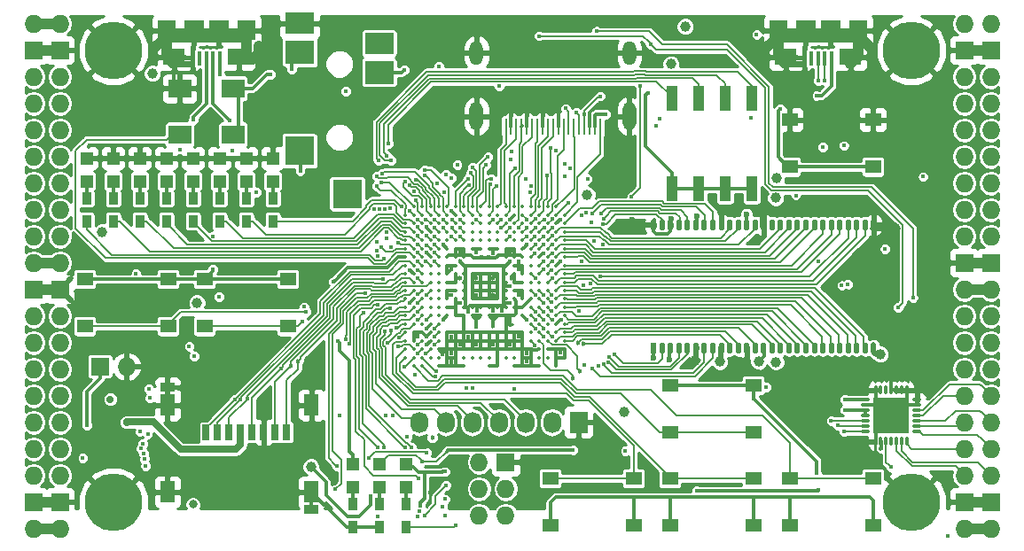
<source format=gtl>
G04 #@! TF.FileFunction,Copper,L1,Top,Signal*
%FSLAX46Y46*%
G04 Gerber Fmt 4.6, Leading zero omitted, Abs format (unit mm)*
G04 Created by KiCad (PCBNEW 4.0.7+dfsg1-1) date Wed Dec 13 13:03:02 2017*
%MOMM*%
%LPD*%
G01*
G04 APERTURE LIST*
%ADD10C,0.100000*%
%ADD11O,1.727200X1.727200*%
%ADD12R,1.727200X1.727200*%
%ADD13C,5.500000*%
%ADD14R,0.900000X1.200000*%
%ADD15R,2.100000X1.600000*%
%ADD16R,1.900000X1.900000*%
%ADD17R,0.400000X1.350000*%
%ADD18R,1.800000X1.900000*%
%ADD19O,0.850000X0.300000*%
%ADD20O,0.300000X0.850000*%
%ADD21R,1.675000X1.675000*%
%ADD22R,1.727200X2.032000*%
%ADD23O,1.727200X2.032000*%
%ADD24R,1.550000X1.300000*%
%ADD25R,1.120000X2.440000*%
%ADD26C,0.350000*%
%ADD27R,1.200000X1.200000*%
%ADD28R,2.800000X2.000000*%
%ADD29R,2.800000X2.200000*%
%ADD30R,2.800000X2.800000*%
%ADD31O,1.300000X2.700000*%
%ADD32O,1.300000X2.300000*%
%ADD33R,0.250000X1.600000*%
%ADD34O,0.560000X1.100000*%
%ADD35R,0.560000X1.100000*%
%ADD36R,0.700000X1.500000*%
%ADD37R,1.450000X0.900000*%
%ADD38R,1.450000X2.000000*%
%ADD39R,2.200000X1.800000*%
%ADD40C,0.400000*%
%ADD41C,1.000000*%
%ADD42C,0.600000*%
%ADD43C,0.454000*%
%ADD44C,0.800000*%
%ADD45C,0.700000*%
%ADD46C,0.300000*%
%ADD47C,0.500000*%
%ADD48C,1.000000*%
%ADD49C,0.600000*%
%ADD50C,0.190000*%
%ADD51C,0.200000*%
%ADD52C,0.700000*%
%ADD53C,0.127000*%
%ADD54C,0.254000*%
G04 APERTURE END LIST*
D10*
D11*
X97910000Y-62690000D03*
X95370000Y-62690000D03*
D12*
X97910000Y-65230000D03*
X95370000Y-65230000D03*
D11*
X97910000Y-67770000D03*
X95370000Y-67770000D03*
X97910000Y-70310000D03*
X95370000Y-70310000D03*
X97910000Y-72850000D03*
X95370000Y-72850000D03*
X97910000Y-75390000D03*
X95370000Y-75390000D03*
X97910000Y-77930000D03*
X95370000Y-77930000D03*
X97910000Y-80470000D03*
X95370000Y-80470000D03*
X97910000Y-83010000D03*
X95370000Y-83010000D03*
X97910000Y-85550000D03*
X95370000Y-85550000D03*
D12*
X97910000Y-88090000D03*
X95370000Y-88090000D03*
D11*
X97910000Y-90630000D03*
X95370000Y-90630000D03*
X97910000Y-93170000D03*
X95370000Y-93170000D03*
X97910000Y-95710000D03*
X95370000Y-95710000D03*
X97910000Y-98250000D03*
X95370000Y-98250000D03*
X97910000Y-100790000D03*
X95370000Y-100790000D03*
X97910000Y-103330000D03*
X95370000Y-103330000D03*
X97910000Y-105870000D03*
X95370000Y-105870000D03*
D12*
X97910000Y-108410000D03*
X95370000Y-108410000D03*
D11*
X97910000Y-110950000D03*
X95370000Y-110950000D03*
X184270000Y-110950000D03*
X186810000Y-110950000D03*
D12*
X184270000Y-108410000D03*
X186810000Y-108410000D03*
D11*
X184270000Y-105870000D03*
X186810000Y-105870000D03*
X184270000Y-103330000D03*
X186810000Y-103330000D03*
X184270000Y-100790000D03*
X186810000Y-100790000D03*
X184270000Y-98250000D03*
X186810000Y-98250000D03*
X184270000Y-95710000D03*
X186810000Y-95710000D03*
X184270000Y-93170000D03*
X186810000Y-93170000D03*
X184270000Y-90630000D03*
X186810000Y-90630000D03*
X184270000Y-88090000D03*
X186810000Y-88090000D03*
D12*
X184270000Y-85550000D03*
X186810000Y-85550000D03*
D11*
X184270000Y-83010000D03*
X186810000Y-83010000D03*
X184270000Y-80470000D03*
X186810000Y-80470000D03*
X184270000Y-77930000D03*
X186810000Y-77930000D03*
X184270000Y-75390000D03*
X186810000Y-75390000D03*
X184270000Y-72850000D03*
X186810000Y-72850000D03*
X184270000Y-70310000D03*
X186810000Y-70310000D03*
X184270000Y-67770000D03*
X186810000Y-67770000D03*
D12*
X184270000Y-65230000D03*
X186810000Y-65230000D03*
D11*
X184270000Y-62690000D03*
X186810000Y-62690000D03*
D13*
X102990000Y-108410000D03*
X179190000Y-108410000D03*
X179190000Y-65230000D03*
X102990000Y-65230000D03*
D12*
X101720000Y-95456000D03*
D11*
X104260000Y-95456000D03*
D14*
X128390000Y-108580000D03*
X128390000Y-110780000D03*
X130930000Y-110780000D03*
X130930000Y-108580000D03*
D15*
X114980000Y-65875000D03*
X108780000Y-65875000D03*
D16*
X113080000Y-63325000D03*
X110680000Y-63325000D03*
D17*
X113180000Y-66000000D03*
X112530000Y-66000000D03*
X111880000Y-66000000D03*
X111230000Y-66000000D03*
X110580000Y-66000000D03*
D18*
X115680000Y-63325000D03*
X108080000Y-63325000D03*
D15*
X173400000Y-65875000D03*
X167200000Y-65875000D03*
D16*
X171500000Y-63325000D03*
X169100000Y-63325000D03*
D17*
X171600000Y-66000000D03*
X170950000Y-66000000D03*
X170300000Y-66000000D03*
X169650000Y-66000000D03*
X169000000Y-66000000D03*
D18*
X174100000Y-63325000D03*
X166500000Y-63325000D03*
D12*
X140455000Y-104600000D03*
D11*
X137915000Y-104600000D03*
X140455000Y-107140000D03*
X137915000Y-107140000D03*
X140455000Y-109680000D03*
X137915000Y-109680000D03*
D14*
X118230000Y-81570000D03*
X118230000Y-79370000D03*
X115690000Y-81570000D03*
X115690000Y-79370000D03*
X113150000Y-81570000D03*
X113150000Y-79370000D03*
X110610000Y-81570000D03*
X110610000Y-79370000D03*
X108070000Y-81570000D03*
X108070000Y-79370000D03*
X105530000Y-81570000D03*
X105530000Y-79370000D03*
X102990000Y-81570000D03*
X102990000Y-79370000D03*
X100450000Y-81570000D03*
X100450000Y-79370000D03*
D19*
X179735000Y-101655000D03*
X179735000Y-101155000D03*
X179735000Y-100655000D03*
X179735000Y-100155000D03*
X179735000Y-99655000D03*
X179735000Y-99155000D03*
X179735000Y-98655000D03*
D20*
X178785000Y-97705000D03*
X178285000Y-97705000D03*
X177785000Y-97705000D03*
X177285000Y-97705000D03*
X176785000Y-97705000D03*
X176285000Y-97705000D03*
X175785000Y-97705000D03*
D19*
X174835000Y-98655000D03*
X174835000Y-99155000D03*
X174835000Y-99655000D03*
X174835000Y-100155000D03*
X174835000Y-100655000D03*
X174835000Y-101155000D03*
X174835000Y-101655000D03*
D20*
X175785000Y-102605000D03*
X176285000Y-102605000D03*
X176785000Y-102605000D03*
X177285000Y-102605000D03*
X177785000Y-102605000D03*
X178285000Y-102605000D03*
X178785000Y-102605000D03*
D21*
X176447500Y-99317500D03*
X176447500Y-100992500D03*
X178122500Y-99317500D03*
X178122500Y-100992500D03*
D22*
X147440000Y-100790000D03*
D23*
X144900000Y-100790000D03*
X142360000Y-100790000D03*
X139820000Y-100790000D03*
X137280000Y-100790000D03*
X134740000Y-100790000D03*
X132200000Y-100790000D03*
D24*
X175550000Y-71870000D03*
X175550000Y-76370000D03*
X167590000Y-76370000D03*
X167590000Y-71870000D03*
X100280000Y-91610000D03*
X100280000Y-87110000D03*
X108240000Y-87110000D03*
X108240000Y-91610000D03*
X111710000Y-91610000D03*
X111710000Y-87110000D03*
X119670000Y-87110000D03*
X119670000Y-91610000D03*
X156160000Y-101770000D03*
X156160000Y-97270000D03*
X164120000Y-97270000D03*
X164120000Y-101770000D03*
X164120000Y-106160000D03*
X164120000Y-110660000D03*
X156160000Y-110660000D03*
X156160000Y-106160000D03*
X152690000Y-106160000D03*
X152690000Y-110660000D03*
X144730000Y-110660000D03*
X144730000Y-106160000D03*
X175550000Y-106160000D03*
X175550000Y-110660000D03*
X167590000Y-110660000D03*
X167590000Y-106160000D03*
D25*
X156330000Y-78425000D03*
X163950000Y-69815000D03*
X158870000Y-78425000D03*
X161410000Y-69815000D03*
X161410000Y-78425000D03*
X158870000Y-69815000D03*
X163950000Y-78425000D03*
X156330000Y-69815000D03*
D26*
X131680000Y-80200000D03*
X132480000Y-80200000D03*
X133280000Y-80200000D03*
X134080000Y-80200000D03*
X134880000Y-80200000D03*
X135680000Y-80200000D03*
X136480000Y-80200000D03*
X137280000Y-80200000D03*
X138080000Y-80200000D03*
X138880000Y-80200000D03*
X139680000Y-80200000D03*
X140480000Y-80200000D03*
X141280000Y-80200000D03*
X142080000Y-80200000D03*
X142880000Y-80200000D03*
X143680000Y-80200000D03*
X144480000Y-80200000D03*
X145280000Y-80200000D03*
X130880000Y-81000000D03*
X131680000Y-81000000D03*
X132480000Y-81000000D03*
X133280000Y-81000000D03*
X134080000Y-81000000D03*
X134880000Y-81000000D03*
X135680000Y-81000000D03*
X136480000Y-81000000D03*
X137280000Y-81000000D03*
X138080000Y-81000000D03*
X138880000Y-81000000D03*
X139680000Y-81000000D03*
X140480000Y-81000000D03*
X141280000Y-81000000D03*
X142080000Y-81000000D03*
X142880000Y-81000000D03*
X143680000Y-81000000D03*
X144480000Y-81000000D03*
X145280000Y-81000000D03*
X146080000Y-81000000D03*
X130880000Y-81800000D03*
X131680000Y-81800000D03*
X132480000Y-81800000D03*
X133280000Y-81800000D03*
X134080000Y-81800000D03*
X134880000Y-81800000D03*
X135680000Y-81800000D03*
X136480000Y-81800000D03*
X137280000Y-81800000D03*
X138080000Y-81800000D03*
X138880000Y-81800000D03*
X139680000Y-81800000D03*
X140480000Y-81800000D03*
X141280000Y-81800000D03*
X142080000Y-81800000D03*
X142880000Y-81800000D03*
X143680000Y-81800000D03*
X144480000Y-81800000D03*
X145280000Y-81800000D03*
X146080000Y-81800000D03*
X130880000Y-82600000D03*
X131680000Y-82600000D03*
X132480000Y-82600000D03*
X133280000Y-82600000D03*
X134080000Y-82600000D03*
X134880000Y-82600000D03*
X135680000Y-82600000D03*
X136480000Y-82600000D03*
X137280000Y-82600000D03*
X138080000Y-82600000D03*
X138880000Y-82600000D03*
X139680000Y-82600000D03*
X140480000Y-82600000D03*
X141280000Y-82600000D03*
X142080000Y-82600000D03*
X142880000Y-82600000D03*
X143680000Y-82600000D03*
X144480000Y-82600000D03*
X145280000Y-82600000D03*
X146080000Y-82600000D03*
X130880000Y-83400000D03*
X131680000Y-83400000D03*
X132480000Y-83400000D03*
X133280000Y-83400000D03*
X134080000Y-83400000D03*
X134880000Y-83400000D03*
X135680000Y-83400000D03*
X136480000Y-83400000D03*
X137280000Y-83400000D03*
X138080000Y-83400000D03*
X138880000Y-83400000D03*
X139680000Y-83400000D03*
X140480000Y-83400000D03*
X141280000Y-83400000D03*
X142080000Y-83400000D03*
X142880000Y-83400000D03*
X143680000Y-83400000D03*
X144480000Y-83400000D03*
X145280000Y-83400000D03*
X146080000Y-83400000D03*
X130880000Y-84200000D03*
X131680000Y-84200000D03*
X132480000Y-84200000D03*
X133280000Y-84200000D03*
X134080000Y-84200000D03*
X134880000Y-84200000D03*
X135680000Y-84200000D03*
X136480000Y-84200000D03*
X137280000Y-84200000D03*
X138080000Y-84200000D03*
X138880000Y-84200000D03*
X139680000Y-84200000D03*
X140480000Y-84200000D03*
X141280000Y-84200000D03*
X142080000Y-84200000D03*
X142880000Y-84200000D03*
X143680000Y-84200000D03*
X144480000Y-84200000D03*
X145280000Y-84200000D03*
X146080000Y-84200000D03*
X130880000Y-85000000D03*
X131680000Y-85000000D03*
X132480000Y-85000000D03*
X133280000Y-85000000D03*
X134080000Y-85000000D03*
X134880000Y-85000000D03*
X135680000Y-85000000D03*
X136480000Y-85000000D03*
X137280000Y-85000000D03*
X138080000Y-85000000D03*
X138880000Y-85000000D03*
X139680000Y-85000000D03*
X140480000Y-85000000D03*
X141280000Y-85000000D03*
X142080000Y-85000000D03*
X142880000Y-85000000D03*
X143680000Y-85000000D03*
X144480000Y-85000000D03*
X145280000Y-85000000D03*
X146080000Y-85000000D03*
X130880000Y-85800000D03*
X131680000Y-85800000D03*
X132480000Y-85800000D03*
X133280000Y-85800000D03*
X134080000Y-85800000D03*
X134880000Y-85800000D03*
X135680000Y-85800000D03*
X136480000Y-85800000D03*
X137280000Y-85800000D03*
X138080000Y-85800000D03*
X138880000Y-85800000D03*
X139680000Y-85800000D03*
X140480000Y-85800000D03*
X141280000Y-85800000D03*
X142080000Y-85800000D03*
X142880000Y-85800000D03*
X143680000Y-85800000D03*
X144480000Y-85800000D03*
X145280000Y-85800000D03*
X146080000Y-85800000D03*
X130880000Y-86600000D03*
X131680000Y-86600000D03*
X132480000Y-86600000D03*
X133280000Y-86600000D03*
X134080000Y-86600000D03*
X134880000Y-86600000D03*
X135680000Y-86600000D03*
X136480000Y-86600000D03*
X137280000Y-86600000D03*
X138080000Y-86600000D03*
X138880000Y-86600000D03*
X139680000Y-86600000D03*
X140480000Y-86600000D03*
X141280000Y-86600000D03*
X142080000Y-86600000D03*
X142880000Y-86600000D03*
X143680000Y-86600000D03*
X144480000Y-86600000D03*
X145280000Y-86600000D03*
X146080000Y-86600000D03*
X130880000Y-87400000D03*
X131680000Y-87400000D03*
X132480000Y-87400000D03*
X133280000Y-87400000D03*
X134080000Y-87400000D03*
X134880000Y-87400000D03*
X135680000Y-87400000D03*
X136480000Y-87400000D03*
X137280000Y-87400000D03*
X138080000Y-87400000D03*
X138880000Y-87400000D03*
X139680000Y-87400000D03*
X140480000Y-87400000D03*
X141280000Y-87400000D03*
X142080000Y-87400000D03*
X142880000Y-87400000D03*
X143680000Y-87400000D03*
X144480000Y-87400000D03*
X145280000Y-87400000D03*
X146080000Y-87400000D03*
X130880000Y-88200000D03*
X131680000Y-88200000D03*
X132480000Y-88200000D03*
X133280000Y-88200000D03*
X134080000Y-88200000D03*
X134880000Y-88200000D03*
X135680000Y-88200000D03*
X136480000Y-88200000D03*
X137280000Y-88200000D03*
X138080000Y-88200000D03*
X138880000Y-88200000D03*
X139680000Y-88200000D03*
X140480000Y-88200000D03*
X141280000Y-88200000D03*
X142080000Y-88200000D03*
X142880000Y-88200000D03*
X143680000Y-88200000D03*
X144480000Y-88200000D03*
X145280000Y-88200000D03*
X146080000Y-88200000D03*
X130880000Y-89000000D03*
X131680000Y-89000000D03*
X132480000Y-89000000D03*
X133280000Y-89000000D03*
X134080000Y-89000000D03*
X134880000Y-89000000D03*
X135680000Y-89000000D03*
X136480000Y-89000000D03*
X137280000Y-89000000D03*
X138080000Y-89000000D03*
X138880000Y-89000000D03*
X139680000Y-89000000D03*
X140480000Y-89000000D03*
X141280000Y-89000000D03*
X142080000Y-89000000D03*
X142880000Y-89000000D03*
X143680000Y-89000000D03*
X144480000Y-89000000D03*
X145280000Y-89000000D03*
X146080000Y-89000000D03*
X130880000Y-89800000D03*
X131680000Y-89800000D03*
X132480000Y-89800000D03*
X133280000Y-89800000D03*
X134080000Y-89800000D03*
X134880000Y-89800000D03*
X135680000Y-89800000D03*
X136480000Y-89800000D03*
X137280000Y-89800000D03*
X138080000Y-89800000D03*
X138880000Y-89800000D03*
X139680000Y-89800000D03*
X140480000Y-89800000D03*
X141280000Y-89800000D03*
X142080000Y-89800000D03*
X142880000Y-89800000D03*
X143680000Y-89800000D03*
X144480000Y-89800000D03*
X145280000Y-89800000D03*
X146080000Y-89800000D03*
X130880000Y-90600000D03*
X131680000Y-90600000D03*
X132480000Y-90600000D03*
X133280000Y-90600000D03*
X134080000Y-90600000D03*
X134880000Y-90600000D03*
X135680000Y-90600000D03*
X136480000Y-90600000D03*
X137280000Y-90600000D03*
X138080000Y-90600000D03*
X138880000Y-90600000D03*
X139680000Y-90600000D03*
X140480000Y-90600000D03*
X141280000Y-90600000D03*
X142080000Y-90600000D03*
X142880000Y-90600000D03*
X143680000Y-90600000D03*
X144480000Y-90600000D03*
X145280000Y-90600000D03*
X146080000Y-90600000D03*
X130880000Y-91400000D03*
X131680000Y-91400000D03*
X132480000Y-91400000D03*
X133280000Y-91400000D03*
X134080000Y-91400000D03*
X142880000Y-91400000D03*
X143680000Y-91400000D03*
X144480000Y-91400000D03*
X145280000Y-91400000D03*
X146080000Y-91400000D03*
X130880000Y-92200000D03*
X131680000Y-92200000D03*
X132480000Y-92200000D03*
X133280000Y-92200000D03*
X134080000Y-92200000D03*
X134880000Y-92200000D03*
X135680000Y-92200000D03*
X136480000Y-92200000D03*
X137280000Y-92200000D03*
X138080000Y-92200000D03*
X138880000Y-92200000D03*
X139680000Y-92200000D03*
X140480000Y-92200000D03*
X141280000Y-92200000D03*
X142080000Y-92200000D03*
X142880000Y-92200000D03*
X143680000Y-92200000D03*
X144480000Y-92200000D03*
X145280000Y-92200000D03*
X146080000Y-92200000D03*
X130880000Y-93000000D03*
X131680000Y-93000000D03*
X132480000Y-93000000D03*
X133280000Y-93000000D03*
X134080000Y-93000000D03*
X134880000Y-93000000D03*
X135680000Y-93000000D03*
X136480000Y-93000000D03*
X137280000Y-93000000D03*
X138080000Y-93000000D03*
X138880000Y-93000000D03*
X139680000Y-93000000D03*
X140480000Y-93000000D03*
X141280000Y-93000000D03*
X142080000Y-93000000D03*
X142880000Y-93000000D03*
X143680000Y-93000000D03*
X144480000Y-93000000D03*
X145280000Y-93000000D03*
X146080000Y-93000000D03*
X130880000Y-93800000D03*
X131680000Y-93800000D03*
X132480000Y-93800000D03*
X133280000Y-93800000D03*
X134080000Y-93800000D03*
X134880000Y-93800000D03*
X135680000Y-93800000D03*
X136480000Y-93800000D03*
X137280000Y-93800000D03*
X138080000Y-93800000D03*
X138880000Y-93800000D03*
X139680000Y-93800000D03*
X140480000Y-93800000D03*
X141280000Y-93800000D03*
X142080000Y-93800000D03*
X142880000Y-93800000D03*
X143680000Y-93800000D03*
X144480000Y-93800000D03*
X145280000Y-93800000D03*
X146080000Y-93800000D03*
X130880000Y-94600000D03*
X131680000Y-94600000D03*
X132480000Y-94600000D03*
X133280000Y-94600000D03*
X134080000Y-94600000D03*
X134880000Y-94600000D03*
X135680000Y-94600000D03*
X136480000Y-94600000D03*
X137280000Y-94600000D03*
X138080000Y-94600000D03*
X138880000Y-94600000D03*
X139680000Y-94600000D03*
X140480000Y-94600000D03*
X141280000Y-94600000D03*
X142080000Y-94600000D03*
X142880000Y-94600000D03*
X143680000Y-94600000D03*
X144480000Y-94600000D03*
X145280000Y-94600000D03*
X146080000Y-94600000D03*
X131680000Y-95400000D03*
X132480000Y-95400000D03*
X134080000Y-95400000D03*
X134880000Y-95400000D03*
X135680000Y-95400000D03*
X136480000Y-95400000D03*
X138880000Y-95400000D03*
X139680000Y-95400000D03*
X141280000Y-95400000D03*
X142080000Y-95400000D03*
X142880000Y-95400000D03*
X143680000Y-95400000D03*
X145280000Y-95400000D03*
D27*
X125850000Y-104770000D03*
X125850000Y-106970000D03*
D14*
X125850000Y-108580000D03*
X125850000Y-110780000D03*
D27*
X128390000Y-104770000D03*
X128390000Y-106970000D03*
X118230000Y-77760000D03*
X118230000Y-75560000D03*
X115690000Y-77760000D03*
X115690000Y-75560000D03*
X113150000Y-77760000D03*
X113150000Y-75560000D03*
X110610000Y-77760000D03*
X110610000Y-75560000D03*
X108070000Y-77760000D03*
X108070000Y-75560000D03*
X105530000Y-77760000D03*
X105530000Y-75560000D03*
X102990000Y-77760000D03*
X102990000Y-75560000D03*
X100450000Y-77760000D03*
X100450000Y-75560000D03*
X130930000Y-104770000D03*
X130930000Y-106970000D03*
D28*
X120780000Y-62648000D03*
D29*
X120780000Y-65448000D03*
D30*
X120780000Y-74848000D03*
X125330000Y-78948000D03*
D29*
X128380000Y-67348000D03*
D28*
X128380000Y-64548000D03*
D31*
X152280000Y-71550000D03*
X137680000Y-71550000D03*
D32*
X137680000Y-65500000D03*
D33*
X140480000Y-72500000D03*
X140980000Y-72500000D03*
X141480000Y-72500000D03*
X141980000Y-72500000D03*
X142480000Y-72500000D03*
X142980000Y-72500000D03*
X143480000Y-72500000D03*
X143980000Y-72500000D03*
X144480000Y-72500000D03*
X144980000Y-72500000D03*
X145480000Y-72500000D03*
X145980000Y-72500000D03*
X146480000Y-72500000D03*
X146980000Y-72500000D03*
X147480000Y-72500000D03*
X147980000Y-72500000D03*
X148480000Y-72500000D03*
X148980000Y-72500000D03*
X149480000Y-72500000D03*
D32*
X152280000Y-65500000D03*
D34*
X175597000Y-81920000D03*
D35*
X154589000Y-93680000D03*
D34*
X155397000Y-93680000D03*
X156205000Y-93680000D03*
X157013000Y-93680000D03*
X157821000Y-93680000D03*
X158629000Y-93680000D03*
X159437000Y-93680000D03*
X160245000Y-93680000D03*
X161053000Y-93680000D03*
X161861000Y-93680000D03*
X162669000Y-93680000D03*
X163477000Y-93680000D03*
X164285000Y-93680000D03*
X165093000Y-93680000D03*
X165901000Y-93680000D03*
X166709000Y-93680000D03*
X167517000Y-93680000D03*
X168325000Y-93680000D03*
X169133000Y-93680000D03*
X169941000Y-93680000D03*
X170749000Y-93680000D03*
X171557000Y-93680000D03*
X172365000Y-93680000D03*
X173173000Y-93680000D03*
X173981000Y-93680000D03*
X174789000Y-93680000D03*
X175597000Y-93680000D03*
X174789000Y-81920000D03*
X173981000Y-81920000D03*
X173173000Y-81920000D03*
X172365000Y-81920000D03*
X171557000Y-81920000D03*
X170749000Y-81920000D03*
X169941000Y-81920000D03*
X169133000Y-81920000D03*
X168325000Y-81920000D03*
X167517000Y-81920000D03*
X166709000Y-81920000D03*
X165901000Y-81920000D03*
X165093000Y-81920000D03*
X164285000Y-81920000D03*
X163477000Y-81920000D03*
X162669000Y-81920000D03*
X161861000Y-81920000D03*
X161053000Y-81920000D03*
X160245000Y-81920000D03*
X159437000Y-81920000D03*
X158629000Y-81920000D03*
X157821000Y-81920000D03*
X157013000Y-81920000D03*
X156205000Y-81920000D03*
X155397000Y-81920000D03*
X154589000Y-81920000D03*
D36*
X111850000Y-101750000D03*
X112950000Y-101750000D03*
X114050000Y-101750000D03*
X115150000Y-101750000D03*
X116250000Y-101750000D03*
X117350000Y-101750000D03*
X118450000Y-101750000D03*
X119550000Y-101750000D03*
D37*
X108175000Y-97450000D03*
X121925000Y-109150000D03*
D38*
X121925000Y-99150000D03*
X108175000Y-99150000D03*
X108175000Y-107450000D03*
X121925000Y-107450000D03*
D39*
X114420000Y-68872000D03*
X109340000Y-68872000D03*
X109340000Y-73272000D03*
X114420000Y-73272000D03*
D40*
X144103496Y-84660400D03*
D41*
X177658444Y-82281349D03*
D40*
X145680000Y-81405125D03*
X145691238Y-94166752D03*
X145759873Y-91010176D03*
D42*
X152525938Y-81463870D03*
D41*
X162956098Y-95078488D03*
X158539988Y-94868772D03*
D42*
X161075765Y-80992022D03*
X164882869Y-80938986D03*
X156262773Y-81349374D03*
X123437000Y-108972000D03*
D40*
X132871770Y-84533979D03*
X132862998Y-82124544D03*
X131278306Y-86213101D03*
X135281276Y-80583119D03*
X131279502Y-89407325D03*
X170309539Y-85441529D03*
X145672808Y-85396062D03*
X133216000Y-107465000D03*
X137680000Y-88600000D03*
X142480000Y-95000000D03*
X141680000Y-92600000D03*
X140836000Y-84534000D03*
X135284627Y-94985297D03*
X135288625Y-94225619D03*
X134455822Y-94267172D03*
X136095958Y-93369652D03*
D43*
X139264636Y-91615205D03*
D41*
X116880503Y-64802940D03*
X106974809Y-64953974D03*
X175210328Y-64948943D03*
X165417246Y-64954666D03*
D40*
X175495631Y-71457432D03*
X177285000Y-95710000D03*
X140880000Y-81400000D03*
X136085174Y-89394826D03*
X140874194Y-91433353D03*
X142480000Y-94200000D03*
X140880000Y-93400000D03*
X139280000Y-93400000D03*
X137680000Y-93400000D03*
X136880000Y-92600000D03*
X135280000Y-92600000D03*
X132880000Y-91800000D03*
X132880000Y-93400000D03*
D43*
X141042859Y-86994997D03*
X139280000Y-87000000D03*
X136110990Y-86995403D03*
X137680000Y-87000000D03*
X136080000Y-84600000D03*
X139280000Y-88600000D03*
D41*
X106720415Y-67436305D03*
X166284693Y-95025145D03*
X166248957Y-79348409D03*
X166343357Y-77477990D03*
D40*
X172564535Y-87722010D03*
D41*
X121861867Y-105030174D03*
D40*
X150030853Y-71331848D03*
D41*
X156235582Y-66548363D03*
X101932065Y-82585048D03*
D40*
X127586603Y-107875044D03*
D41*
X157600000Y-62944000D03*
X148237462Y-79019093D03*
D40*
X148271935Y-77558071D03*
X117976000Y-67516000D03*
D41*
X160905403Y-95006436D03*
D42*
X158731133Y-81048929D03*
X154593901Y-94607945D03*
X156088245Y-94762980D03*
D41*
X164625730Y-94982471D03*
D42*
X163462982Y-80942429D03*
D41*
X176254940Y-94288458D03*
D44*
X110593913Y-108636458D03*
D40*
X180340784Y-77316932D03*
X173137949Y-87594275D03*
D45*
X102710050Y-98594954D03*
D40*
X154794000Y-72426000D03*
X129005202Y-100174798D03*
X137659051Y-91638034D03*
X139820000Y-68665673D03*
X172834633Y-99599920D03*
X172879922Y-98618650D03*
X176305593Y-103279812D03*
X164433885Y-63737451D03*
X134079160Y-66786153D03*
X116654336Y-78777990D03*
X112515000Y-83010000D03*
X100080000Y-104200000D03*
X113080000Y-88800000D03*
X135273306Y-88618602D03*
X139272517Y-84611349D03*
X137680556Y-84534085D03*
X141680000Y-86200000D03*
X135280000Y-86200000D03*
X132880000Y-92600000D03*
X132080000Y-92600000D03*
X141680000Y-88600000D03*
X141680000Y-85400000D03*
X165349214Y-97422919D03*
X121401947Y-90251871D03*
X129988160Y-91721995D03*
X130302262Y-92700329D03*
X121041200Y-91125073D03*
D41*
X110991000Y-89360000D03*
D40*
X142480000Y-91000000D03*
X142480000Y-83800000D03*
X134480000Y-83800000D03*
X134480000Y-91000000D03*
X105160274Y-86610828D03*
X125193541Y-69156848D03*
X155149360Y-71764535D03*
X170182962Y-69571012D03*
X170362901Y-107286196D03*
X158716651Y-107325176D03*
X128216338Y-109760338D03*
X132708000Y-109680000D03*
X137295592Y-97538017D03*
X134750646Y-106810513D03*
X133680000Y-91800000D03*
X136740903Y-97514503D03*
X134675868Y-108131585D03*
D43*
X133449289Y-102232615D03*
D40*
X133680000Y-92600000D03*
X132936956Y-103711000D03*
X127385678Y-104203668D03*
X133685482Y-93402296D03*
X134463998Y-108841973D03*
X131039072Y-102187000D03*
X131808905Y-96227367D03*
X134636872Y-109719950D03*
X132846234Y-94197073D03*
X176700000Y-84220000D03*
X143260000Y-84620000D03*
X120834553Y-76779094D03*
X130761990Y-67119621D03*
X147186000Y-71200000D03*
X147983153Y-71347080D03*
X149475951Y-69619684D03*
X153297112Y-68608292D03*
X177926984Y-89812061D03*
X154329326Y-64643767D03*
X152497066Y-79193467D03*
X146481406Y-79819384D03*
X143650666Y-63862520D03*
X179351513Y-88868327D03*
X149134122Y-63424051D03*
X140035989Y-81400000D03*
X115759823Y-98502036D03*
X132083026Y-86260405D03*
X128776655Y-87135140D03*
X119008515Y-95662939D03*
D43*
X119978162Y-95412951D03*
X120634035Y-94977604D03*
D40*
X113157250Y-67567056D03*
X146180000Y-70800000D03*
X131453853Y-103208291D03*
X149771692Y-81825658D03*
X144080000Y-86200000D03*
X149533922Y-86870784D03*
X144894316Y-86977564D03*
X144896700Y-83835368D03*
X149549750Y-80868432D03*
D43*
X147343891Y-93217126D03*
D40*
X144113248Y-92588762D03*
X144875155Y-86292748D03*
X149846468Y-81303978D03*
X148696112Y-80861847D03*
X144916886Y-82991356D03*
D43*
X147915304Y-93322307D03*
D40*
X144882352Y-92577990D03*
X144902941Y-90956495D03*
X148747982Y-95669626D03*
X144867244Y-90112484D03*
X149795895Y-95251084D03*
X144855814Y-89268481D03*
X150278898Y-95040253D03*
X150345974Y-94517527D03*
X144877648Y-88622010D03*
X150889207Y-94332565D03*
X143280000Y-87000000D03*
X130807074Y-95454141D03*
X130171404Y-93544341D03*
X132080000Y-93400000D03*
X129196652Y-93209125D03*
X133852393Y-95875797D03*
X141280000Y-97600000D03*
X133762848Y-96395146D03*
X132080000Y-94200000D03*
X128610772Y-84072485D03*
X105895603Y-103765816D03*
X130839486Y-103208291D03*
X132075624Y-89410644D03*
X129449238Y-89926948D03*
X128806823Y-103185900D03*
X128251440Y-89564206D03*
X132162861Y-106185868D03*
X132880000Y-88600000D03*
X124329568Y-104994951D03*
X127040053Y-88481065D03*
X132080000Y-87000000D03*
X125499542Y-93250681D03*
X124202418Y-107207639D03*
X109323798Y-74706222D03*
X132024412Y-109766775D03*
X114371508Y-74859518D03*
X132219727Y-109277292D03*
X135315381Y-81391918D03*
X135280062Y-77463305D03*
X134471370Y-81406751D03*
X134758050Y-77130140D03*
X132761172Y-77202673D03*
X132737245Y-76676207D03*
X128644933Y-77050030D03*
X128152012Y-77257840D03*
X128125571Y-78233647D03*
X110718734Y-94451783D03*
X128590544Y-77894041D03*
X110249038Y-93533767D03*
X106368514Y-97598098D03*
X131253134Y-78134216D03*
X106477197Y-98487772D03*
X132783339Y-81400004D03*
X131709326Y-78745875D03*
X132079024Y-82984045D03*
X129109095Y-82655074D03*
X105572759Y-101661319D03*
X106276126Y-101893466D03*
X132880889Y-83897835D03*
X129054383Y-83179239D03*
X129487667Y-84079929D03*
X132083682Y-83828056D03*
X105813763Y-102819336D03*
X132062099Y-84533979D03*
X128165458Y-83528763D03*
X105627254Y-103312241D03*
X128183315Y-84380742D03*
X105992720Y-104283802D03*
X133671942Y-84595200D03*
X132834641Y-85377990D03*
X128203260Y-84907376D03*
X106088753Y-104974041D03*
D43*
X146862501Y-96617499D03*
X147534467Y-95913260D03*
D40*
X147927932Y-95329243D03*
X143280000Y-91000000D03*
X149284391Y-95377990D03*
X144077013Y-90266968D03*
X147430953Y-90112484D03*
X144076240Y-89395301D03*
X143281824Y-90201951D03*
X144102010Y-85397219D03*
X144889349Y-85448737D03*
X147687390Y-85374093D03*
X148610661Y-81705858D03*
X144102010Y-83000000D03*
X144888125Y-82147345D03*
X147910791Y-87683418D03*
X144082832Y-88584510D03*
X148540663Y-87547222D03*
X143278026Y-88595030D03*
X148175253Y-80781550D03*
X144125486Y-82186468D03*
X147688311Y-80983115D03*
X144880008Y-81303333D03*
X139280000Y-81400000D03*
X139578623Y-78205862D03*
X139034115Y-78040948D03*
X139046749Y-77514088D03*
X138580000Y-76200000D03*
X138779198Y-75400762D03*
X137680000Y-81400000D03*
X137308732Y-76415018D03*
X137106948Y-76979922D03*
X136859538Y-77550820D03*
X136922059Y-78097889D03*
X136096392Y-81395070D03*
X135830698Y-76200613D03*
X149732494Y-83807694D03*
X144912409Y-84635817D03*
X148921512Y-83442010D03*
X144103186Y-83777990D03*
X142841210Y-78784254D03*
X142473549Y-82998913D03*
X142864275Y-78217369D03*
X142437464Y-82181475D03*
X146089079Y-77300571D03*
X144144931Y-81387081D03*
X144394875Y-77219934D03*
X146577729Y-76500816D03*
X143281475Y-82206074D03*
X146130802Y-76060132D03*
X143300920Y-81377293D03*
X145255695Y-74817220D03*
X141662690Y-82207782D03*
X142456909Y-81405800D03*
X140030954Y-82200000D03*
X141342967Y-76554996D03*
X141046643Y-74873804D03*
X140864029Y-83041403D03*
X140874966Y-82177164D03*
X140980062Y-75681941D03*
X115149319Y-98625494D03*
X132872609Y-82968555D03*
X132080007Y-82103333D03*
X132080000Y-81400000D03*
X131847310Y-79589886D03*
X130856828Y-77786820D03*
X131923295Y-77584853D03*
X133648389Y-82190597D03*
X133627359Y-81414685D03*
X129477855Y-92000822D03*
X132880000Y-91000000D03*
X128879646Y-92111037D03*
X132077648Y-90977990D03*
X131275302Y-80595752D03*
X130489904Y-80167235D03*
X128823114Y-85153560D03*
X132072985Y-85377990D03*
X134476508Y-82180155D03*
X133942383Y-77980766D03*
X163908850Y-71651861D03*
X135656559Y-110610712D03*
X132468001Y-104503413D03*
X146844288Y-103452739D03*
X132285867Y-108754446D03*
X134707351Y-105508447D03*
D45*
X104260000Y-100790000D03*
D40*
X114604320Y-98573680D03*
X112515000Y-86185000D03*
X164144561Y-98511733D03*
X170157734Y-105666345D03*
X169506589Y-107953726D03*
X170735900Y-74464979D03*
X143257990Y-83000000D03*
X168166438Y-79108038D03*
X151896383Y-103510715D03*
X114075797Y-71903914D03*
X110632496Y-71877629D03*
X143269694Y-93414905D03*
X177274002Y-105079115D03*
X172761273Y-101651681D03*
X143280000Y-91800000D03*
X172193360Y-101105663D03*
X144064831Y-91877646D03*
X144080000Y-90956495D03*
X171540304Y-100645743D03*
X135320520Y-82196441D03*
X129493343Y-75737814D03*
X136080000Y-82200000D03*
X129125079Y-75315804D03*
X136080000Y-83000000D03*
X129252218Y-74142461D03*
X142377451Y-77497451D03*
X172746637Y-74347988D03*
X143280000Y-83800000D03*
X170300000Y-68151000D03*
X170950000Y-68125562D03*
X125167387Y-92841517D03*
X121206217Y-89762554D03*
X132082956Y-90210779D03*
X182675150Y-111637626D03*
X124027706Y-87347706D03*
X124027707Y-87347707D03*
X166678914Y-70803555D03*
X129660000Y-100155000D03*
X124580000Y-100155000D03*
X132084049Y-88558274D03*
X126880008Y-90276109D03*
X128280000Y-103200000D03*
X120008000Y-67008000D03*
X127889625Y-80407426D03*
X133680000Y-85400000D03*
X130204628Y-83599483D03*
X128416582Y-80399850D03*
X133680000Y-83800000D03*
X128943593Y-80399729D03*
X133680000Y-83000000D03*
X129457990Y-80285112D03*
X144780000Y-74590382D03*
X124453000Y-93043000D03*
X137689001Y-90122990D03*
D41*
X151758000Y-99774000D03*
D40*
X136885174Y-90194826D03*
X140094890Y-90122990D03*
X139280000Y-90122990D03*
X140880000Y-89400000D03*
X140880000Y-87800000D03*
X140880000Y-85400000D03*
D43*
X136080000Y-85400000D03*
D40*
X128333179Y-75769807D03*
X134613000Y-78819000D03*
X135280000Y-83022010D03*
X154052298Y-69302298D03*
X100450000Y-101044000D03*
D46*
X108780000Y-65875000D02*
X108780000Y-68312000D01*
X108780000Y-68312000D02*
X109340000Y-68872000D01*
X144019600Y-84660400D02*
X144103496Y-84660400D01*
X143680000Y-85000000D02*
X144019600Y-84660400D01*
X177252609Y-82281349D02*
X177658444Y-82281349D01*
X177241260Y-82270000D02*
X177252609Y-82281349D01*
X145280000Y-81800000D02*
X145674875Y-81405125D01*
X145674875Y-81405125D02*
X145680000Y-81405125D01*
X145691238Y-93811238D02*
X145691238Y-93883910D01*
X145680000Y-93800000D02*
X145691238Y-93811238D01*
X145691238Y-93883910D02*
X145691238Y-94166752D01*
X145280000Y-91400000D02*
X145669824Y-91010176D01*
X145669824Y-91010176D02*
X145759873Y-91010176D01*
X121925000Y-107450000D02*
X121925000Y-109150000D01*
X154589000Y-81920000D02*
X154589000Y-82564717D01*
X154589000Y-82564717D02*
X154829344Y-82805061D01*
X154829344Y-82805061D02*
X155940980Y-82805061D01*
X155940980Y-82805061D02*
X156205000Y-82541041D01*
X156205000Y-82541041D02*
X156205000Y-81920000D01*
X152825937Y-81763869D02*
X152525938Y-81463870D01*
X152982068Y-81920000D02*
X152825937Y-81763869D01*
X154589000Y-81920000D02*
X152982068Y-81920000D01*
X163456097Y-94578489D02*
X162956098Y-95078488D01*
X163480000Y-94554586D02*
X163456097Y-94578489D01*
X163480000Y-93330000D02*
X163480000Y-94554586D01*
X158539988Y-93470012D02*
X158539988Y-94161666D01*
X158680000Y-93330000D02*
X158539988Y-93470012D01*
X158539988Y-94161666D02*
X158539988Y-94868772D01*
X161075765Y-81416286D02*
X161075765Y-80992022D01*
X161075765Y-82265765D02*
X161075765Y-81416286D01*
X161080000Y-82270000D02*
X161075765Y-82265765D01*
X164882869Y-82072869D02*
X164882869Y-81363250D01*
X165080000Y-82270000D02*
X164882869Y-82072869D01*
X164882869Y-81363250D02*
X164882869Y-80938986D01*
X156280000Y-82270000D02*
X156280000Y-81366601D01*
X156280000Y-81366601D02*
X156262773Y-81349374D01*
X154680000Y-81486121D02*
X154657528Y-81463649D01*
D47*
X175480000Y-82270000D02*
X177241260Y-82270000D01*
D46*
X148480000Y-71200000D02*
X149230000Y-70450000D01*
X148480000Y-72500000D02*
X148480000Y-71200000D01*
X145480000Y-72500000D02*
X145480000Y-71200000D01*
X143980000Y-72500000D02*
X143980000Y-71200000D01*
X142480000Y-72500000D02*
X142480000Y-71450000D01*
X142480000Y-71200000D02*
X142480000Y-71450000D01*
X140980000Y-72500000D02*
X140980000Y-71200000D01*
X134455822Y-94267172D02*
X134455822Y-94224178D01*
X134455822Y-94224178D02*
X134880000Y-93800000D01*
X123437000Y-108972000D02*
X125245000Y-110780000D01*
X125245000Y-110780000D02*
X125850000Y-110780000D01*
X125850000Y-110780000D02*
X125889531Y-110819531D01*
X125889531Y-110819531D02*
X126234488Y-110819531D01*
X126234488Y-110819531D02*
X126274019Y-110780000D01*
X126274019Y-110780000D02*
X127640000Y-110780000D01*
X127640000Y-110780000D02*
X128390000Y-110780000D01*
X121930000Y-107465000D02*
X123437000Y-108972000D01*
D48*
X184270000Y-65230000D02*
X186810000Y-65230000D01*
X184270000Y-85550000D02*
X186810000Y-85550000D01*
X184270000Y-108410000D02*
X186810000Y-108410000D01*
X95370000Y-108410000D02*
X97910000Y-108410000D01*
D47*
X97910000Y-88090000D02*
X98956608Y-87043392D01*
D46*
X98956608Y-87043392D02*
X98974574Y-87043392D01*
D47*
X97910000Y-88090000D02*
X99013590Y-89193590D01*
D46*
X99013590Y-89193590D02*
X99060056Y-89193590D01*
D48*
X95370000Y-88090000D02*
X97910000Y-88090000D01*
X95370000Y-65230000D02*
X97910000Y-65230000D01*
D46*
X139264636Y-90984636D02*
X139295364Y-90984636D01*
X139295364Y-90984636D02*
X139680000Y-90600000D01*
X132871770Y-84591770D02*
X132871770Y-84533979D01*
X133280000Y-85000000D02*
X132871770Y-84591770D01*
X133280000Y-82600000D02*
X132862998Y-82182998D01*
X132862998Y-82182998D02*
X132862998Y-82124544D01*
X131293101Y-86213101D02*
X131278306Y-86213101D01*
X131680000Y-86600000D02*
X131293101Y-86213101D01*
X140480000Y-90600000D02*
X140480000Y-92200000D01*
X135281276Y-80601276D02*
X135281276Y-80583119D01*
X135680000Y-81000000D02*
X135281276Y-80601276D01*
X131279502Y-89400498D02*
X131279502Y-89407325D01*
X131680000Y-89000000D02*
X131279502Y-89400498D01*
X145672808Y-85407192D02*
X145672808Y-85396062D01*
X145280000Y-85800000D02*
X145672808Y-85407192D01*
X137280000Y-89000000D02*
X137680000Y-88600000D01*
X142480000Y-94600000D02*
X142880000Y-94600000D01*
X142080000Y-94600000D02*
X142480000Y-94600000D01*
X142480000Y-94600000D02*
X142480000Y-95000000D01*
X141680000Y-92200000D02*
X142080000Y-92200000D01*
X141280000Y-92200000D02*
X141680000Y-92200000D01*
X141680000Y-92200000D02*
X141680000Y-92600000D01*
X141280000Y-84200000D02*
X141170000Y-84200000D01*
X141170000Y-84200000D02*
X140836000Y-84534000D01*
X135284627Y-95395373D02*
X135284627Y-95268139D01*
X135280000Y-95400000D02*
X135284627Y-95395373D01*
X135284627Y-95268139D02*
X135284627Y-94985297D01*
X135288625Y-93942777D02*
X135288625Y-94225619D01*
X135288625Y-93808625D02*
X135288625Y-93942777D01*
X135280000Y-93800000D02*
X135288625Y-93808625D01*
X134455822Y-94175822D02*
X134455822Y-94267172D01*
X134080000Y-93800000D02*
X134455822Y-94175822D01*
X145280000Y-94600000D02*
X145280000Y-95400000D01*
X143498655Y-93891906D02*
X143590561Y-93800000D01*
X143040733Y-93891906D02*
X143498655Y-93891906D01*
X142880000Y-93800000D02*
X142948827Y-93800000D01*
X142948827Y-93800000D02*
X143040733Y-93891906D01*
X143590561Y-93800000D02*
X143680000Y-93800000D01*
X145280000Y-93800000D02*
X144480000Y-93800000D01*
X146080000Y-94600000D02*
X146080000Y-93800000D01*
X145280000Y-94600000D02*
X146080000Y-94600000D01*
X142080000Y-95400000D02*
X142080000Y-94600000D01*
X142880000Y-95400000D02*
X142880000Y-94600000D01*
X142880000Y-95400000D02*
X143680000Y-95400000D01*
X142080000Y-95400000D02*
X142880000Y-95400000D01*
X141280000Y-95400000D02*
X142080000Y-95400000D01*
X142080000Y-93000000D02*
X142080000Y-93800000D01*
X138880000Y-92200000D02*
X138880000Y-93000000D01*
X139680000Y-92200000D02*
X139680000Y-93000000D01*
X140480000Y-93000000D02*
X140480000Y-92200000D01*
X141280000Y-93000000D02*
X141280000Y-92200000D01*
X142080000Y-93000000D02*
X141280000Y-93000000D01*
X142080000Y-92200000D02*
X142080000Y-93000000D01*
X140480000Y-92200000D02*
X141280000Y-92200000D01*
X139680000Y-92200000D02*
X140480000Y-92200000D01*
X138880000Y-92200000D02*
X139680000Y-92200000D01*
X138080000Y-92200000D02*
X138880000Y-92200000D01*
X136095958Y-93086810D02*
X136095958Y-93369652D01*
X136080000Y-93000000D02*
X136095958Y-93015958D01*
X136095958Y-93015958D02*
X136095958Y-93086810D01*
X139264636Y-91294179D02*
X139264636Y-91615205D01*
X139264636Y-90984636D02*
X139264636Y-91294179D01*
X138880000Y-90600000D02*
X139264636Y-90984636D01*
D48*
X116880503Y-65510046D02*
X116880503Y-64802940D01*
X116265561Y-66124988D02*
X116880503Y-65510046D01*
X115680000Y-65910000D02*
X115894988Y-66124988D01*
X115680000Y-63960000D02*
X115680000Y-65910000D01*
X115894988Y-66124988D02*
X116265561Y-66124988D01*
X107474808Y-64453975D02*
X106974809Y-64953974D01*
X107968783Y-63960000D02*
X107474808Y-64453975D01*
X108080000Y-63960000D02*
X107968783Y-63960000D01*
X174710329Y-64448944D02*
X175210328Y-64948943D01*
X174100000Y-63960000D02*
X174221385Y-63960000D01*
X174221385Y-63960000D02*
X174710329Y-64448944D01*
X165917245Y-64454667D02*
X165417246Y-64954666D01*
X166411912Y-63960000D02*
X165917245Y-64454667D01*
X166500000Y-63960000D02*
X166411912Y-63960000D01*
D46*
X175495631Y-71740274D02*
X175495631Y-71457432D01*
X175495631Y-72230631D02*
X175495631Y-71740274D01*
X175535000Y-72270000D02*
X175495631Y-72230631D01*
D49*
X108780000Y-66510000D02*
X110455000Y-66510000D01*
D46*
X110455000Y-66510000D02*
X110580000Y-66635000D01*
D48*
X108080000Y-63960000D02*
X108080000Y-65810000D01*
X108080000Y-65810000D02*
X108780000Y-66510000D01*
X115680000Y-63960000D02*
X115680000Y-65810000D01*
D46*
X115680000Y-65810000D02*
X114980000Y-66510000D01*
D48*
X113080000Y-63960000D02*
X115680000Y-63960000D01*
X110680000Y-63960000D02*
X113080000Y-63960000D01*
X108080000Y-63960000D02*
X110680000Y-63960000D01*
D49*
X167200000Y-66510000D02*
X168875000Y-66510000D01*
D46*
X168875000Y-66510000D02*
X169000000Y-66635000D01*
D48*
X174100000Y-63960000D02*
X174100000Y-65810000D01*
X174100000Y-65810000D02*
X173400000Y-66510000D01*
X166500000Y-63960000D02*
X166500000Y-65810000D01*
X166500000Y-65810000D02*
X167200000Y-66510000D01*
X171500000Y-63960000D02*
X174100000Y-63960000D01*
X169100000Y-63960000D02*
X171500000Y-63960000D01*
X166500000Y-63960000D02*
X169100000Y-63960000D01*
D46*
X178785000Y-97705000D02*
X178785000Y-98655000D01*
X178785000Y-98655000D02*
X178122500Y-99317500D01*
X176285000Y-97705000D02*
X175785000Y-97705000D01*
X175785000Y-102605000D02*
X175785000Y-101655000D01*
X175785000Y-101655000D02*
X176447500Y-100992500D01*
X178122500Y-99317500D02*
X178122500Y-100992500D01*
X176447500Y-99317500D02*
X178122500Y-99317500D01*
X176447500Y-100992500D02*
X178122500Y-100992500D01*
X177285000Y-97705000D02*
X177285000Y-95710000D01*
X178122500Y-99317500D02*
X178285000Y-99155000D01*
X178285000Y-99155000D02*
X179735000Y-99155000D01*
X179735000Y-98655000D02*
X179735000Y-99155000D01*
X177785000Y-97705000D02*
X177920000Y-97705000D01*
X177920000Y-97705000D02*
X178285000Y-97705000D01*
X178285000Y-97705000D02*
X178785000Y-97705000D01*
X177285000Y-97705000D02*
X177785000Y-97705000D01*
X175785000Y-97705000D02*
X175785000Y-98655000D01*
X175785000Y-98655000D02*
X176447500Y-99317500D01*
X174835000Y-99155000D02*
X176285000Y-99155000D01*
X176285000Y-99155000D02*
X176447500Y-99317500D01*
X141280000Y-81000000D02*
X140880000Y-81400000D01*
X135685174Y-89394826D02*
X135802332Y-89394826D01*
X135680000Y-89400000D02*
X135685174Y-89394826D01*
X135802332Y-89394826D02*
X136085174Y-89394826D01*
X135054999Y-84825001D02*
X137080000Y-84825001D01*
X137280000Y-85000000D02*
X137105001Y-84825001D01*
X137105001Y-84825001D02*
X137080000Y-84825001D01*
X138280000Y-85088351D02*
X137368351Y-85088351D01*
X137368351Y-85088351D02*
X137280000Y-85000000D01*
X139680000Y-86600000D02*
X139280000Y-87000000D01*
X139680000Y-88200000D02*
X139680000Y-89000000D01*
X139680000Y-87400000D02*
X139680000Y-88200000D01*
X139680000Y-86600000D02*
X139680000Y-87400000D01*
X137280000Y-88200000D02*
X137280000Y-89000000D01*
X137280000Y-87400000D02*
X137280000Y-88200000D01*
X137280000Y-86600000D02*
X137280000Y-87400000D01*
X138880000Y-87400000D02*
X138880000Y-88200000D01*
X138880000Y-86600000D02*
X138880000Y-87400000D01*
X138080000Y-87400000D02*
X138080000Y-86600000D01*
X138080000Y-88200000D02*
X138080000Y-87400000D01*
X138080000Y-89000000D02*
X138080000Y-88200000D01*
X138080000Y-88200000D02*
X138880000Y-88200000D01*
X138080000Y-87400000D02*
X138880000Y-87400000D01*
X137280000Y-87400000D02*
X138080000Y-87400000D01*
X141480000Y-89800000D02*
X141480000Y-89200000D01*
X141480000Y-89200000D02*
X141280000Y-89000000D01*
X141280000Y-89800000D02*
X141480000Y-89800000D01*
X141480000Y-89800000D02*
X142080000Y-89800000D01*
X141454999Y-90425001D02*
X141454999Y-89825001D01*
X141454999Y-89825001D02*
X141480000Y-89800000D01*
X140874194Y-90605806D02*
X140874194Y-91150511D01*
X140880000Y-90600000D02*
X140874194Y-90605806D01*
X140874194Y-91150511D02*
X140874194Y-91433353D01*
X140480000Y-90600000D02*
X140880000Y-90600000D01*
X140880000Y-90600000D02*
X141280000Y-90600000D01*
X139680000Y-90600000D02*
X140480000Y-90600000D01*
X138880000Y-90600000D02*
X139680000Y-90600000D01*
X141280000Y-85000000D02*
X141280000Y-84800000D01*
X141280000Y-84200000D02*
X141280000Y-85000000D01*
X140480000Y-84200000D02*
X141280000Y-84200000D01*
X141280000Y-84800000D02*
X141280000Y-84200000D01*
X141905001Y-84825001D02*
X141305001Y-84825001D01*
X141305001Y-84825001D02*
X141280000Y-84800000D01*
X140480000Y-85000000D02*
X140480000Y-84200000D01*
X139680000Y-85000000D02*
X139680000Y-84898347D01*
X139680000Y-84898347D02*
X139753346Y-84825001D01*
X138280000Y-85088351D02*
X138680000Y-85088351D01*
X138280000Y-85088351D02*
X139489996Y-85088351D01*
X138080000Y-85000000D02*
X138191649Y-85000000D01*
X138191649Y-85000000D02*
X138280000Y-85088351D01*
X138880000Y-85000000D02*
X138768351Y-85000000D01*
X138768351Y-85000000D02*
X138680000Y-85088351D01*
X135680000Y-84200000D02*
X135680000Y-84800000D01*
X135680000Y-84800000D02*
X135680000Y-85000000D01*
X135054999Y-84825001D02*
X135654999Y-84825001D01*
X135654999Y-84825001D02*
X135680000Y-84800000D01*
X136480000Y-85000000D02*
X136480000Y-84200000D01*
X134880000Y-85000000D02*
X135054999Y-84825001D01*
X138880000Y-87400000D02*
X139680000Y-87400000D01*
X138880000Y-88200000D02*
X138880000Y-89000000D01*
X138880000Y-88200000D02*
X139680000Y-88200000D01*
X137280000Y-88200000D02*
X138080000Y-88200000D01*
X141280000Y-90600000D02*
X141454999Y-90425001D01*
D47*
X115690000Y-75610980D02*
X118230000Y-75610980D01*
X113150000Y-75610980D02*
X115690000Y-75610980D01*
X110610000Y-75610980D02*
X113150000Y-75610980D01*
X108070000Y-75610980D02*
X110610000Y-75610980D01*
X105530000Y-75610980D02*
X108070000Y-75610980D01*
X102990000Y-75610980D02*
X105530000Y-75610980D01*
X100450000Y-75610980D02*
X102990000Y-75610980D01*
D46*
X142080000Y-89800000D02*
X142880000Y-89000000D01*
X145680000Y-93800000D02*
X145280000Y-93800000D01*
X146080000Y-93800000D02*
X145680000Y-93800000D01*
X135680000Y-89400000D02*
X135680000Y-89800000D01*
X135680000Y-89000000D02*
X135680000Y-89400000D01*
X135280000Y-95400000D02*
X135680000Y-95400000D01*
X134880000Y-95400000D02*
X135280000Y-95400000D01*
X135280000Y-93800000D02*
X135680000Y-93800000D01*
X134880000Y-93800000D02*
X135280000Y-93800000D01*
X142480000Y-93800000D02*
X142080000Y-93800000D01*
X142880000Y-93800000D02*
X142480000Y-93800000D01*
X142480000Y-93800000D02*
X142480000Y-94200000D01*
X140880000Y-93000000D02*
X141280000Y-93000000D01*
X140480000Y-93000000D02*
X140880000Y-93000000D01*
X140880000Y-93000000D02*
X140880000Y-93400000D01*
X139280000Y-93000000D02*
X138880000Y-93000000D01*
X139680000Y-93000000D02*
X139280000Y-93000000D01*
X139280000Y-93000000D02*
X139280000Y-93400000D01*
X137680000Y-93000000D02*
X137280000Y-93000000D01*
X137680000Y-93000000D02*
X137680000Y-93400000D01*
X138080000Y-93000000D02*
X137680000Y-93000000D01*
X136080000Y-93000000D02*
X135680000Y-93000000D01*
X136480000Y-93000000D02*
X136080000Y-93000000D01*
X136880000Y-93000000D02*
X136480000Y-93000000D01*
X137280000Y-93000000D02*
X136880000Y-93000000D01*
X136880000Y-93000000D02*
X136880000Y-92600000D01*
X135280000Y-93000000D02*
X135680000Y-93000000D01*
X134880000Y-93000000D02*
X135280000Y-93000000D01*
X135280000Y-93000000D02*
X135280000Y-92600000D01*
X133280000Y-91400000D02*
X132880000Y-91800000D01*
X133280000Y-93000000D02*
X132880000Y-93400000D01*
X139753346Y-84825001D02*
X141905001Y-84825001D01*
X139489996Y-85088351D02*
X139753346Y-84825001D01*
X141905001Y-84825001D02*
X142080000Y-85000000D01*
X141042859Y-86837141D02*
X141042859Y-86994997D01*
X141280000Y-86600000D02*
X141042859Y-86837141D01*
X135684597Y-86995403D02*
X135789964Y-86995403D01*
X135680000Y-87000000D02*
X135684597Y-86995403D01*
X135789964Y-86995403D02*
X136110990Y-86995403D01*
X135680000Y-87000000D02*
X135680000Y-86600000D01*
X135680000Y-87400000D02*
X135680000Y-87000000D01*
X136480000Y-90600000D02*
X136480000Y-92200000D01*
X139680000Y-89000000D02*
X139280000Y-88600000D01*
X137280000Y-86600000D02*
X137680000Y-87000000D01*
X136480000Y-84200000D02*
X136080000Y-84600000D01*
X141280000Y-86600000D02*
X141280000Y-87400000D01*
X142080000Y-87400000D02*
X141280000Y-87400000D01*
X135680000Y-84200000D02*
X136480000Y-84200000D01*
X134880000Y-87400000D02*
X135680000Y-87400000D01*
X138880000Y-86600000D02*
X139680000Y-86600000D01*
X138080000Y-86600000D02*
X138880000Y-86600000D01*
X137280000Y-86600000D02*
X138080000Y-86600000D01*
X138880000Y-89000000D02*
X139680000Y-89000000D01*
X138080000Y-89000000D02*
X138880000Y-89000000D01*
X137280000Y-89000000D02*
X138080000Y-89000000D01*
X135680000Y-89800000D02*
X134880000Y-89800000D01*
X135680000Y-90600000D02*
X135680000Y-89800000D01*
X135680000Y-90600000D02*
X136480000Y-90600000D01*
X140480000Y-93000000D02*
X139680000Y-93000000D01*
X139680000Y-93800000D02*
X140480000Y-93800000D01*
X139680000Y-93800000D02*
X139680000Y-94600000D01*
X139680000Y-95400000D02*
X139680000Y-94600000D01*
X138880000Y-95400000D02*
X139680000Y-95400000D01*
X135680000Y-95400000D02*
X136480000Y-95400000D01*
X135680000Y-95400000D02*
X135680000Y-94600000D01*
X134880000Y-95400000D02*
X134080000Y-95400000D01*
X134880000Y-94600000D02*
X134880000Y-95400000D01*
X134080000Y-93800000D02*
X134880000Y-93800000D01*
X134880000Y-94600000D02*
X134880000Y-93800000D01*
X135680000Y-94600000D02*
X134880000Y-94600000D01*
X135680000Y-93800000D02*
X135680000Y-94600000D01*
X134880000Y-93000000D02*
X134880000Y-93800000D01*
X134880000Y-92200000D02*
X134880000Y-93000000D01*
X135680000Y-92200000D02*
X134880000Y-92200000D01*
X135680000Y-93800000D02*
X136480000Y-93800000D01*
X135680000Y-93000000D02*
X135680000Y-93800000D01*
X135680000Y-92200000D02*
X135680000Y-93000000D01*
X135680000Y-92200000D02*
X136480000Y-92200000D01*
X136480000Y-92200000D02*
X137280000Y-92200000D01*
X137280000Y-93800000D02*
X137280000Y-93000000D01*
X136480000Y-93800000D02*
X137280000Y-93800000D01*
X136480000Y-93000000D02*
X136480000Y-93800000D01*
X136480000Y-92200000D02*
X136480000Y-93000000D01*
X137280000Y-92200000D02*
X138080000Y-92200000D01*
X137280000Y-93800000D02*
X138080000Y-93800000D01*
X137280000Y-92200000D02*
X137280000Y-93000000D01*
X138080000Y-92200000D02*
X138080000Y-93000000D01*
X138080000Y-93000000D02*
X138880000Y-93000000D01*
X138080000Y-93800000D02*
X138080000Y-93000000D01*
X138880000Y-93800000D02*
X138080000Y-93800000D01*
X138880000Y-93000000D02*
X138880000Y-93800000D01*
X139680000Y-93800000D02*
X139680000Y-93000000D01*
X138880000Y-93800000D02*
X139680000Y-93800000D01*
X140480000Y-93000000D02*
X140480000Y-93800000D01*
X141280000Y-93000000D02*
X141280000Y-93800000D01*
X141280000Y-93800000D02*
X142080000Y-93800000D01*
X140480000Y-93800000D02*
X141280000Y-93800000D01*
X142080000Y-93800000D02*
X142080000Y-94600000D01*
X142880000Y-94600000D02*
X142880000Y-93800000D01*
X145280000Y-93800000D02*
X145280000Y-94600000D01*
X121861867Y-105030174D02*
X123322573Y-106490880D01*
X123322573Y-106490880D02*
X123322573Y-107763919D01*
X123322573Y-107763919D02*
X125365654Y-109807000D01*
X149048152Y-71331848D02*
X149748011Y-71331848D01*
X148980000Y-72500000D02*
X148980000Y-71400000D01*
X148980000Y-71400000D02*
X149048152Y-71331848D01*
X149748011Y-71331848D02*
X150030853Y-71331848D01*
X125365654Y-109807000D02*
X126485000Y-109807000D01*
X127586603Y-108157886D02*
X127586603Y-107875044D01*
X126485000Y-109807000D02*
X127586603Y-108705397D01*
X127586603Y-108705397D02*
X127586603Y-108157886D01*
X186810000Y-62877865D02*
X186810000Y-62690000D01*
X117684000Y-67516000D02*
X117976000Y-67516000D01*
X114928000Y-68872000D02*
X116328000Y-68872000D01*
X116328000Y-68872000D02*
X117684000Y-67516000D01*
X114928000Y-73272000D02*
X114928000Y-68872000D01*
D47*
X161044112Y-93600355D02*
X161044112Y-94816963D01*
X161044112Y-94816963D02*
X160905403Y-94955672D01*
X160905403Y-94955672D02*
X160905403Y-95006436D01*
D46*
X158731133Y-82218867D02*
X158731133Y-81473193D01*
X158731133Y-81473193D02*
X158731133Y-81048929D01*
X158680000Y-82270000D02*
X158731133Y-82218867D01*
X154593901Y-93416099D02*
X154593901Y-94183681D01*
X154593901Y-94183681D02*
X154593901Y-94607945D01*
X154680000Y-93330000D02*
X154593901Y-93416099D01*
X156088245Y-93521755D02*
X156088245Y-94338716D01*
X156280000Y-93330000D02*
X156088245Y-93521755D01*
X156088245Y-94338716D02*
X156088245Y-94762980D01*
X165125729Y-94482472D02*
X164625730Y-94982471D01*
X165125729Y-93375729D02*
X165125729Y-94482472D01*
X165080000Y-93330000D02*
X165125729Y-93375729D01*
X163462982Y-81366693D02*
X163462982Y-80942429D01*
X163462982Y-82252982D02*
X163462982Y-81366693D01*
X163480000Y-82270000D02*
X163462982Y-82252982D01*
D47*
X175548724Y-93398724D02*
X175548724Y-94034638D01*
X175802544Y-94288458D02*
X176254940Y-94288458D01*
X175548724Y-94034638D02*
X175802544Y-94288458D01*
D48*
X184270000Y-88090000D02*
X186810000Y-88090000D01*
X184270000Y-110950000D02*
X186810000Y-110950000D01*
X95370000Y-110950000D02*
X97910000Y-110950000D01*
X95370000Y-85550000D02*
X97910000Y-85550000D01*
X95370000Y-62690000D02*
X97910000Y-62690000D01*
D46*
X137280000Y-90600000D02*
X138080000Y-90600000D01*
X137659051Y-91355192D02*
X137659051Y-91638034D01*
X137659051Y-90820949D02*
X137659051Y-91355192D01*
X137680000Y-90800000D02*
X137659051Y-90820949D01*
X172889713Y-99655000D02*
X172834633Y-99599920D01*
X174835000Y-99655000D02*
X172889713Y-99655000D01*
X172916272Y-98655000D02*
X172879922Y-98618650D01*
X174835000Y-98655000D02*
X172916272Y-98655000D01*
X176305593Y-102996970D02*
X176305593Y-103279812D01*
X176285000Y-102605000D02*
X176305593Y-102625593D01*
X176285000Y-103300405D02*
X176305593Y-103279812D01*
X176285000Y-103330000D02*
X176285000Y-103300405D01*
X176305593Y-102625593D02*
X176305593Y-102996970D01*
X176280000Y-103335000D02*
X176285000Y-103330000D01*
X174835000Y-99655000D02*
X174835000Y-100155000D01*
X134880000Y-86600000D02*
X135280000Y-86200000D01*
X135280000Y-85800000D02*
X135280000Y-86200000D01*
X134880000Y-85800000D02*
X134880000Y-86600000D01*
X137680000Y-90800000D02*
X137880000Y-90800000D01*
X137480000Y-90800000D02*
X137680000Y-90800000D01*
X137880000Y-90800000D02*
X138080000Y-90600000D01*
X137280000Y-90600000D02*
X137480000Y-90800000D01*
X132880000Y-92600000D02*
X133280000Y-92200000D01*
X132480000Y-92200000D02*
X132880000Y-92600000D01*
X134990464Y-88618602D02*
X135273306Y-88618602D01*
X134898602Y-88618602D02*
X134990464Y-88618602D01*
X134880000Y-88600000D02*
X134898602Y-88618602D01*
X139272517Y-84328507D02*
X139272517Y-84611349D01*
X139272517Y-84207483D02*
X139272517Y-84328507D01*
X139280000Y-84200000D02*
X139272517Y-84207483D01*
X137680556Y-84200556D02*
X137680556Y-84251243D01*
X137680000Y-84200000D02*
X137680556Y-84200556D01*
X137680556Y-84251243D02*
X137680556Y-84534085D01*
X142080000Y-88600000D02*
X142080000Y-89000000D01*
X142080000Y-88200000D02*
X142080000Y-88600000D01*
X141680000Y-85800000D02*
X141680000Y-86200000D01*
X135280000Y-85800000D02*
X135680000Y-85800000D01*
X134880000Y-85800000D02*
X135280000Y-85800000D01*
X132080000Y-92200000D02*
X132480000Y-92200000D01*
X131680000Y-92200000D02*
X132080000Y-92200000D01*
X132080000Y-92200000D02*
X132080000Y-92600000D01*
X131680000Y-93000000D02*
X131680000Y-92200000D01*
X134880000Y-88600000D02*
X134880000Y-89000000D01*
X134880000Y-88200000D02*
X134880000Y-88600000D01*
X141680000Y-88200000D02*
X142080000Y-88200000D01*
X141280000Y-88200000D02*
X141680000Y-88200000D01*
X141680000Y-88200000D02*
X141680000Y-88600000D01*
X141680000Y-85800000D02*
X142080000Y-85800000D01*
X141280000Y-85800000D02*
X141680000Y-85800000D01*
X141680000Y-85800000D02*
X141680000Y-85400000D01*
X139280000Y-84200000D02*
X139680000Y-84200000D01*
X138880000Y-84200000D02*
X139280000Y-84200000D01*
X137680000Y-84200000D02*
X138080000Y-84200000D01*
X137280000Y-84200000D02*
X137680000Y-84200000D01*
X142080000Y-85800000D02*
X142080000Y-86600000D01*
X134880000Y-88200000D02*
X135680000Y-88200000D01*
D50*
X131724127Y-97719012D02*
X130041550Y-96036435D01*
X133960188Y-97719012D02*
X131724127Y-97719012D01*
X134706633Y-96972567D02*
X133960188Y-97719012D01*
X130041550Y-96036435D02*
X130041550Y-94638450D01*
X145675905Y-96972567D02*
X134706633Y-96972567D01*
X156690000Y-106560000D02*
X148488969Y-98358968D01*
X130705001Y-93974999D02*
X130880000Y-93800000D01*
X130041550Y-94638450D02*
X130705001Y-93974999D01*
X148488969Y-98358968D02*
X147062304Y-98358968D01*
X147062304Y-98358968D02*
X145675905Y-96972567D01*
X156160000Y-106160000D02*
X164120000Y-106160000D01*
X121119105Y-90251871D02*
X121401947Y-90251871D01*
X108450000Y-91210000D02*
X109408129Y-90251871D01*
X109408129Y-90251871D02*
X121119105Y-90251871D01*
X130880000Y-91400000D02*
X130489025Y-91400000D01*
X130489025Y-91400000D02*
X130167030Y-91721995D01*
X130167030Y-91721995D02*
X129988160Y-91721995D01*
X108240000Y-91610000D02*
X100280000Y-91610000D01*
X130379671Y-92700329D02*
X130302262Y-92700329D01*
X130880000Y-92200000D02*
X130379671Y-92700329D01*
X121041200Y-91203800D02*
X121041200Y-91125073D01*
X119670000Y-91610000D02*
X120635000Y-91610000D01*
X120635000Y-91610000D02*
X121041200Y-91203800D01*
X119670000Y-91610000D02*
X111710000Y-91610000D01*
X119425148Y-91210000D02*
X119484873Y-91269725D01*
X129702002Y-93375102D02*
X129702002Y-96145208D01*
X152690000Y-103008320D02*
X152690000Y-105320000D01*
X146930994Y-98675979D02*
X148357659Y-98675979D01*
X146291038Y-98036023D02*
X146930994Y-98675979D01*
X131592817Y-98036023D02*
X146291038Y-98036023D01*
X130627155Y-93000000D02*
X130504824Y-93122331D01*
X130880000Y-93000000D02*
X130627155Y-93000000D01*
X148357659Y-98675979D02*
X152690000Y-103008320D01*
X129954773Y-93122331D02*
X129702002Y-93375102D01*
X152690000Y-105320000D02*
X152690000Y-106160000D01*
X129702002Y-96145208D02*
X131592817Y-98036023D01*
X130504824Y-93122331D02*
X129954773Y-93122331D01*
X144730000Y-106160000D02*
X152690000Y-106160000D01*
X167590000Y-106160000D02*
X167590000Y-102747145D01*
X133965410Y-96817148D02*
X133097148Y-96817148D01*
X167590000Y-102747145D02*
X165018693Y-100175838D01*
X165018693Y-100175838D02*
X156768379Y-100175838D01*
X131854999Y-95574999D02*
X131680000Y-95400000D01*
X156768379Y-100175838D02*
X154317487Y-97724946D01*
X154317487Y-97724946D02*
X147324924Y-97724946D01*
X147324924Y-97724946D02*
X145938523Y-96338545D01*
X145938523Y-96338545D02*
X134444013Y-96338545D01*
X134444013Y-96338545D02*
X133965410Y-96817148D01*
X133097148Y-96817148D02*
X131854999Y-95574999D01*
X167590000Y-106160000D02*
X175550000Y-106160000D01*
X134575323Y-96655556D02*
X133828878Y-97402001D01*
X145807214Y-96655556D02*
X134575323Y-96655556D01*
X130358561Y-95121439D02*
X130705001Y-94774999D01*
X130705001Y-94774999D02*
X130880000Y-94600000D01*
X131855437Y-97402001D02*
X130358561Y-95905125D01*
X151466957Y-98041957D02*
X147193614Y-98041957D01*
X147193614Y-98041957D02*
X145807214Y-96655556D01*
X155195000Y-101770000D02*
X151466957Y-98041957D01*
X156160000Y-101770000D02*
X155195000Y-101770000D01*
X133828878Y-97402001D02*
X131855437Y-97402001D01*
X130358561Y-95905125D02*
X130358561Y-95121439D01*
X164120000Y-101770000D02*
X156160000Y-101770000D01*
D46*
X142080000Y-90600000D02*
X142480000Y-91000000D01*
X142254999Y-84025001D02*
X142480000Y-83800000D01*
X142080000Y-84200000D02*
X142254999Y-84025001D01*
X134880000Y-84200000D02*
X134480000Y-83800000D01*
X134880000Y-90600000D02*
X134480000Y-91000000D01*
X171600000Y-66635000D02*
X171600000Y-68605136D01*
X170634556Y-69570580D02*
X170183394Y-69570580D01*
X171600000Y-68605136D02*
X170634556Y-69570580D01*
X170183394Y-69570580D02*
X170182962Y-69571012D01*
X170323921Y-107325176D02*
X170362901Y-107286196D01*
X158716651Y-107325176D02*
X170323921Y-107325176D01*
D50*
X132708000Y-109680000D02*
X133755686Y-108632314D01*
X133755686Y-108632314D02*
X133755686Y-107805473D01*
X133755686Y-107805473D02*
X134550647Y-107010512D01*
X134550647Y-107010512D02*
X134750646Y-106810513D01*
X134080000Y-91400000D02*
X133680000Y-91800000D01*
X134080000Y-92200000D02*
X133680000Y-92600000D01*
X131868342Y-103630301D02*
X132856257Y-103630301D01*
X132856257Y-103630301D02*
X132936956Y-103711000D01*
X127585677Y-104003669D02*
X127385678Y-104203668D01*
X131868342Y-103630301D02*
X127959045Y-103630301D01*
X127959045Y-103630301D02*
X127585677Y-104003669D01*
X134080000Y-93000000D02*
X133685482Y-93394518D01*
X133685482Y-93394518D02*
X133685482Y-93402296D01*
X133280000Y-93800000D02*
X132882927Y-94197073D01*
X132882927Y-94197073D02*
X132846234Y-94197073D01*
X142880000Y-85000000D02*
X143260000Y-84620000D01*
D46*
X120880000Y-76733647D02*
X120834553Y-76779094D01*
X120880000Y-76647734D02*
X120880000Y-76733647D01*
X120880000Y-76647734D02*
X120885889Y-76653623D01*
X120880000Y-74840000D02*
X120880000Y-76647734D01*
X128280000Y-67340000D02*
X130541611Y-67340000D01*
X130541611Y-67340000D02*
X130761990Y-67119621D01*
D50*
X147480000Y-71450000D02*
X147230000Y-71200000D01*
X147230000Y-71200000D02*
X147186000Y-71200000D01*
X147480000Y-72500000D02*
X147480000Y-71450000D01*
X149475951Y-69619684D02*
X149346123Y-69619684D01*
X149346123Y-69619684D02*
X147983153Y-70982654D01*
X147983153Y-70982654D02*
X147983153Y-71347080D01*
X147980000Y-72500000D02*
X147980000Y-71350233D01*
X147980000Y-71350233D02*
X147983153Y-71347080D01*
X178380446Y-81934787D02*
X178380446Y-89358599D01*
X178380446Y-89358599D02*
X178126983Y-89612062D01*
X175072067Y-78626408D02*
X178380446Y-81934787D01*
X154855774Y-65170215D02*
X161633939Y-65170215D01*
X161633939Y-65170215D02*
X165282602Y-68818878D01*
X165282602Y-68818878D02*
X165282602Y-78050153D01*
X165282602Y-78050153D02*
X165858857Y-78626408D01*
X165858857Y-78626408D02*
X175072067Y-78626408D01*
X154329326Y-64643767D02*
X154855774Y-65170215D01*
X178126983Y-89612062D02*
X177926984Y-89812061D01*
X153297112Y-78393421D02*
X153297112Y-68891134D01*
X153297112Y-68891134D02*
X153297112Y-68608292D01*
X152497066Y-79193467D02*
X153297112Y-78393421D01*
X153548079Y-63862520D02*
X154129327Y-64443768D01*
X143650666Y-63862520D02*
X153548079Y-63862520D01*
X154129327Y-64443768D02*
X154329326Y-64643767D01*
X146460616Y-79819384D02*
X146481406Y-79819384D01*
X145280000Y-81000000D02*
X146460616Y-79819384D01*
X179351513Y-88585485D02*
X179351513Y-88868327D01*
X179351513Y-82259100D02*
X179351513Y-88585485D01*
X154171754Y-63424051D02*
X155402809Y-64655106D01*
X175401810Y-78309397D02*
X179351513Y-82259100D01*
X165599613Y-68687568D02*
X165599613Y-77918843D01*
X165599613Y-77918843D02*
X165990167Y-78309397D01*
X155402809Y-64655106D02*
X161567151Y-64655106D01*
X165990167Y-78309397D02*
X175401810Y-78309397D01*
X149134122Y-63424051D02*
X154171754Y-63424051D01*
X161567151Y-64655106D02*
X165599613Y-68687568D01*
X139680000Y-81800000D02*
X140035989Y-81444011D01*
X140035989Y-81444011D02*
X140035989Y-81400000D01*
X115759823Y-98314819D02*
X115759823Y-98502036D01*
X123385464Y-89483406D02*
X123385464Y-90689178D01*
X125769902Y-87098968D02*
X123385464Y-89483406D01*
X128493813Y-87135140D02*
X128457641Y-87098968D01*
X128776655Y-87135140D02*
X128493813Y-87135140D01*
X128457641Y-87098968D02*
X125769902Y-87098968D01*
X123385464Y-90689178D02*
X115759823Y-98314819D01*
X115759823Y-98639554D02*
X115759823Y-98502036D01*
X114055000Y-101765000D02*
X114055000Y-100344377D01*
X114055000Y-100344377D02*
X115759823Y-98639554D01*
X132140405Y-86260405D02*
X132083026Y-86260405D01*
X132480000Y-86600000D02*
X132140405Y-86260405D01*
X129340526Y-87225686D02*
X129009062Y-87557150D01*
X129845335Y-87225686D02*
X129340526Y-87225686D01*
X127951501Y-87557150D02*
X127819384Y-87425033D01*
X119208514Y-95462940D02*
X119008515Y-95662939D01*
X123702475Y-89614716D02*
X123702475Y-90820488D01*
X130471021Y-86600000D02*
X129845335Y-87225686D01*
X119208514Y-95314449D02*
X119208514Y-95462940D01*
X130880000Y-86600000D02*
X130471021Y-86600000D01*
X123702475Y-90820488D02*
X119208514Y-95314449D01*
X125892158Y-87425033D02*
X123702475Y-89614716D01*
X129009062Y-87557150D02*
X127951501Y-87557150D01*
X127819384Y-87425033D02*
X125892158Y-87425033D01*
X118808516Y-95862938D02*
X119008515Y-95662939D01*
X116255000Y-98416454D02*
X118808516Y-95862938D01*
X116255000Y-101765000D02*
X116255000Y-98416454D01*
X126023468Y-87742044D02*
X124019486Y-89746026D01*
X127688074Y-87742044D02*
X126023468Y-87742044D01*
X119978162Y-95091925D02*
X119978162Y-95412951D01*
X124019486Y-90951798D02*
X119978162Y-94993122D01*
X127820191Y-87874161D02*
X127688074Y-87742044D01*
X119978162Y-94993122D02*
X119978162Y-95091925D01*
X124019486Y-89746026D02*
X124019486Y-90951798D01*
X118455000Y-101765000D02*
X118455000Y-96936113D01*
X118455000Y-96936113D02*
X119978162Y-95412951D01*
X131280000Y-87000000D02*
X130519342Y-87000000D01*
X129831787Y-87542697D02*
X129500323Y-87874161D01*
X130519342Y-87000000D02*
X129976645Y-87542697D01*
X131680000Y-87400000D02*
X131280000Y-87000000D01*
X129500323Y-87874161D02*
X127820191Y-87874161D01*
X129976645Y-87542697D02*
X129831787Y-87542697D01*
X124336497Y-91083108D02*
X120861034Y-94558571D01*
X120861034Y-94558571D02*
X120861034Y-94750605D01*
X120861034Y-94750605D02*
X120634035Y-94977604D01*
X119555000Y-101765000D02*
X119555000Y-96794459D01*
X120634035Y-95298630D02*
X120634035Y-94977604D01*
X119555000Y-96794459D02*
X120634035Y-95715424D01*
X120634035Y-95715424D02*
X120634035Y-95298630D01*
X130880000Y-87400000D02*
X130567663Y-87400000D01*
X129631633Y-88191172D02*
X127688881Y-88191172D01*
X127556764Y-88059055D02*
X126154778Y-88059055D01*
X126154778Y-88059055D02*
X124336497Y-89877336D01*
X127688881Y-88191172D02*
X127556764Y-88059055D01*
X129963097Y-87859708D02*
X129631633Y-88191172D01*
X130567663Y-87400000D02*
X130107955Y-87859708D01*
X124336497Y-89877336D02*
X124336497Y-91083108D01*
X130107955Y-87859708D02*
X129963097Y-87859708D01*
D46*
X113157250Y-67284214D02*
X113157250Y-67567056D01*
X113157250Y-66657750D02*
X113157250Y-67284214D01*
X113180000Y-66635000D02*
X113157250Y-66657750D01*
D50*
X146480000Y-72500000D02*
X146480000Y-71100000D01*
X146480000Y-71100000D02*
X146180000Y-70800000D01*
X127506612Y-91514546D02*
X127506612Y-91947884D01*
X127189596Y-92264900D02*
X127189596Y-94068236D01*
X130980312Y-102786977D02*
X131032539Y-102786977D01*
X128371075Y-90650083D02*
X127506612Y-91514546D01*
X128740829Y-90650083D02*
X128371075Y-90650083D01*
X127506612Y-91947884D02*
X127189596Y-92264900D01*
X127431034Y-99237699D02*
X130980312Y-102786977D01*
X127189596Y-94068236D02*
X127431034Y-94309676D01*
X130286783Y-89800000D02*
X129737825Y-90348958D01*
X129737825Y-90348958D02*
X129041954Y-90348958D01*
X129041954Y-90348958D02*
X128740829Y-90650083D01*
X127431034Y-94309676D02*
X127431034Y-99237699D01*
X131032539Y-102786977D02*
X131253854Y-103008292D01*
X131253854Y-103008292D02*
X131453853Y-103208291D01*
X130880000Y-89800000D02*
X130286783Y-89800000D01*
X148052881Y-84200000D02*
X148716598Y-84863717D01*
X148716598Y-84863717D02*
X165686283Y-84863717D01*
X165686283Y-84863717D02*
X168280000Y-82270000D01*
X146080000Y-84200000D02*
X148052881Y-84200000D01*
X147103555Y-86448772D02*
X146952327Y-86600000D01*
X146952327Y-86600000D02*
X146327487Y-86600000D01*
X172363670Y-82762836D02*
X168677734Y-86448772D01*
X146327487Y-86600000D02*
X146080000Y-86600000D01*
X168677734Y-86448772D02*
X147103555Y-86448772D01*
X172363670Y-81986643D02*
X172363670Y-82762836D01*
X154866009Y-80933893D02*
X150946299Y-80933893D01*
X150054534Y-81825658D02*
X149771692Y-81825658D01*
X155480000Y-82270000D02*
X155480000Y-81547884D01*
X150946299Y-80933893D02*
X150054534Y-81825658D01*
X155480000Y-81547884D02*
X154866009Y-80933893D01*
X143680000Y-86600000D02*
X144080000Y-86200000D01*
X170680000Y-92690000D02*
X170680000Y-93330000D01*
X147228392Y-89690483D02*
X149263569Y-89690483D01*
X146080000Y-89800000D02*
X147118875Y-89800000D01*
X147118875Y-89800000D02*
X147228392Y-89690483D01*
X149263569Y-89690483D02*
X149403019Y-89551033D01*
X149403019Y-89551033D02*
X167661915Y-89551033D01*
X170680000Y-92569118D02*
X170680000Y-92690000D01*
X167661915Y-89551033D02*
X170680000Y-92569118D01*
X150322189Y-91770110D02*
X162720110Y-91770110D01*
X146881538Y-93000000D02*
X147325250Y-92556288D01*
X149536011Y-92556288D02*
X150322189Y-91770110D01*
X147325250Y-92556288D02*
X149536011Y-92556288D01*
X162720110Y-91770110D02*
X164280000Y-93330000D01*
X146080000Y-93000000D02*
X146881538Y-93000000D01*
X173182410Y-81935472D02*
X173182410Y-83165471D01*
X169477097Y-86870784D02*
X149816764Y-86870784D01*
X149816764Y-86870784D02*
X149533922Y-86870784D01*
X173182410Y-83165471D02*
X169477097Y-86870784D01*
X144894316Y-86985684D02*
X144894316Y-86977564D01*
X144480000Y-87400000D02*
X144894316Y-86985684D01*
X165203294Y-84546706D02*
X167480000Y-82270000D01*
X148847908Y-84546706D02*
X165203294Y-84546706D01*
X145677833Y-83802167D02*
X148103369Y-83802167D01*
X145280000Y-84200000D02*
X145677833Y-83802167D01*
X148103369Y-83802167D02*
X148847908Y-84546706D01*
D51*
X144480000Y-84200000D02*
X144844632Y-83835368D01*
X144844632Y-83835368D02*
X144896700Y-83835368D01*
D50*
X157821798Y-81957260D02*
X157821798Y-81134824D01*
X157821798Y-81134824D02*
X157187996Y-80501022D01*
X157187996Y-80501022D02*
X155329777Y-80501022D01*
X155329777Y-80501022D02*
X155128628Y-80299871D01*
X155128628Y-80299871D02*
X150118311Y-80299871D01*
X150118311Y-80299871D02*
X149749749Y-80668433D01*
X149749749Y-80668433D02*
X149549750Y-80868432D01*
X148748149Y-90654224D02*
X149534329Y-89868044D01*
X145678604Y-90201396D02*
X146775564Y-90201396D01*
X166418044Y-89868044D02*
X169880000Y-93330000D01*
X146775564Y-90201396D02*
X147228392Y-90654224D01*
X147228392Y-90654224D02*
X148748149Y-90654224D01*
X145280000Y-90600000D02*
X145678604Y-90201396D01*
X149534329Y-89868044D02*
X166418044Y-89868044D01*
X162680000Y-93330000D02*
X161437121Y-92087121D01*
X147687720Y-92873297D02*
X147570890Y-92990127D01*
X149667323Y-92873297D02*
X147687720Y-92873297D01*
X147570890Y-92990127D02*
X147343891Y-93217126D01*
X161437121Y-92087121D02*
X150453499Y-92087121D01*
X150453499Y-92087121D02*
X149667323Y-92873297D01*
X144068762Y-92588762D02*
X144113248Y-92588762D01*
X143680000Y-92200000D02*
X144068762Y-92588762D01*
X145680000Y-87000000D02*
X147000648Y-87000000D01*
X149331361Y-87292785D02*
X169799703Y-87292785D01*
X169799703Y-87292785D02*
X173981000Y-83111488D01*
X173981000Y-82660000D02*
X173981000Y-81920000D01*
X147234865Y-86765783D02*
X148804359Y-86765783D01*
X145280000Y-87400000D02*
X145680000Y-87000000D01*
X173981000Y-83111488D02*
X173981000Y-82660000D01*
X148804359Y-86765783D02*
X149331361Y-87292785D01*
X147000648Y-87000000D02*
X147234865Y-86765783D01*
X144787252Y-86292748D02*
X144875155Y-86292748D01*
X144480000Y-86600000D02*
X144787252Y-86292748D01*
X157080000Y-82270000D02*
X157080000Y-81181531D01*
X157080000Y-81181531D02*
X156716500Y-80818031D01*
X156716500Y-80818031D02*
X155198465Y-80818031D01*
X150046467Y-81103979D02*
X149846468Y-81303978D01*
X155198465Y-80818031D02*
X154997318Y-80616882D01*
X150533564Y-80616882D02*
X150046467Y-81103979D01*
X154997318Y-80616882D02*
X150533564Y-80616882D01*
X147423756Y-84910045D02*
X147866283Y-84910045D01*
X147866283Y-84910045D02*
X148453977Y-85497739D01*
X146080000Y-85000000D02*
X147333801Y-85000000D01*
X147333801Y-85000000D02*
X147423756Y-84910045D01*
X166652261Y-85497739D02*
X169880000Y-82270000D01*
X148453977Y-85497739D02*
X166652261Y-85497739D01*
X159445423Y-80965423D02*
X158664012Y-80184012D01*
X158664012Y-80184012D02*
X155461089Y-80184012D01*
X149575099Y-79982860D02*
X148896111Y-80661848D01*
X155259938Y-79982860D02*
X149575099Y-79982860D01*
X155461089Y-80184012D02*
X155259938Y-79982860D01*
X159445423Y-81946101D02*
X159445423Y-80965423D01*
X148896111Y-80661848D02*
X148696112Y-80861847D01*
D51*
X144480000Y-83400000D02*
X144888644Y-82991356D01*
X144888644Y-82991356D02*
X144916886Y-82991356D01*
D50*
X161880000Y-93330000D02*
X160954132Y-92404132D01*
X149666634Y-93322307D02*
X148236330Y-93322307D01*
X148236330Y-93322307D02*
X147915304Y-93322307D01*
X150584809Y-92404132D02*
X149666634Y-93322307D01*
X160954132Y-92404132D02*
X150584809Y-92404132D01*
X144857990Y-92577990D02*
X144882352Y-92577990D01*
X144480000Y-92200000D02*
X144857990Y-92577990D01*
X147366175Y-87082794D02*
X148673049Y-87082794D01*
X170134223Y-87609796D02*
X174789000Y-82955019D01*
X174789000Y-82955019D02*
X174789000Y-82660000D01*
X174789000Y-82660000D02*
X174789000Y-81920000D01*
X148673049Y-87082794D02*
X149200051Y-87609796D01*
X147048969Y-87400000D02*
X147366175Y-87082794D01*
X146080000Y-87400000D02*
X147048969Y-87400000D01*
X149200051Y-87609796D02*
X170134223Y-87609796D01*
X145280000Y-89800000D02*
X145680000Y-89400000D01*
X145680000Y-89400000D02*
X147070554Y-89400000D01*
X171480000Y-92569316D02*
X171480000Y-92690000D01*
X168144706Y-89234022D02*
X171480000Y-92569316D01*
X149271709Y-89234022D02*
X168144706Y-89234022D01*
X149132259Y-89373472D02*
X149271709Y-89234022D01*
X171480000Y-92690000D02*
X171480000Y-93330000D01*
X147070554Y-89400000D02*
X147097082Y-89373472D01*
X147097082Y-89373472D02*
X149132259Y-89373472D01*
X146080000Y-81800000D02*
X147562191Y-80317809D01*
X147562191Y-80317809D02*
X148766442Y-80317809D01*
X148766442Y-80317809D02*
X149418402Y-79665849D01*
X160280000Y-81630000D02*
X160280000Y-82270000D01*
X149418402Y-79665849D02*
X155391248Y-79665849D01*
X155391248Y-79665849D02*
X155592399Y-79867001D01*
X155592399Y-79867001D02*
X159447001Y-79867001D01*
X159447001Y-79867001D02*
X160280000Y-80700000D01*
X160280000Y-80700000D02*
X160280000Y-81630000D01*
X145680000Y-87800000D02*
X145454999Y-88025001D01*
X170023507Y-87965978D02*
X148746469Y-87965978D01*
X174680000Y-92622471D02*
X170023507Y-87965978D01*
X145454999Y-88025001D02*
X145280000Y-88200000D01*
X147283070Y-87800000D02*
X145680000Y-87800000D01*
X147588498Y-88105428D02*
X147283070Y-87800000D01*
X148607019Y-88105428D02*
X147588498Y-88105428D01*
X148746469Y-87965978D02*
X148607019Y-88105428D01*
X174680000Y-93330000D02*
X174680000Y-92622471D01*
X144836495Y-90956495D02*
X144902941Y-90956495D01*
X144480000Y-90600000D02*
X144836495Y-90956495D01*
X160280000Y-94645645D02*
X158527646Y-96397999D01*
X160280000Y-93330000D02*
X160280000Y-94645645D01*
X158527646Y-96397999D02*
X149476355Y-96397999D01*
X149476355Y-96397999D02*
X148947981Y-95869625D01*
X148947981Y-95869625D02*
X148747982Y-95669626D01*
X145682999Y-82197001D02*
X149532206Y-82197001D01*
X150623076Y-83177072D02*
X160972928Y-83177072D01*
X145280000Y-82600000D02*
X145682999Y-82197001D01*
X150169499Y-82723495D02*
X150623076Y-83177072D01*
X160972928Y-83177072D02*
X161880000Y-82270000D01*
X149532206Y-82197001D02*
X150058700Y-82723495D01*
X150058700Y-82723495D02*
X150169499Y-82723495D01*
X149927390Y-83040506D02*
X150038189Y-83040506D01*
X161455917Y-83494083D02*
X162680000Y-82270000D01*
X149486884Y-82600000D02*
X149927390Y-83040506D01*
X150491766Y-83494083D02*
X161455917Y-83494083D01*
X146080000Y-82600000D02*
X149486884Y-82600000D01*
X150038189Y-83040506D02*
X150491766Y-83494083D01*
X146342237Y-85814750D02*
X167775250Y-85814750D01*
X146327487Y-85800000D02*
X146342237Y-85814750D01*
X170770053Y-82819947D02*
X170770053Y-82059745D01*
X167775250Y-85814750D02*
X170770053Y-82819947D01*
X146080000Y-85800000D02*
X146327487Y-85800000D01*
X144792484Y-90112484D02*
X144867244Y-90112484D01*
X144480000Y-89800000D02*
X144792484Y-90112484D01*
X159435241Y-95026373D02*
X158380626Y-96080988D01*
X159435241Y-93374759D02*
X159435241Y-95026373D01*
X158380626Y-96080988D02*
X150625799Y-96080988D01*
X150625799Y-96080988D02*
X149995894Y-95451083D01*
X149995894Y-95451083D02*
X149795895Y-95251084D01*
X149935055Y-83385693D02*
X150360456Y-83811094D01*
X145677001Y-83002999D02*
X149441562Y-83002999D01*
X145280000Y-83400000D02*
X145677001Y-83002999D01*
X150360456Y-83811094D02*
X162738906Y-83811094D01*
X149441562Y-83002999D02*
X149824256Y-83385693D01*
X162738906Y-83811094D02*
X164280000Y-82270000D01*
X149824256Y-83385693D02*
X149935055Y-83385693D01*
X171552241Y-82837759D02*
X171552241Y-81942782D01*
X146907005Y-86197001D02*
X146972245Y-86131761D01*
X145280000Y-86600000D02*
X145682999Y-86197001D01*
X168258239Y-86131761D02*
X171552241Y-82837759D01*
X146972245Y-86131761D02*
X168258239Y-86131761D01*
X145682999Y-86197001D02*
X146907005Y-86197001D01*
X146327487Y-88200000D02*
X146080000Y-88200000D01*
X147234749Y-88200000D02*
X146327487Y-88200000D01*
X147457188Y-88422439D02*
X147234749Y-88200000D01*
X148738329Y-88422439D02*
X147457188Y-88422439D01*
X169629940Y-88282989D02*
X148877779Y-88282989D01*
X148877779Y-88282989D02*
X148738329Y-88422439D01*
X173880000Y-92533049D02*
X169629940Y-88282989D01*
X173880000Y-93330000D02*
X173880000Y-92533049D01*
X169280000Y-88600000D02*
X173080000Y-92400000D01*
X149009089Y-88600000D02*
X169280000Y-88600000D01*
X148869639Y-88739450D02*
X149009089Y-88600000D01*
X147186429Y-88600000D02*
X147325878Y-88739450D01*
X145680000Y-88600000D02*
X147186429Y-88600000D01*
X173080000Y-92400000D02*
X173080000Y-93330000D01*
X145280000Y-89000000D02*
X145680000Y-88600000D01*
X147325878Y-88739450D02*
X148869639Y-88739450D01*
X146327487Y-89000000D02*
X146383948Y-89056461D01*
X146383948Y-89056461D02*
X149000949Y-89056461D01*
X149000949Y-89056461D02*
X149140399Y-88917011D01*
X149140399Y-88917011D02*
X168731671Y-88917011D01*
X172280000Y-92465340D02*
X172280000Y-93330000D01*
X168731671Y-88917011D02*
X172280000Y-92465340D01*
X146080000Y-89000000D02*
X146327487Y-89000000D01*
X144480000Y-89000000D02*
X144748481Y-89268481D01*
X144748481Y-89268481D02*
X144855814Y-89268481D01*
X151002622Y-95763977D02*
X150478897Y-95240252D01*
X156301979Y-95763977D02*
X151002622Y-95763977D01*
X157880000Y-94185956D02*
X156301979Y-95763977D01*
X157880000Y-93330000D02*
X157880000Y-94185956D01*
X150478897Y-95240252D02*
X150278898Y-95040253D01*
X157016553Y-93393447D02*
X157016553Y-94601082D01*
X157016553Y-94601082D02*
X156170669Y-95446966D01*
X156170669Y-95446966D02*
X151298899Y-95446966D01*
X151298899Y-95446966D02*
X150369460Y-94517527D01*
X150369460Y-94517527D02*
X150345974Y-94517527D01*
X144877648Y-88597648D02*
X144877648Y-88622010D01*
X144480000Y-88200000D02*
X144877648Y-88597648D01*
X155394473Y-93415527D02*
X155394473Y-94738726D01*
X155394473Y-94738726D02*
X155003244Y-95129955D01*
X155003244Y-95129955D02*
X151686597Y-95129955D01*
X151686597Y-95129955D02*
X150889207Y-94332565D01*
X142880000Y-86600000D02*
X143280000Y-87000000D01*
X164003099Y-91453099D02*
X165880000Y-93330000D01*
X147193940Y-92239277D02*
X149404701Y-92239277D01*
X150190879Y-91453099D02*
X164003099Y-91453099D01*
X146833217Y-92600000D02*
X147193940Y-92239277D01*
X149404701Y-92239277D02*
X150190879Y-91453099D01*
X145280000Y-93000000D02*
X145680000Y-92600000D01*
X145680000Y-92600000D02*
X146833217Y-92600000D01*
X146451235Y-90971235D02*
X148879459Y-90971235D01*
X148879459Y-90971235D02*
X149665639Y-90185055D01*
X149665639Y-90185055D02*
X165935055Y-90185055D01*
X165935055Y-90185055D02*
X169080000Y-93330000D01*
X146080000Y-90600000D02*
X146451235Y-90971235D01*
X149010769Y-91288246D02*
X149796949Y-90502066D01*
X146439241Y-91288246D02*
X149010769Y-91288246D01*
X149796949Y-90502066D02*
X165452066Y-90502066D01*
X165452066Y-90502066D02*
X168280000Y-93330000D01*
X146327487Y-91400000D02*
X146439241Y-91288246D01*
X146080000Y-91400000D02*
X146327487Y-91400000D01*
X148979217Y-84229695D02*
X164720305Y-84229695D01*
X148149522Y-83400000D02*
X148979217Y-84229695D01*
X146080000Y-83400000D02*
X148149522Y-83400000D01*
X164720305Y-84229695D02*
X166680000Y-82270000D01*
X146736576Y-91800000D02*
X146931320Y-91605257D01*
X164969077Y-90819077D02*
X167480000Y-93330000D01*
X149928259Y-90819077D02*
X164969077Y-90819077D01*
X149142079Y-91605257D02*
X149928259Y-90819077D01*
X145680000Y-91800000D02*
X146736576Y-91800000D01*
X145280000Y-92200000D02*
X145680000Y-91800000D01*
X146931320Y-91605257D02*
X149142079Y-91605257D01*
X147062632Y-91922266D02*
X149273391Y-91922266D01*
X149273391Y-91922266D02*
X150059569Y-91136088D01*
X150059569Y-91136088D02*
X164486088Y-91136088D01*
X164486088Y-91136088D02*
X166680000Y-93330000D01*
X146928933Y-92055963D02*
X147062632Y-91922266D01*
X146080000Y-92200000D02*
X146784897Y-92200000D01*
X146784897Y-92200000D02*
X146928933Y-92055963D01*
X131680000Y-94600000D02*
X130825859Y-95454141D01*
X130825859Y-95454141D02*
X130807074Y-95454141D01*
X130675476Y-93400000D02*
X130531135Y-93544341D01*
X131280000Y-93400000D02*
X130675476Y-93400000D01*
X131680000Y-93800000D02*
X131280000Y-93400000D01*
X130531135Y-93544341D02*
X130454246Y-93544341D01*
X130454246Y-93544341D02*
X130171404Y-93544341D01*
X132080000Y-93400000D02*
X132480000Y-93000000D01*
X130352159Y-92239272D02*
X130166505Y-92239272D01*
X130692438Y-91800000D02*
X130482999Y-92009439D01*
X131280000Y-91800000D02*
X130692438Y-91800000D01*
X130482999Y-92009439D02*
X130482999Y-92108432D01*
X130482999Y-92108432D02*
X130352159Y-92239272D01*
X130166505Y-92239272D02*
X129396651Y-93009126D01*
X131680000Y-91400000D02*
X131280000Y-91800000D01*
X129396651Y-93009126D02*
X129196652Y-93209125D01*
X132480000Y-94600000D02*
X133755797Y-95875797D01*
X133755797Y-95875797D02*
X133852393Y-95875797D01*
X133762848Y-96395146D02*
X133475146Y-96395146D01*
X133475146Y-96395146D02*
X132480000Y-95400000D01*
X132480000Y-93800000D02*
X132080000Y-94200000D01*
X128382067Y-96495655D02*
X128382067Y-93915746D01*
X137280000Y-100637600D02*
X135877379Y-99234979D01*
X131505001Y-90774999D02*
X131680000Y-90600000D01*
X131121391Y-99234979D02*
X128382067Y-96495655D01*
X128140629Y-93674306D02*
X128140629Y-92658834D01*
X135877379Y-99234979D02*
X131121391Y-99234979D01*
X129134759Y-91601116D02*
X129435884Y-91299991D01*
X137280000Y-100790000D02*
X137280000Y-100637600D01*
X130131755Y-91299991D02*
X130434659Y-90997087D01*
X128457645Y-91933511D02*
X128790040Y-91601116D01*
X131282913Y-90997087D02*
X131505001Y-90774999D01*
X128382067Y-93915746D02*
X128140629Y-93674306D01*
X129435884Y-91299991D02*
X130131755Y-91299991D01*
X130434659Y-90997087D02*
X131282913Y-90997087D01*
X128790040Y-91601116D02*
X129134759Y-91601116D01*
X128457645Y-92341818D02*
X128457645Y-91933511D01*
X128140629Y-92658834D02*
X128457645Y-92341818D01*
X127823618Y-93805616D02*
X127823618Y-92527524D01*
X128140634Y-92210508D02*
X128140634Y-91777166D01*
X128065056Y-97091692D02*
X128065056Y-94047056D01*
X130383425Y-90600000D02*
X130632513Y-90600000D01*
X130632513Y-90600000D02*
X130880000Y-90600000D01*
X130525354Y-99551990D02*
X128065056Y-97091692D01*
X128140634Y-91777166D02*
X128633695Y-91284105D01*
X127823618Y-92527524D02*
X128140634Y-92210508D01*
X128065056Y-94047056D02*
X127823618Y-93805616D01*
X134740000Y-100790000D02*
X134740000Y-100637600D01*
X134740000Y-100637600D02*
X133654390Y-99551990D01*
X129003449Y-91284105D02*
X129304574Y-90982980D01*
X130000444Y-90982980D02*
X130383425Y-90600000D01*
X128633695Y-91284105D02*
X129003449Y-91284105D01*
X133654390Y-99551990D02*
X130525354Y-99551990D01*
X129304574Y-90982980D02*
X130000444Y-90982980D01*
X129173264Y-90665969D02*
X128872139Y-90967094D01*
X131777999Y-100367999D02*
X132200000Y-100790000D01*
X131680000Y-89800000D02*
X131277001Y-90202999D01*
X130537584Y-100367999D02*
X131777999Y-100367999D01*
X127506607Y-92396214D02*
X127506607Y-93936926D01*
X127823623Y-91645856D02*
X127823623Y-92079198D01*
X131277001Y-90202999D02*
X130332105Y-90202999D01*
X130332105Y-90202999D02*
X129869134Y-90665969D01*
X129869134Y-90665969D02*
X129173264Y-90665969D01*
X127748045Y-97578460D02*
X130537584Y-100367999D01*
X127823623Y-92079198D02*
X127506607Y-92396214D01*
X128502385Y-90967094D02*
X127823623Y-91645856D01*
X128872139Y-90967094D02*
X128502385Y-90967094D01*
X127748045Y-94178366D02*
X127748045Y-97578460D01*
X127506607Y-93936926D02*
X127748045Y-94178366D01*
X129042703Y-84504416D02*
X128810771Y-84272484D01*
X128810771Y-84272484D02*
X128610772Y-84072485D01*
X129992119Y-84200000D02*
X129687703Y-84504416D01*
X129687703Y-84504416D02*
X129042703Y-84504416D01*
X130880000Y-84200000D02*
X129992119Y-84200000D01*
X128239765Y-90333072D02*
X127189601Y-91383236D01*
X127114023Y-99482828D02*
X130639487Y-103008292D01*
X127189601Y-91816573D02*
X126872585Y-92133589D01*
X129015643Y-89926948D02*
X128609519Y-90333072D01*
X127189601Y-91383236D02*
X127189601Y-91816573D01*
X126872585Y-92133589D02*
X126872585Y-94199546D01*
X126872585Y-94199546D02*
X127114023Y-94440986D01*
X127114023Y-94440986D02*
X127114023Y-99482828D01*
X130639487Y-103008292D02*
X130839486Y-103208291D01*
X129449238Y-89926948D02*
X129015643Y-89926948D01*
X128609519Y-90333072D02*
X128239765Y-90333072D01*
X132075624Y-89404376D02*
X132075624Y-89410644D01*
X132480000Y-89000000D02*
X132075624Y-89404376D01*
X130457514Y-89174999D02*
X130127566Y-89504947D01*
X126555574Y-92002279D02*
X126555574Y-94330856D01*
X128989323Y-89504947D02*
X128478209Y-90016061D01*
X128806823Y-102903058D02*
X128806823Y-103185900D01*
X126797012Y-94572296D02*
X126797012Y-100893247D01*
X126555574Y-94330856D02*
X126797012Y-94572296D01*
X126872590Y-91251926D02*
X126872590Y-91685263D01*
X130127566Y-89504947D02*
X128989323Y-89504947D01*
X126872590Y-91685263D02*
X126555574Y-92002279D01*
X130705001Y-89174999D02*
X130457514Y-89174999D01*
X130880000Y-89000000D02*
X130705001Y-89174999D01*
X126797012Y-100893247D02*
X128806823Y-102903058D01*
X128108455Y-90016061D02*
X126872590Y-91251926D01*
X128478209Y-90016061D02*
X128108455Y-90016061D01*
X127968598Y-89564206D02*
X128251440Y-89564206D01*
X126941521Y-102457532D02*
X126162989Y-101679000D01*
X126601339Y-89854099D02*
X127636544Y-89854099D01*
X126162989Y-94834914D02*
X126107253Y-94779177D01*
X127636544Y-89854099D02*
X127926437Y-89564206D01*
X127830135Y-105870000D02*
X126941521Y-104981386D01*
X127926437Y-89564206D02*
X127968598Y-89564206D01*
X126941521Y-104981386D02*
X126941521Y-102457532D01*
X132162861Y-106185868D02*
X131846993Y-105870000D01*
X125921552Y-94593476D02*
X125921552Y-90533886D01*
X131846993Y-105870000D02*
X127830135Y-105870000D01*
X126162989Y-101679000D02*
X126162989Y-94834914D01*
X126107253Y-94779177D02*
X125921552Y-94593476D01*
X125921552Y-90533886D02*
X126601339Y-89854099D01*
X133280000Y-88200000D02*
X132880000Y-88600000D01*
X123557417Y-104222800D02*
X124129569Y-104794952D01*
X123557417Y-92310509D02*
X123557417Y-104222800D01*
X124653508Y-90008646D02*
X124653508Y-91214418D01*
X126181089Y-88481065D02*
X124653508Y-90008646D01*
X127040053Y-88481065D02*
X126181089Y-88481065D01*
X124653508Y-91214418D02*
X123557417Y-92310509D01*
X124129569Y-104794952D02*
X124329568Y-104994951D01*
X132480000Y-87400000D02*
X132080000Y-87000000D01*
X130357027Y-88810741D02*
X130025563Y-89142205D01*
X130025563Y-89142205D02*
X127900117Y-89142205D01*
X125604541Y-93145682D02*
X125499542Y-93250681D01*
X131680000Y-88200000D02*
X131280204Y-88599796D01*
X125604541Y-90402576D02*
X125604541Y-93145682D01*
X126470029Y-89537088D02*
X125604541Y-90402576D01*
X127900117Y-89142205D02*
X127505234Y-89537088D01*
X127505234Y-89537088D02*
X126470029Y-89537088D01*
X130501885Y-88810741D02*
X130357027Y-88810741D01*
X130712830Y-88599796D02*
X130501885Y-88810741D01*
X131280204Y-88599796D02*
X130712830Y-88599796D01*
X124202418Y-107207639D02*
X124782161Y-106627896D01*
X124782161Y-106627896D02*
X124782161Y-104410725D01*
X124782161Y-104410725D02*
X123903998Y-103532562D01*
X123903998Y-103532562D02*
X123903998Y-103127438D01*
X124970519Y-91345728D02*
X124970519Y-90139956D01*
X123945000Y-92371247D02*
X124970519Y-91345728D01*
X123903998Y-103127438D02*
X123945000Y-103086436D01*
X123945000Y-103086436D02*
X123945000Y-92371247D01*
X130094407Y-88176719D02*
X130239264Y-88176719D01*
X124970519Y-90139956D02*
X126207409Y-88903066D01*
X132880000Y-87800000D02*
X133105001Y-87574999D01*
X126207409Y-88903066D02*
X127242614Y-88903066D01*
X127242614Y-88903066D02*
X127637497Y-88508183D01*
X130239264Y-88176719D02*
X130615983Y-87800000D01*
X127637497Y-88508183D02*
X129762943Y-88508183D01*
X129762943Y-88508183D02*
X130094407Y-88176719D01*
X130615983Y-87800000D02*
X132880000Y-87800000D01*
X133105001Y-87574999D02*
X133280000Y-87400000D01*
X146080000Y-81000000D02*
X147325702Y-79754298D01*
X147325702Y-79754298D02*
X147325702Y-77354298D01*
X147325702Y-77354298D02*
X149480000Y-75200000D01*
X149480000Y-75200000D02*
X149480000Y-72500000D01*
X145280000Y-80200000D02*
X146083046Y-79396954D01*
X146083046Y-79396954D02*
X146092573Y-79396954D01*
X146092573Y-79396954D02*
X146999739Y-78489788D01*
X146999739Y-78489788D02*
X146999739Y-73509739D01*
X146999739Y-73509739D02*
X146980000Y-73490000D01*
X146980000Y-73490000D02*
X146980000Y-72500000D01*
X140000633Y-79879367D02*
X140000633Y-74697267D01*
X140000633Y-74697267D02*
X140480000Y-74217900D01*
X140480000Y-74217900D02*
X140480000Y-72500000D01*
X139680000Y-80200000D02*
X140000633Y-79879367D01*
X140317644Y-77760384D02*
X140324129Y-77753899D01*
X140324129Y-77753899D02*
X140324129Y-74855871D01*
X141480000Y-73700000D02*
X141480000Y-73490000D01*
X141480000Y-73490000D02*
X141480000Y-72500000D01*
X140317644Y-79790157D02*
X140317644Y-77760384D01*
X140324129Y-74855871D02*
X141480000Y-73700000D01*
X140480000Y-79952513D02*
X140317644Y-79790157D01*
X140480000Y-80200000D02*
X140480000Y-79952513D01*
X141280000Y-80200000D02*
X141280000Y-77278796D01*
X141280000Y-77278796D02*
X141764977Y-76793819D01*
X141764977Y-76793819D02*
X141764977Y-74213750D01*
X141764977Y-74213750D02*
X141980000Y-73998727D01*
X141980000Y-73998727D02*
X141980000Y-73490000D01*
X141980000Y-73490000D02*
X141980000Y-72500000D01*
D46*
X142000564Y-72479436D02*
X141980000Y-72500000D01*
D50*
X141280000Y-81800000D02*
X141678144Y-81401856D01*
X141678144Y-81401856D02*
X141678144Y-77328973D01*
X141678144Y-77328973D02*
X142081988Y-76925129D01*
X142081988Y-76925129D02*
X142081988Y-74431026D01*
X142081988Y-74431026D02*
X142980000Y-73533014D01*
X142980000Y-73533014D02*
X142980000Y-73490000D01*
X142980000Y-73490000D02*
X142980000Y-72500000D01*
X143480000Y-72500000D02*
X143480000Y-73971739D01*
X143286285Y-74165454D02*
X143286285Y-79006404D01*
X143480000Y-73971739D02*
X143286285Y-74165454D01*
X143286285Y-79006404D02*
X142880000Y-79412689D01*
X142880000Y-79412689D02*
X142880000Y-79400000D01*
X142880000Y-80200000D02*
X142880000Y-79412689D01*
X143603296Y-79249612D02*
X143603296Y-74366704D01*
X143603296Y-74366704D02*
X144480000Y-73490000D01*
X143280000Y-79572908D02*
X143603296Y-79249612D01*
X143280000Y-80600000D02*
X143280000Y-79572908D01*
X142880000Y-81000000D02*
X143280000Y-80600000D01*
X144480000Y-73490000D02*
X144480000Y-72500000D01*
X144980000Y-73490000D02*
X144980000Y-72500000D01*
X143680000Y-79621229D02*
X143920307Y-79380922D01*
X143680000Y-80200000D02*
X143680000Y-79621229D01*
X143920307Y-74549693D02*
X144980000Y-73490000D01*
X143920307Y-79380922D02*
X143920307Y-74549693D01*
X146025720Y-72782904D02*
X145980000Y-72737184D01*
X145980000Y-73490000D02*
X145980000Y-72500000D01*
X145402144Y-75295333D02*
X145980000Y-74717477D01*
X145980000Y-74717477D02*
X145980000Y-73490000D01*
X145402144Y-79490294D02*
X145402144Y-75295333D01*
X144882999Y-80009439D02*
X145402144Y-79490294D01*
X144882999Y-80597001D02*
X144882999Y-80009439D01*
X144480000Y-81000000D02*
X144882999Y-80597001D01*
X135315381Y-81435381D02*
X135315381Y-81391918D01*
X135680000Y-81800000D02*
X135315381Y-81435381D01*
X134486751Y-81406751D02*
X134471370Y-81406751D01*
X134880000Y-81800000D02*
X134486751Y-81406751D01*
X134190999Y-79021561D02*
X134190999Y-78980693D01*
X134480099Y-80600099D02*
X134480099Y-79310661D01*
X132961171Y-77402672D02*
X132761172Y-77202673D01*
X133481433Y-78271127D02*
X133481433Y-77922934D01*
X134190999Y-78980693D02*
X133481433Y-78271127D01*
X134880000Y-81000000D02*
X134480099Y-80600099D01*
X134480099Y-79310661D02*
X134190999Y-79021561D01*
X133481433Y-77922934D02*
X132961171Y-77402672D01*
X134880000Y-80200000D02*
X135054999Y-80025001D01*
X135054999Y-78370199D02*
X133361007Y-76676207D01*
X133361007Y-76676207D02*
X133020087Y-76676207D01*
X135054999Y-80025001D02*
X135054999Y-78370199D01*
X133020087Y-76676207D02*
X132737245Y-76676207D01*
X134080000Y-80200000D02*
X134080000Y-79358883D01*
X133164422Y-78402437D02*
X133164422Y-78229167D01*
X133873988Y-79152871D02*
X133873988Y-79112003D01*
X133873988Y-79112003D02*
X133164422Y-78402437D01*
X128844932Y-76850031D02*
X128644933Y-77050030D01*
X134080000Y-79358883D02*
X133873988Y-79152871D01*
X133164422Y-78229167D02*
X131785286Y-76850031D01*
X131785286Y-76850031D02*
X128844932Y-76850031D01*
X128366212Y-77472040D02*
X128352011Y-77457839D01*
X129086828Y-77472040D02*
X128366212Y-77472040D01*
X129194058Y-77364810D02*
X129086828Y-77472040D01*
X131729266Y-78006854D02*
X131087222Y-77364810D01*
X132045468Y-78006854D02*
X131729266Y-78006854D01*
X132530400Y-78491786D02*
X132045468Y-78006854D01*
X132530400Y-78665057D02*
X132530400Y-78491786D01*
X133239966Y-79374624D02*
X132530400Y-78665057D01*
X133239966Y-79912479D02*
X133239966Y-79374624D01*
X133280000Y-79952513D02*
X133239966Y-79912479D01*
X133280000Y-80200000D02*
X133280000Y-79952513D01*
X131087222Y-77364810D02*
X129194058Y-77364810D01*
X128352011Y-77457839D02*
X128152012Y-77257840D01*
X130853300Y-80381795D02*
X130923201Y-80311894D01*
X130853300Y-80725813D02*
X130853300Y-80381795D01*
X129544172Y-78611692D02*
X128503616Y-78611692D01*
X130880000Y-80752513D02*
X130853300Y-80725813D01*
X130880000Y-81000000D02*
X130880000Y-80752513D01*
X128503616Y-78611692D02*
X128325570Y-78433646D01*
X128325570Y-78433646D02*
X128125571Y-78233647D01*
X130923201Y-79990721D02*
X129544172Y-78611692D01*
X130923201Y-80311894D02*
X130923201Y-79990721D01*
X131680000Y-80200000D02*
X129374041Y-77894041D01*
X129374041Y-77894041D02*
X128873386Y-77894041D01*
X128873386Y-77894041D02*
X128590544Y-77894041D01*
X132213389Y-78796367D02*
X132213389Y-78623097D01*
X131914158Y-78323865D02*
X131442783Y-78323865D01*
X133280000Y-81000000D02*
X132877001Y-80597001D01*
X132213389Y-78623097D02*
X131914158Y-78323865D01*
X132877001Y-79459978D02*
X132213389Y-78796367D01*
X132877001Y-80597001D02*
X132877001Y-79459978D01*
X131442783Y-78323865D02*
X131253134Y-78134216D01*
D51*
X132880004Y-81400004D02*
X132783339Y-81400004D01*
X133280000Y-81800000D02*
X132880004Y-81400004D01*
D50*
X132079024Y-82999024D02*
X132079024Y-82984045D01*
X132480000Y-83400000D02*
X132079024Y-82999024D01*
X132977835Y-83897835D02*
X132880889Y-83897835D01*
X133280000Y-84200000D02*
X132977835Y-83897835D01*
D51*
X132108056Y-83828056D02*
X132083682Y-83828056D01*
X132480000Y-84200000D02*
X132108056Y-83828056D01*
X132062099Y-84582099D02*
X132062099Y-84533979D01*
X132480000Y-85000000D02*
X132062099Y-84582099D01*
X133675200Y-84595200D02*
X133671942Y-84595200D01*
X134080000Y-85000000D02*
X133675200Y-84595200D01*
X133280000Y-85800000D02*
X132857990Y-85377990D01*
X132857990Y-85377990D02*
X132834641Y-85377990D01*
D50*
X143680000Y-93000000D02*
X144082999Y-93402999D01*
X144082999Y-93402999D02*
X144082999Y-95146999D01*
X144082999Y-95146999D02*
X144733001Y-95797001D01*
X144733001Y-95797001D02*
X146363029Y-95797001D01*
X146363029Y-95797001D02*
X146862501Y-96296473D01*
X146862501Y-96296473D02*
X146862501Y-96617499D01*
X183406401Y-105006401D02*
X184270000Y-105870000D01*
X179287017Y-105006401D02*
X183406401Y-105006401D01*
X177785000Y-103504384D02*
X179287017Y-105006401D01*
X177785000Y-102605000D02*
X177785000Y-103504384D01*
X146280000Y-93400000D02*
X147307468Y-94427468D01*
X147307468Y-94427468D02*
X147307468Y-95686261D01*
X147307468Y-95686261D02*
X147534467Y-95913260D01*
X144880000Y-93400000D02*
X146280000Y-93400000D01*
X144480000Y-93000000D02*
X144880000Y-93400000D01*
X178285000Y-102605000D02*
X178285000Y-103556063D01*
X178285000Y-103556063D02*
X179328937Y-104600000D01*
X179328937Y-104600000D02*
X185540000Y-104600000D01*
X185540000Y-104600000D02*
X186810000Y-105870000D01*
X178785000Y-102605000D02*
X178785000Y-102880000D01*
X178785000Y-102880000D02*
X179235000Y-103330000D01*
X179235000Y-103330000D02*
X183048686Y-103330000D01*
X183048686Y-103330000D02*
X184270000Y-103330000D01*
X143280000Y-91000000D02*
X142880000Y-90600000D01*
X144077013Y-90197013D02*
X144077013Y-90266968D01*
X143680000Y-89800000D02*
X144077013Y-90197013D01*
X179735000Y-101655000D02*
X180010000Y-101655000D01*
X180010000Y-101655000D02*
X180350000Y-101995000D01*
X185475000Y-101995000D02*
X185946401Y-102466401D01*
X180350000Y-101995000D02*
X185475000Y-101995000D01*
X185946401Y-102466401D02*
X186810000Y-103330000D01*
X144075301Y-89395301D02*
X144076240Y-89395301D01*
X143680000Y-89000000D02*
X144075301Y-89395301D01*
X179735000Y-101155000D02*
X183905000Y-101155000D01*
X183905000Y-101155000D02*
X184270000Y-100790000D01*
X179735000Y-100655000D02*
X182460641Y-100655000D01*
X182460641Y-100655000D02*
X183411242Y-99704399D01*
X183411242Y-99704399D02*
X185724399Y-99704399D01*
X185724399Y-99704399D02*
X185946401Y-99926401D01*
X185946401Y-99926401D02*
X186810000Y-100790000D01*
X143281824Y-90201824D02*
X143281824Y-90201951D01*
X142880000Y-89800000D02*
X143281824Y-90201824D01*
X143680000Y-85800000D02*
X144082781Y-85397219D01*
X144082781Y-85397219D02*
X144102010Y-85397219D01*
X144831263Y-85448737D02*
X144889349Y-85448737D01*
X144480000Y-85800000D02*
X144831263Y-85448737D01*
X143680000Y-83400000D02*
X144080000Y-83000000D01*
X144080000Y-83000000D02*
X144102010Y-83000000D01*
X144480000Y-82600000D02*
X144888125Y-82191875D01*
X144888125Y-82191875D02*
X144888125Y-82147345D01*
X179735000Y-100155000D02*
X180350000Y-100155000D01*
X180350000Y-100155000D02*
X182255000Y-98250000D01*
X182255000Y-98250000D02*
X183048686Y-98250000D01*
X183048686Y-98250000D02*
X184270000Y-98250000D01*
X144064510Y-88584510D02*
X144082832Y-88584510D01*
X143680000Y-88200000D02*
X144064510Y-88584510D01*
X179735000Y-99655000D02*
X180350000Y-99655000D01*
X180350000Y-99655000D02*
X182840601Y-97164399D01*
X182840601Y-97164399D02*
X185724399Y-97164399D01*
X185724399Y-97164399D02*
X185946401Y-97386401D01*
X185946401Y-97386401D02*
X186810000Y-98250000D01*
X143275030Y-88595030D02*
X143278026Y-88595030D01*
X142880000Y-88200000D02*
X143275030Y-88595030D01*
X144093532Y-82186468D02*
X144125486Y-82186468D01*
X143680000Y-82600000D02*
X144093532Y-82186468D01*
X144880008Y-81399992D02*
X144880008Y-81303333D01*
X144480000Y-81800000D02*
X144880008Y-81399992D01*
X139280000Y-81400000D02*
X138880000Y-81800000D01*
X139280000Y-80600000D02*
X139280000Y-78504485D01*
X138880000Y-81000000D02*
X139280000Y-80600000D01*
X139280000Y-78504485D02*
X139378624Y-78405861D01*
X139378624Y-78405861D02*
X139578623Y-78205862D01*
X138880000Y-80200000D02*
X138880000Y-79952513D01*
X138880000Y-79952513D02*
X138929116Y-79903397D01*
X138929116Y-79903397D02*
X138929116Y-78145947D01*
X138929116Y-78145947D02*
X139034115Y-78040948D01*
X138080000Y-80200000D02*
X138612105Y-79667895D01*
X138612105Y-79667895D02*
X138612105Y-77665890D01*
X138612105Y-77665890D02*
X138763907Y-77514088D01*
X138763907Y-77514088D02*
X139046749Y-77514088D01*
X138580000Y-76200000D02*
X138280000Y-76500000D01*
X138280000Y-76500000D02*
X138295094Y-76515094D01*
X138295094Y-76515094D02*
X138295094Y-78694381D01*
X138295094Y-78694381D02*
X137682630Y-79306845D01*
X137682630Y-79306845D02*
X137682630Y-80602630D01*
X137682630Y-80602630D02*
X138080000Y-81000000D01*
X138579199Y-75600761D02*
X138779198Y-75400762D01*
X137962990Y-76216970D02*
X138579199Y-75600761D01*
X137978083Y-76646403D02*
X137962990Y-76631310D01*
X137962990Y-76631310D02*
X137962990Y-76216970D01*
X137978083Y-78563071D02*
X137978083Y-76646403D01*
X137280000Y-79261154D02*
X137978083Y-78563071D01*
X137280000Y-80200000D02*
X137280000Y-79261154D01*
X137680000Y-81400000D02*
X138080000Y-81800000D01*
X137661072Y-78431761D02*
X137661072Y-76767358D01*
X137508731Y-76615017D02*
X137308732Y-76415018D01*
X137661072Y-76767358D02*
X137508731Y-76615017D01*
X137280000Y-81000000D02*
X136880000Y-80600000D01*
X136880000Y-79212833D02*
X137661072Y-78431761D01*
X136880000Y-80600000D02*
X136880000Y-79212833D01*
X136480000Y-80200000D02*
X136480000Y-79164512D01*
X137306947Y-77179921D02*
X137106948Y-76979922D01*
X137344061Y-77217035D02*
X137306947Y-77179921D01*
X137344061Y-78300451D02*
X137344061Y-77217035D01*
X136480000Y-79164512D02*
X137344061Y-78300451D01*
X136659539Y-77750819D02*
X136859538Y-77550820D01*
X135680000Y-78730358D02*
X136659539Y-77750819D01*
X135680000Y-80200000D02*
X135680000Y-78730358D01*
X136722060Y-78297888D02*
X136922059Y-78097889D01*
X136077561Y-78942387D02*
X136722060Y-78297888D01*
X136077561Y-80597561D02*
X136077561Y-78942387D01*
X136480000Y-81000000D02*
X136077561Y-80597561D01*
X136096392Y-81416392D02*
X136096392Y-81395070D01*
X136480000Y-81800000D02*
X136096392Y-81416392D01*
X144480000Y-85000000D02*
X144844183Y-84635817D01*
X144844183Y-84635817D02*
X144912409Y-84635817D01*
X144102010Y-83777990D02*
X144103186Y-83777990D01*
X143680000Y-84200000D02*
X144102010Y-83777990D01*
X142473549Y-83006451D02*
X142473549Y-82998913D01*
X142080000Y-83400000D02*
X142473549Y-83006451D01*
X142437464Y-82242536D02*
X142437464Y-82181475D01*
X142080000Y-82600000D02*
X142437464Y-82242536D01*
X143680000Y-81800000D02*
X144092919Y-81387081D01*
X144092919Y-81387081D02*
X144144931Y-81387081D01*
X144082999Y-79666551D02*
X144394875Y-79354675D01*
X144082999Y-80597001D02*
X144082999Y-79666551D01*
X144394875Y-79354675D02*
X144394875Y-77502776D01*
X144394875Y-77502776D02*
X144394875Y-77219934D01*
X143680000Y-81000000D02*
X144082999Y-80597001D01*
X143273926Y-82206074D02*
X143281475Y-82206074D01*
X142880000Y-82600000D02*
X143273926Y-82206074D01*
X142880000Y-81800000D02*
X143300920Y-81379080D01*
X143300920Y-81379080D02*
X143300920Y-81377293D01*
X141672218Y-82207782D02*
X141662690Y-82207782D01*
X142080000Y-81800000D02*
X141672218Y-82207782D01*
X142080000Y-81000000D02*
X142456909Y-81376909D01*
X142456909Y-81376909D02*
X142456909Y-81405800D01*
X140080000Y-82200000D02*
X140030954Y-82200000D01*
X140480000Y-81800000D02*
X140080000Y-82200000D01*
X140480000Y-81000000D02*
X140878407Y-80601593D01*
X140878407Y-80601593D02*
X140878407Y-77019556D01*
X140878407Y-77019556D02*
X141142968Y-76754995D01*
X141142968Y-76754995D02*
X141342967Y-76554996D01*
X140838597Y-83041403D02*
X140864029Y-83041403D01*
X140480000Y-83400000D02*
X140838597Y-83041403D01*
X140874966Y-82205034D02*
X140874966Y-82177164D01*
X140480000Y-82600000D02*
X140874966Y-82205034D01*
X112955000Y-100819813D02*
X114949320Y-98825493D01*
X112955000Y-101765000D02*
X112955000Y-100819813D01*
X123068453Y-89352096D02*
X123068453Y-90557868D01*
X130880000Y-85800000D02*
X130632513Y-85800000D01*
X129719375Y-86713138D02*
X125707411Y-86713138D01*
X125707411Y-86713138D02*
X123068453Y-89352096D01*
X123068453Y-90557868D02*
X115149319Y-98477002D01*
X115149319Y-98477002D02*
X115149319Y-98625494D01*
X130632513Y-85800000D02*
X129719375Y-86713138D01*
X114949320Y-98825493D02*
X115149319Y-98625494D01*
X133280000Y-83400000D02*
X132872609Y-82992609D01*
X132872609Y-82992609D02*
X132872609Y-82968555D01*
X132080007Y-82200007D02*
X132080007Y-82103333D01*
X132480000Y-82600000D02*
X132080007Y-82200007D01*
X132480000Y-81800000D02*
X132080000Y-81400000D01*
X132047309Y-79789885D02*
X131847310Y-79589886D01*
X132082999Y-79825575D02*
X132047309Y-79789885D01*
X132082999Y-80602999D02*
X132082999Y-79825575D01*
X132480000Y-81000000D02*
X132082999Y-80602999D01*
X130656829Y-78313674D02*
X130656829Y-77986819D01*
X132136579Y-79167876D02*
X131511031Y-79167876D01*
X132480000Y-79511298D02*
X132136579Y-79167876D01*
X131511031Y-79167876D02*
X130656829Y-78313674D01*
X130656829Y-77986819D02*
X130856828Y-77786820D01*
X132480000Y-80200000D02*
X132480000Y-79511298D01*
X132071787Y-77584853D02*
X131923295Y-77584853D01*
X132847411Y-78360477D02*
X132071787Y-77584853D01*
X132847411Y-78533747D02*
X132847411Y-78360477D01*
X133556977Y-79243313D02*
X132847411Y-78533747D01*
X133677001Y-80597001D02*
X133677001Y-79404206D01*
X134080000Y-81000000D02*
X133677001Y-80597001D01*
X133556977Y-79284181D02*
X133556977Y-79243313D01*
X133677001Y-79404206D02*
X133556977Y-79284181D01*
X133670597Y-82190597D02*
X133648389Y-82190597D01*
X134080000Y-82600000D02*
X133670597Y-82190597D01*
X133694685Y-81414685D02*
X133627359Y-81414685D01*
X134080000Y-81800000D02*
X133694685Y-81414685D01*
X129477855Y-92331012D02*
X129477855Y-92283664D01*
X128774651Y-93034216D02*
X129477855Y-92331012D01*
X128774651Y-93411686D02*
X128774651Y-93034216D01*
X129016089Y-96233035D02*
X129016089Y-93653126D01*
X142360000Y-100790000D02*
X142360000Y-100637600D01*
X129016089Y-93653126D02*
X128774651Y-93411686D01*
X131384011Y-98600957D02*
X129016089Y-96233035D01*
X140323357Y-98600957D02*
X131384011Y-98600957D01*
X142360000Y-100637600D02*
X140323357Y-98600957D01*
X129477855Y-92283664D02*
X129477855Y-92000822D01*
X133280000Y-90600000D02*
X132880000Y-91000000D01*
X128879646Y-92393879D02*
X128879646Y-92111037D01*
X128879646Y-92450481D02*
X128879646Y-92393879D01*
X128699078Y-93784436D02*
X128457640Y-93542996D01*
X138100368Y-98917968D02*
X131252701Y-98917968D01*
X128457640Y-93542996D02*
X128457640Y-92872487D01*
X139820000Y-100790000D02*
X139820000Y-100637600D01*
X131252701Y-98917968D02*
X128699078Y-96364345D01*
X139820000Y-100637600D02*
X138100368Y-98917968D01*
X128699078Y-96364345D02*
X128699078Y-93784436D01*
X128457640Y-92872487D02*
X128879646Y-92450481D01*
X132102010Y-90977990D02*
X132077648Y-90977990D01*
X132480000Y-90600000D02*
X132102010Y-90977990D01*
X139820000Y-100790000D02*
X139820000Y-100942400D01*
X131275752Y-80595752D02*
X131275302Y-80595752D01*
X127150613Y-80073555D02*
X127678068Y-79546100D01*
X130289905Y-79966081D02*
X130289905Y-79967236D01*
X125836503Y-81570000D02*
X127150613Y-80255890D01*
X118230000Y-81570000D02*
X125836503Y-81570000D01*
X127678068Y-79546100D02*
X129869924Y-79546100D01*
X131680000Y-81000000D02*
X131275752Y-80595752D01*
X130289905Y-79967236D02*
X130489904Y-80167235D01*
X129869924Y-79546100D02*
X130289905Y-79966081D01*
X127150613Y-80255890D02*
X127150613Y-80073555D01*
X130003020Y-80127517D02*
X130003020Y-80710582D01*
X127809378Y-79863111D02*
X129738614Y-79863111D01*
X131505001Y-81625001D02*
X131680000Y-81800000D01*
X131277001Y-81397001D02*
X131505001Y-81625001D01*
X127467624Y-80204865D02*
X127809378Y-79863111D01*
X117598917Y-82838917D02*
X125081658Y-82838917D01*
X116330000Y-81570000D02*
X117598917Y-82838917D01*
X130003020Y-80710582D02*
X130689439Y-81397001D01*
X129738614Y-79863111D02*
X130003020Y-80127517D01*
X130689439Y-81397001D02*
X131277001Y-81397001D01*
X115690000Y-81570000D02*
X116330000Y-81570000D01*
X127467624Y-80452951D02*
X127467624Y-80204865D01*
X125081658Y-82838917D02*
X127467624Y-80452951D01*
X113790000Y-81570000D02*
X115387596Y-83167596D01*
X129801787Y-80957670D02*
X130644117Y-81800000D01*
X125990692Y-83167596D02*
X128200618Y-80957670D01*
X115387596Y-83167596D02*
X125990692Y-83167596D01*
X130644117Y-81800000D02*
X130880000Y-81800000D01*
X113150000Y-81570000D02*
X113790000Y-81570000D01*
X128200618Y-80957670D02*
X129801787Y-80957670D01*
X112375472Y-83485472D02*
X126219090Y-83485472D01*
X130597843Y-82202047D02*
X131282047Y-82202047D01*
X131282047Y-82202047D02*
X131505001Y-82425001D01*
X129670477Y-81274681D02*
X130597843Y-82202047D01*
X126219090Y-83485472D02*
X128429881Y-81274681D01*
X110610000Y-81570000D02*
X110610000Y-81720000D01*
X110610000Y-81720000D02*
X112375472Y-83485472D01*
X131505001Y-82425001D02*
X131680000Y-82600000D01*
X128429881Y-81274681D02*
X129670477Y-81274681D01*
X128561191Y-81591692D02*
X126335872Y-83817011D01*
X129539169Y-81591692D02*
X128561191Y-81591692D01*
X130477294Y-82529818D02*
X129539169Y-81591692D01*
X130809818Y-82529818D02*
X130477294Y-82529818D01*
X126335872Y-83817011D02*
X112515000Y-83817011D01*
X130880000Y-82600000D02*
X130809818Y-82529818D01*
X108070000Y-81570000D02*
X108070000Y-81808518D01*
X108070000Y-81808518D02*
X110078493Y-83817011D01*
X110078493Y-83817011D02*
X112515000Y-83817011D01*
X112515000Y-83817011D02*
X112427431Y-83817011D01*
X130697766Y-82997001D02*
X131277001Y-82997001D01*
X131277001Y-82997001D02*
X131505001Y-83225001D01*
X128692501Y-81908703D02*
X129407859Y-81908703D01*
X106170000Y-81570000D02*
X108734022Y-84134022D01*
X108734022Y-84134022D02*
X126467182Y-84134022D01*
X130547594Y-82846829D02*
X130697766Y-82997001D01*
X126467182Y-84134022D02*
X128692501Y-81908703D01*
X129407859Y-81908703D02*
X130345985Y-82846829D01*
X130345985Y-82846829D02*
X130547594Y-82846829D01*
X131505001Y-83225001D02*
X131680000Y-83400000D01*
X105530000Y-81570000D02*
X106170000Y-81570000D01*
X106511033Y-84451033D02*
X126617402Y-84451033D01*
X130396353Y-83163840D02*
X130632513Y-83400000D01*
X130214675Y-83163840D02*
X130396353Y-83163840D01*
X103630000Y-81570000D02*
X106511033Y-84451033D01*
X102990000Y-81570000D02*
X103630000Y-81570000D01*
X129276549Y-82225714D02*
X130214675Y-83163840D01*
X130632513Y-83400000D02*
X130880000Y-83400000D01*
X128842721Y-82225714D02*
X129276549Y-82225714D01*
X126617402Y-84451033D02*
X128842721Y-82225714D01*
X128642139Y-85334535D02*
X128823114Y-85153560D01*
X128025596Y-85334535D02*
X128642139Y-85334535D01*
X127464046Y-84772985D02*
X128025596Y-85334535D01*
X100450000Y-82360000D02*
X102862985Y-84772985D01*
X102862985Y-84772985D02*
X127464046Y-84772985D01*
X100450000Y-81570000D02*
X100450000Y-82360000D01*
X132072985Y-85392985D02*
X132072985Y-85377990D01*
X132480000Y-85800000D02*
X132072985Y-85392985D01*
X134476508Y-82196508D02*
X134476508Y-82180155D01*
X134880000Y-82600000D02*
X134476508Y-82196508D01*
X130930000Y-110780000D02*
X135487271Y-110780000D01*
X135487271Y-110780000D02*
X135656559Y-110610712D01*
X129262981Y-103947999D02*
X131912587Y-103947999D01*
X131912587Y-103947999D02*
X132268002Y-104303414D01*
X134805677Y-103568204D02*
X133870468Y-104503413D01*
X132750843Y-104503413D02*
X132468001Y-104503413D01*
X132268002Y-104303414D02*
X132468001Y-104503413D01*
X128390000Y-104820980D02*
X129262981Y-103947999D01*
X133870468Y-104503413D02*
X132750843Y-104503413D01*
D46*
X134921142Y-103452739D02*
X134805677Y-103568204D01*
X146844288Y-103452739D02*
X134921142Y-103452739D01*
X128390000Y-106919020D02*
X128390000Y-108580000D01*
X130930000Y-108580000D02*
X130930000Y-107173020D01*
X132698095Y-108059376D02*
X132285867Y-108471604D01*
X132698095Y-105689223D02*
X132698095Y-108059376D01*
X132285867Y-108471604D02*
X132285867Y-108754446D01*
X132835000Y-105552318D02*
X132698095Y-105689223D01*
X132115703Y-105552318D02*
X132835000Y-105552318D01*
X132835000Y-105552318D02*
X134380638Y-105552318D01*
X134380638Y-105552318D02*
X134424509Y-105508447D01*
X130930000Y-105074980D02*
X131638365Y-105074980D01*
X131638365Y-105074980D02*
X132115703Y-105552318D01*
X134424509Y-105508447D02*
X134707351Y-105508447D01*
D52*
X104260000Y-100790000D02*
X104283149Y-100766851D01*
X104283149Y-100766851D02*
X106803383Y-100766851D01*
X106803383Y-100766851D02*
X109417708Y-103381176D01*
X109417708Y-103381176D02*
X114736618Y-103381176D01*
X114736618Y-103381176D02*
X115155000Y-102962794D01*
X115155000Y-102962794D02*
X115155000Y-101765000D01*
D50*
X112395000Y-100783000D02*
X114604320Y-98573680D01*
X111855000Y-101765000D02*
X111855000Y-101365000D01*
X112395000Y-100825000D02*
X112395000Y-100783000D01*
X111855000Y-101365000D02*
X112395000Y-100825000D01*
X131280000Y-85400000D02*
X131505001Y-85625001D01*
X130306118Y-85400000D02*
X131280000Y-85400000D01*
X129309991Y-86396127D02*
X130306118Y-85400000D01*
X125576101Y-86396127D02*
X129309991Y-86396127D01*
X122751442Y-90426558D02*
X122751442Y-89220786D01*
X114604320Y-98573680D02*
X122751442Y-90426558D01*
X122751442Y-89220786D02*
X125576101Y-86396127D01*
X131505001Y-85625001D02*
X131680000Y-85800000D01*
X109848000Y-73272000D02*
X108558000Y-73272000D01*
X108558000Y-73272000D02*
X108050000Y-73780000D01*
X108050000Y-73780000D02*
X100436754Y-73780000D01*
X127332810Y-85102334D02*
X127882581Y-85652105D01*
X100436754Y-73780000D02*
X99391404Y-74825350D01*
X99391404Y-74825350D02*
X99391404Y-82260968D01*
X127882581Y-85652105D02*
X129001806Y-85652105D01*
X99391404Y-82260968D02*
X102232770Y-85102334D01*
X102232770Y-85102334D02*
X127332810Y-85102334D01*
X131280000Y-84600000D02*
X131680000Y-85000000D01*
X129001806Y-85652105D02*
X130053911Y-84600000D01*
X130053911Y-84600000D02*
X131280000Y-84600000D01*
D46*
X112515000Y-86185000D02*
X112515000Y-86305000D01*
X112515000Y-86305000D02*
X111710000Y-87110000D01*
X108240000Y-87110000D02*
X100280000Y-87110000D01*
X111710000Y-87110000D02*
X110635000Y-87110000D01*
X110635000Y-87110000D02*
X108240000Y-87110000D01*
X119670000Y-87110000D02*
X111710000Y-87110000D01*
X164344560Y-98711732D02*
X164144561Y-98511733D01*
X164120000Y-98487172D02*
X164144561Y-98511733D01*
X164120000Y-97270000D02*
X164120000Y-98487172D01*
X170157734Y-104524906D02*
X164344560Y-98711732D01*
X170157734Y-105666345D02*
X170157734Y-104524906D01*
X167590000Y-110660000D02*
X167590000Y-108063726D01*
X167590000Y-108063726D02*
X167480000Y-107953726D01*
X164120000Y-110660000D02*
X164120000Y-108093726D01*
X164120000Y-108093726D02*
X163980000Y-107953726D01*
X156160000Y-110660000D02*
X156160000Y-108023726D01*
X156160000Y-108023726D02*
X156230000Y-107953726D01*
X152690000Y-110660000D02*
X152690000Y-107993726D01*
X152690000Y-107993726D02*
X152730000Y-107953726D01*
X169506589Y-107953726D02*
X167480000Y-107953726D01*
X167480000Y-107953726D02*
X163980000Y-107953726D01*
X163980000Y-107953726D02*
X156230000Y-107953726D01*
X156230000Y-107953726D02*
X152730000Y-107953726D01*
X152730000Y-107953726D02*
X148447328Y-107953726D01*
X145230000Y-107950000D02*
X144730000Y-108450000D01*
X144730000Y-108450000D02*
X144730000Y-110660000D01*
X148443602Y-107950000D02*
X145230000Y-107950000D01*
X148447328Y-107953726D02*
X148443602Y-107950000D01*
X175233726Y-107953726D02*
X175550000Y-108270000D01*
X175550000Y-108270000D02*
X175550000Y-110660000D01*
X169506589Y-107953726D02*
X175233726Y-107953726D01*
X164120000Y-97270000D02*
X156160000Y-97270000D01*
D50*
X143257990Y-83022010D02*
X143257990Y-83000000D01*
X142880000Y-83400000D02*
X143257990Y-83022010D01*
D46*
X118230000Y-77709020D02*
X118230000Y-79370000D01*
X115690000Y-77709020D02*
X115690000Y-79370000D01*
X113150000Y-77709020D02*
X113150000Y-79370000D01*
X110610000Y-77709020D02*
X110610000Y-79370000D01*
X108070000Y-77709020D02*
X108070000Y-79370000D01*
X105530000Y-77709020D02*
X105530000Y-79370000D01*
X102990000Y-77709020D02*
X102990000Y-79370000D01*
X100450000Y-77709020D02*
X100450000Y-79370000D01*
X112515987Y-70344104D02*
X113875798Y-71703915D01*
X112530000Y-66635000D02*
X112515987Y-66649013D01*
X112515987Y-66649013D02*
X112515987Y-70344104D01*
X113875798Y-71703915D02*
X114075797Y-71903914D01*
X111880000Y-66635000D02*
X111880000Y-70349009D01*
X111880000Y-70349009D02*
X110636266Y-71592743D01*
X110636266Y-71592743D02*
X110636266Y-71873859D01*
X110636266Y-71873859D02*
X110632496Y-71877629D01*
D50*
X142880000Y-93000000D02*
X143269694Y-93389694D01*
X143269694Y-93389694D02*
X143269694Y-93414905D01*
X176785000Y-104590113D02*
X177074003Y-104879116D01*
X177074003Y-104879116D02*
X177274002Y-105079115D01*
X176785000Y-102605000D02*
X176785000Y-104590113D01*
X172764592Y-101655000D02*
X172761273Y-101651681D01*
X174835000Y-101655000D02*
X172764592Y-101655000D01*
X142880000Y-91400000D02*
X143280000Y-91800000D01*
X172242697Y-101155000D02*
X172193360Y-101105663D01*
X174835000Y-101155000D02*
X172242697Y-101155000D01*
X144064831Y-91784831D02*
X144064831Y-91877646D01*
X143680000Y-91400000D02*
X144064831Y-91784831D01*
X144036495Y-90956495D02*
X144080000Y-90956495D01*
X143680000Y-90600000D02*
X144036495Y-90956495D01*
X171549561Y-100655000D02*
X171540304Y-100645743D01*
X174835000Y-100655000D02*
X171549561Y-100655000D01*
X128898000Y-75737814D02*
X129493343Y-75737814D01*
X161410000Y-69780391D02*
X161410000Y-68377917D01*
X161410000Y-68377917D02*
X160619467Y-67587384D01*
X133046541Y-67609641D02*
X128443747Y-72212435D01*
X161382213Y-69808178D02*
X161410000Y-69780391D01*
X160619467Y-67587384D02*
X153797410Y-67587384D01*
X153797410Y-67587384D02*
X153762294Y-67552268D01*
X153762294Y-67552268D02*
X152802241Y-67552268D01*
X152802241Y-67552268D02*
X152744868Y-67609641D01*
X152744868Y-67609641D02*
X133046541Y-67609641D01*
X128443747Y-72212435D02*
X128443747Y-75283561D01*
X128443747Y-75283561D02*
X128898000Y-75737814D01*
X135680000Y-82600000D02*
X135320520Y-82240520D01*
X135320520Y-82240520D02*
X135320520Y-82196441D01*
X133177851Y-67926652D02*
X128810253Y-72294250D01*
X158870000Y-69702255D02*
X158870000Y-68509080D01*
X128925080Y-75115805D02*
X129125079Y-75315804D01*
X158870000Y-68509080D02*
X158265315Y-67904395D01*
X153666100Y-67904395D02*
X153630984Y-67869279D01*
X128810253Y-75000978D02*
X128925080Y-75115805D01*
X152933551Y-67869279D02*
X152876178Y-67926652D01*
X153630984Y-67869279D02*
X152933551Y-67869279D01*
X158880218Y-69712473D02*
X158870000Y-69702255D01*
X128810253Y-72294250D02*
X128810253Y-75000978D01*
X158265315Y-67904395D02*
X153666100Y-67904395D01*
X152876178Y-67926652D02*
X133177851Y-67926652D01*
X136480000Y-82600000D02*
X136080000Y-82200000D01*
X154846140Y-68221406D02*
X153534790Y-68221406D01*
X153007488Y-68243663D02*
X133360390Y-68243663D01*
X156309863Y-69685129D02*
X154846140Y-68221406D01*
X153499674Y-68186290D02*
X153064861Y-68186290D01*
X133360390Y-68243663D02*
X129252218Y-72351835D01*
X153064861Y-68186290D02*
X153007488Y-68243663D01*
X129252218Y-73859619D02*
X129252218Y-74142461D01*
X129252218Y-72351835D02*
X129252218Y-73859619D01*
X153534790Y-68221406D02*
X153499674Y-68186290D01*
X136480000Y-83400000D02*
X136080000Y-83000000D01*
X142880000Y-84200000D02*
X143280000Y-83800000D01*
X170300000Y-66635000D02*
X170300000Y-68151000D01*
X170950000Y-66635000D02*
X170950000Y-68125562D01*
X130370575Y-88493730D02*
X130225717Y-88493730D01*
X125287530Y-90271266D02*
X125287530Y-92438532D01*
X130880000Y-88200000D02*
X130664304Y-88200000D01*
X127768807Y-88825194D02*
X127373924Y-89220077D01*
X126338719Y-89220077D02*
X125287530Y-90271266D01*
X125167387Y-92558675D02*
X125167387Y-92841517D01*
X127373924Y-89220077D02*
X126338719Y-89220077D01*
X129894253Y-88825194D02*
X127768807Y-88825194D01*
X130664304Y-88200000D02*
X130370575Y-88493730D01*
X125287530Y-92438532D02*
X125167387Y-92558675D01*
X130225717Y-88493730D02*
X129894253Y-88825194D01*
X132082956Y-90197044D02*
X132082956Y-90210779D01*
X132480000Y-89800000D02*
X132082956Y-90197044D01*
D46*
X130180015Y-85000000D02*
X129155899Y-86024116D01*
X124227706Y-87147708D02*
X124027707Y-87347707D01*
X129155899Y-86024116D02*
X125351298Y-86024116D01*
X125351298Y-86024116D02*
X124227706Y-87147708D01*
X130880000Y-85000000D02*
X130180015Y-85000000D01*
X167590000Y-76370000D02*
X167394757Y-76370000D01*
X167394757Y-76370000D02*
X166478915Y-75454158D01*
X166478915Y-75454158D02*
X166478915Y-71003554D01*
X166478915Y-71003554D02*
X166678914Y-70803555D01*
X175550000Y-76370000D02*
X167590000Y-76370000D01*
X167590000Y-76370000D02*
X167524219Y-76370000D01*
X167590000Y-76370000D02*
X167715000Y-76370000D01*
D50*
X132480000Y-88200000D02*
X132121726Y-88558274D01*
X132121726Y-88558274D02*
X132084049Y-88558274D01*
X126480001Y-94703606D02*
X126238563Y-94462166D01*
X128280000Y-103200000D02*
X126480001Y-101400001D01*
X126238563Y-94462166D02*
X126238563Y-91870968D01*
X126555579Y-90600538D02*
X126680009Y-90476108D01*
X126680009Y-90476108D02*
X126880008Y-90276109D01*
X126555579Y-91553952D02*
X126555579Y-90600538D01*
X126238563Y-91870968D02*
X126555579Y-91553952D01*
X126480001Y-101400001D02*
X126480001Y-94703606D01*
X166169272Y-85180728D02*
X169080000Y-82270000D01*
X148585287Y-85180728D02*
X166169272Y-85180728D01*
X147997593Y-84593034D02*
X148585287Y-85180728D01*
X147021277Y-84593034D02*
X147997593Y-84593034D01*
X147014311Y-84600000D02*
X147021277Y-84593034D01*
X145280000Y-85000000D02*
X145680000Y-84600000D01*
X145680000Y-84600000D02*
X147014311Y-84600000D01*
D46*
X120008000Y-67008000D02*
X120008000Y-66312000D01*
X120008000Y-66312000D02*
X120880000Y-65440000D01*
D50*
X134080000Y-85800000D02*
X133680000Y-85400000D01*
X131680000Y-84200000D02*
X131280000Y-83800000D01*
X131280000Y-83800000D02*
X130405145Y-83800000D01*
X130404627Y-83799482D02*
X130204628Y-83599483D01*
D53*
X130405145Y-83800000D02*
X130404627Y-83799482D01*
D50*
X134080000Y-84200000D02*
X133680000Y-83800000D01*
X134080000Y-83400000D02*
X133680000Y-83000000D01*
X144816876Y-77012488D02*
X144780000Y-76975612D01*
X144480000Y-80200000D02*
X144480000Y-79717870D01*
X144480000Y-79717870D02*
X144816876Y-79380994D01*
X144816876Y-79380994D02*
X144816876Y-77012488D01*
X144780000Y-76975612D02*
X144780000Y-74873224D01*
X144780000Y-74873224D02*
X144780000Y-74590382D01*
D46*
X125850000Y-106970000D02*
X125850000Y-108580000D01*
X125850000Y-104770000D02*
X125850000Y-103870000D01*
X124580000Y-93170000D02*
X124453000Y-93043000D01*
X125850000Y-103870000D02*
X125564000Y-103584000D01*
X125564000Y-103584000D02*
X125564000Y-94916000D01*
X125564000Y-94916000D02*
X124580000Y-93932000D01*
X124580000Y-93932000D02*
X124580000Y-93170000D01*
X137689001Y-89840148D02*
X137689001Y-90122990D01*
X137689001Y-89634002D02*
X137689001Y-89840148D01*
X137680000Y-89625001D02*
X137689001Y-89634002D01*
X136654999Y-86800000D02*
X136654999Y-87200000D01*
X136654999Y-86600000D02*
X136654999Y-86800000D01*
X136654999Y-86800000D02*
X136654999Y-86774999D01*
X136654999Y-86774999D02*
X136480000Y-86600000D01*
X136654999Y-87200000D02*
X136654999Y-88200000D01*
X136480000Y-87400000D02*
X136654999Y-87225001D01*
X136654999Y-87225001D02*
X136654999Y-87200000D01*
X136885174Y-89911984D02*
X136885174Y-90194826D01*
X136880000Y-89800000D02*
X136885174Y-89805174D01*
X136885174Y-89805174D02*
X136885174Y-89911984D01*
X138080000Y-89625001D02*
X138880000Y-89625001D01*
X138880000Y-89625001D02*
X139280000Y-89625001D01*
X138880000Y-89800000D02*
X138880000Y-89625001D01*
X138080000Y-89800000D02*
X138080000Y-89625001D01*
X137054999Y-89625001D02*
X137280000Y-89625001D01*
X137280000Y-89625001D02*
X137680000Y-89625001D01*
X137280000Y-89800000D02*
X137280000Y-89625001D01*
X137680000Y-89625001D02*
X138080000Y-89625001D01*
X136480000Y-89000000D02*
X136654999Y-89000000D01*
X136654999Y-88200000D02*
X136654999Y-89000000D01*
X136480000Y-88200000D02*
X136654999Y-88200000D01*
X140094890Y-89840148D02*
X140094890Y-90122990D01*
X140094890Y-89639891D02*
X140094890Y-89840148D01*
X140080000Y-89625001D02*
X140094890Y-89639891D01*
X139280000Y-89625001D02*
X139280000Y-90122990D01*
X139280000Y-89625001D02*
X139680000Y-89625001D01*
X139680000Y-89625001D02*
X140080000Y-89625001D01*
X140080000Y-89625001D02*
X140305001Y-89625001D01*
X139680000Y-89800000D02*
X139680000Y-89625001D01*
X140305001Y-89400000D02*
X140305001Y-89000000D01*
X140305001Y-89000000D02*
X140305001Y-88200000D01*
X140480000Y-89000000D02*
X140305001Y-89000000D01*
X140305001Y-88200000D02*
X140305001Y-87800000D01*
X140480000Y-88200000D02*
X140305001Y-88200000D01*
X140305001Y-87800000D02*
X140305001Y-87400000D01*
X140305001Y-87400000D02*
X140305001Y-86600000D01*
X140480000Y-87400000D02*
X140305001Y-87400000D01*
X140305001Y-86600000D02*
X140305001Y-85974999D01*
X140480000Y-86600000D02*
X140305001Y-86600000D01*
X140480000Y-85800000D02*
X139480000Y-85800000D01*
X139480000Y-85800000D02*
X138680000Y-85800000D01*
X139680000Y-85800000D02*
X139480000Y-85800000D01*
X138680000Y-85800000D02*
X137880000Y-85800000D01*
X138880000Y-85800000D02*
X138680000Y-85800000D01*
X137880000Y-85800000D02*
X137080000Y-85800000D01*
X138080000Y-85800000D02*
X137880000Y-85800000D01*
X137080000Y-85800000D02*
X136480000Y-85800000D01*
X137280000Y-85800000D02*
X137080000Y-85800000D01*
X136654999Y-85974999D02*
X136654999Y-86600000D01*
X136654999Y-89000000D02*
X136654999Y-89625001D01*
X140305001Y-89400000D02*
X140880000Y-89400000D01*
X136880000Y-89800000D02*
X137054999Y-89625001D01*
X140305001Y-89625001D02*
X140480000Y-89800000D01*
X140305001Y-87800000D02*
X140880000Y-87800000D01*
X140305001Y-89625001D02*
X140305001Y-89400000D01*
X140480000Y-85800000D02*
X140880000Y-85400000D01*
X136480000Y-89800000D02*
X136880000Y-89800000D01*
X136480000Y-85800000D02*
X136080000Y-85400000D01*
X140305001Y-85974999D02*
X140480000Y-85800000D01*
X136480000Y-85800000D02*
X136654999Y-85974999D01*
X136654999Y-89625001D02*
X136480000Y-89800000D01*
D50*
X128133180Y-75569808D02*
X128333179Y-75769807D01*
X153893604Y-67235257D02*
X152670931Y-67235257D01*
X128126736Y-75563364D02*
X128133180Y-75569808D01*
X152613558Y-67292630D02*
X132915231Y-67292630D01*
X152670931Y-67235257D02*
X152613558Y-67292630D01*
X162598931Y-67270373D02*
X153928720Y-67270373D01*
X164014181Y-68685623D02*
X162598931Y-67270373D01*
X153928720Y-67270373D02*
X153893604Y-67235257D01*
X132915231Y-67292630D02*
X128126736Y-72081125D01*
X128126736Y-72081125D02*
X128126736Y-75563364D01*
X163950000Y-69815000D02*
X163950000Y-68621442D01*
X135302010Y-83022010D02*
X135280000Y-83022010D01*
X135680000Y-83400000D02*
X135302010Y-83022010D01*
D46*
X156330000Y-76905000D02*
X153852299Y-74427299D01*
X153852299Y-69502297D02*
X154052298Y-69302298D01*
X153852299Y-74427299D02*
X153852299Y-69502297D01*
X156330000Y-78425000D02*
X156330000Y-76905000D01*
X161410000Y-78425000D02*
X163950000Y-78425000D01*
X158870000Y-78425000D02*
X161410000Y-78425000D01*
X156330000Y-78425000D02*
X158870000Y-78425000D01*
X100450000Y-97889600D02*
X100450000Y-101044000D01*
X101720000Y-95456000D02*
X101720000Y-96619600D01*
X101720000Y-96619600D02*
X100450000Y-97889600D01*
D54*
G36*
X146594411Y-99012562D02*
X146748837Y-99115746D01*
X146865744Y-99139000D01*
X146450091Y-99139000D01*
X146216702Y-99235673D01*
X146038073Y-99414301D01*
X145941400Y-99647690D01*
X145941400Y-99971621D01*
X145780065Y-99730166D01*
X145376288Y-99460371D01*
X144900000Y-99365631D01*
X144423712Y-99460371D01*
X144019935Y-99730166D01*
X143750140Y-100133943D01*
X143655400Y-100610231D01*
X143655400Y-100969769D01*
X143750140Y-101446057D01*
X144019935Y-101849834D01*
X144423712Y-102119629D01*
X144900000Y-102214369D01*
X145376288Y-102119629D01*
X145780065Y-101849834D01*
X145941400Y-101608379D01*
X145941400Y-101932310D01*
X146038073Y-102165699D01*
X146216702Y-102344327D01*
X146450091Y-102441000D01*
X147154250Y-102441000D01*
X147313000Y-102282250D01*
X147313000Y-100917000D01*
X147567000Y-100917000D01*
X147567000Y-102282250D01*
X147725750Y-102441000D01*
X148429909Y-102441000D01*
X148663298Y-102344327D01*
X148841927Y-102165699D01*
X148938600Y-101932310D01*
X148938600Y-101075750D01*
X148779850Y-100917000D01*
X147567000Y-100917000D01*
X147313000Y-100917000D01*
X147293000Y-100917000D01*
X147293000Y-100663000D01*
X147313000Y-100663000D01*
X147313000Y-100643000D01*
X147567000Y-100643000D01*
X147567000Y-100663000D01*
X148779850Y-100663000D01*
X148938600Y-100504250D01*
X148938600Y-99930086D01*
X151938266Y-102929752D01*
X151781322Y-102929615D01*
X151567703Y-103017880D01*
X151404123Y-103181175D01*
X151315485Y-103394640D01*
X151315283Y-103625776D01*
X151403548Y-103839395D01*
X151566843Y-104002975D01*
X151780308Y-104091613D01*
X152011444Y-104091815D01*
X152214000Y-104008121D01*
X152214000Y-105121536D01*
X151915000Y-105121536D01*
X151773810Y-105148103D01*
X151644135Y-105231546D01*
X151557141Y-105358866D01*
X151526536Y-105510000D01*
X151526536Y-105684000D01*
X145893464Y-105684000D01*
X145893464Y-105510000D01*
X145866897Y-105368810D01*
X145783454Y-105239135D01*
X145656134Y-105152141D01*
X145505000Y-105121536D01*
X143955000Y-105121536D01*
X143813810Y-105148103D01*
X143684135Y-105231546D01*
X143597141Y-105358866D01*
X143566536Y-105510000D01*
X143566536Y-106810000D01*
X143593103Y-106951190D01*
X143676546Y-107080865D01*
X143803866Y-107167859D01*
X143955000Y-107198464D01*
X145505000Y-107198464D01*
X145646190Y-107171897D01*
X145775865Y-107088454D01*
X145862859Y-106961134D01*
X145893464Y-106810000D01*
X145893464Y-106636000D01*
X151526536Y-106636000D01*
X151526536Y-106810000D01*
X151553103Y-106951190D01*
X151636546Y-107080865D01*
X151763866Y-107167859D01*
X151915000Y-107198464D01*
X153465000Y-107198464D01*
X153606190Y-107171897D01*
X153735865Y-107088454D01*
X153822859Y-106961134D01*
X153853464Y-106810000D01*
X153853464Y-105510000D01*
X153826897Y-105368810D01*
X153743454Y-105239135D01*
X153616134Y-105152141D01*
X153465000Y-105121536D01*
X153166000Y-105121536D01*
X153166000Y-103709166D01*
X154996536Y-105539702D01*
X154996536Y-106810000D01*
X155023103Y-106951190D01*
X155106546Y-107080865D01*
X155233866Y-107167859D01*
X155385000Y-107198464D01*
X156935000Y-107198464D01*
X157076190Y-107171897D01*
X157205865Y-107088454D01*
X157292859Y-106961134D01*
X157323464Y-106810000D01*
X157323464Y-106636000D01*
X162956536Y-106636000D01*
X162956536Y-106794176D01*
X158952894Y-106794176D01*
X158832726Y-106744278D01*
X158601590Y-106744076D01*
X158387971Y-106832341D01*
X158224391Y-106995636D01*
X158135753Y-107209101D01*
X158135566Y-107422726D01*
X152730005Y-107422726D01*
X152730000Y-107422725D01*
X152729995Y-107422726D01*
X148462334Y-107422726D01*
X148443602Y-107419000D01*
X145230005Y-107419000D01*
X145230000Y-107418999D01*
X145026795Y-107459420D01*
X144854526Y-107574526D01*
X144354526Y-108074526D01*
X144239420Y-108246795D01*
X144199000Y-108450000D01*
X144199000Y-109045000D01*
X141515104Y-109045000D01*
X141335065Y-108775552D01*
X140931288Y-108505757D01*
X140455000Y-108411017D01*
X139978712Y-108505757D01*
X139574935Y-108775552D01*
X139394896Y-109045000D01*
X138975104Y-109045000D01*
X138795065Y-108775552D01*
X138391288Y-108505757D01*
X137915000Y-108411017D01*
X137438712Y-108505757D01*
X137034935Y-108775552D01*
X136854896Y-109045000D01*
X135008791Y-109045000D01*
X135044896Y-108958048D01*
X135045098Y-108726912D01*
X135003012Y-108625055D01*
X135004548Y-108624420D01*
X135168128Y-108461125D01*
X135256766Y-108247660D01*
X135256968Y-108016524D01*
X135168703Y-107802905D01*
X135005408Y-107639325D01*
X134791943Y-107550687D01*
X134683733Y-107550592D01*
X134842732Y-107391593D01*
X134865707Y-107391613D01*
X135079326Y-107303348D01*
X135242906Y-107140053D01*
X135253052Y-107115617D01*
X136670400Y-107115617D01*
X136670400Y-107164383D01*
X136765140Y-107640671D01*
X137034935Y-108044448D01*
X137438712Y-108314243D01*
X137915000Y-108408983D01*
X138391288Y-108314243D01*
X138795065Y-108044448D01*
X139064860Y-107640671D01*
X139159600Y-107164383D01*
X139159600Y-107115617D01*
X139064860Y-106639329D01*
X138795065Y-106235552D01*
X138391288Y-105965757D01*
X137915000Y-105871017D01*
X137438712Y-105965757D01*
X137034935Y-106235552D01*
X136765140Y-106639329D01*
X136670400Y-107115617D01*
X135253052Y-107115617D01*
X135331544Y-106926588D01*
X135331746Y-106695452D01*
X135243481Y-106481833D01*
X135080186Y-106318253D01*
X134866721Y-106229615D01*
X134635585Y-106229413D01*
X134421966Y-106317678D01*
X134258386Y-106480973D01*
X134169748Y-106694438D01*
X134169727Y-106718266D01*
X133419103Y-107468890D01*
X133315919Y-107623315D01*
X133285060Y-107778456D01*
X133279686Y-107805473D01*
X133279686Y-108435148D01*
X132866785Y-108848049D01*
X132866965Y-108641453D01*
X133073566Y-108434852D01*
X133073569Y-108434850D01*
X133188675Y-108262581D01*
X133229095Y-108059376D01*
X133229095Y-106083318D01*
X134380638Y-106083318D01*
X134513240Y-106056942D01*
X134591276Y-106089345D01*
X134822412Y-106089547D01*
X135036031Y-106001282D01*
X135199611Y-105837987D01*
X135288249Y-105624522D01*
X135288451Y-105393386D01*
X135200186Y-105179767D01*
X135036891Y-105016187D01*
X134823426Y-104927549D01*
X134592290Y-104927347D01*
X134471038Y-104977447D01*
X134424509Y-104977447D01*
X134221304Y-105017867D01*
X134216139Y-105021318D01*
X132736007Y-105021318D01*
X132796681Y-104996248D01*
X132813545Y-104979413D01*
X133870468Y-104979413D01*
X134052626Y-104943180D01*
X134207051Y-104839996D01*
X134983143Y-104063904D01*
X135008882Y-104058784D01*
X135121195Y-103983739D01*
X136842375Y-103983739D01*
X136765140Y-104099329D01*
X136670400Y-104575617D01*
X136670400Y-104624383D01*
X136765140Y-105100671D01*
X137034935Y-105504448D01*
X137438712Y-105774243D01*
X137915000Y-105868983D01*
X138391288Y-105774243D01*
X138795065Y-105504448D01*
X138956400Y-105262993D01*
X138956400Y-105589909D01*
X139053073Y-105823298D01*
X139231701Y-106001927D01*
X139465090Y-106098600D01*
X139779898Y-106098600D01*
X139574935Y-106235552D01*
X139305140Y-106639329D01*
X139210400Y-107115617D01*
X139210400Y-107164383D01*
X139305140Y-107640671D01*
X139574935Y-108044448D01*
X139978712Y-108314243D01*
X140455000Y-108408983D01*
X140931288Y-108314243D01*
X141335065Y-108044448D01*
X141604860Y-107640671D01*
X141699600Y-107164383D01*
X141699600Y-107115617D01*
X141604860Y-106639329D01*
X141335065Y-106235552D01*
X141130102Y-106098600D01*
X141444910Y-106098600D01*
X141678299Y-106001927D01*
X141856927Y-105823298D01*
X141953600Y-105589909D01*
X141953600Y-104885750D01*
X141794850Y-104727000D01*
X140582000Y-104727000D01*
X140582000Y-104747000D01*
X140328000Y-104747000D01*
X140328000Y-104727000D01*
X140308000Y-104727000D01*
X140308000Y-104473000D01*
X140328000Y-104473000D01*
X140328000Y-104453000D01*
X140582000Y-104453000D01*
X140582000Y-104473000D01*
X141794850Y-104473000D01*
X141953600Y-104314250D01*
X141953600Y-103983739D01*
X146608045Y-103983739D01*
X146728213Y-104033637D01*
X146959349Y-104033839D01*
X147172968Y-103945574D01*
X147336548Y-103782279D01*
X147425186Y-103568814D01*
X147425388Y-103337678D01*
X147337123Y-103124059D01*
X147173828Y-102960479D01*
X146960363Y-102871841D01*
X146729227Y-102871639D01*
X146607975Y-102921739D01*
X134921142Y-102921739D01*
X134717937Y-102962159D01*
X134545668Y-103077265D01*
X134430203Y-103192730D01*
X134315097Y-103364999D01*
X134309977Y-103390738D01*
X133673302Y-104027413D01*
X133434667Y-104027413D01*
X133517854Y-103827075D01*
X133518056Y-103595939D01*
X133429791Y-103382320D01*
X133266496Y-103218740D01*
X133053031Y-103130102D01*
X132821895Y-103129900D01*
X132762840Y-103154301D01*
X132034900Y-103154301D01*
X132034953Y-103093230D01*
X131946688Y-102879611D01*
X131783393Y-102716031D01*
X131569928Y-102627393D01*
X131546100Y-102627372D01*
X131483258Y-102564530D01*
X131531332Y-102516540D01*
X131619970Y-102303075D01*
X131620172Y-102071939D01*
X131607904Y-102042249D01*
X131723712Y-102119629D01*
X132200000Y-102214369D01*
X132676288Y-102119629D01*
X132899920Y-101970203D01*
X132841395Y-102111146D01*
X132841184Y-102353023D01*
X132933551Y-102576569D01*
X133104435Y-102747751D01*
X133327820Y-102840509D01*
X133569697Y-102840720D01*
X133793243Y-102748353D01*
X133964425Y-102577469D01*
X134057183Y-102354084D01*
X134057394Y-102112207D01*
X133982945Y-101932027D01*
X134263712Y-102119629D01*
X134740000Y-102214369D01*
X135216288Y-102119629D01*
X135620065Y-101849834D01*
X135889860Y-101446057D01*
X135984600Y-100969769D01*
X135984600Y-100610231D01*
X135889860Y-100133943D01*
X135620065Y-99730166D01*
X135591350Y-99710979D01*
X135680213Y-99710979D01*
X136125667Y-100156433D01*
X136035400Y-100610231D01*
X136035400Y-100969769D01*
X136130140Y-101446057D01*
X136399935Y-101849834D01*
X136803712Y-102119629D01*
X137280000Y-102214369D01*
X137756288Y-102119629D01*
X138160065Y-101849834D01*
X138429860Y-101446057D01*
X138524600Y-100969769D01*
X138524600Y-100610231D01*
X138429860Y-100133943D01*
X138160065Y-99730166D01*
X137756288Y-99460371D01*
X137422459Y-99393968D01*
X137903202Y-99393968D01*
X138665667Y-100156433D01*
X138575400Y-100610231D01*
X138575400Y-100969769D01*
X138670140Y-101446057D01*
X138939935Y-101849834D01*
X139343712Y-102119629D01*
X139820000Y-102214369D01*
X140296288Y-102119629D01*
X140700065Y-101849834D01*
X140969860Y-101446057D01*
X141064600Y-100969769D01*
X141064600Y-100610231D01*
X140969860Y-100133943D01*
X140700065Y-99730166D01*
X140296288Y-99460371D01*
X139820000Y-99365631D01*
X139343712Y-99460371D01*
X139327062Y-99471496D01*
X138932523Y-99076957D01*
X140126191Y-99076957D01*
X141205667Y-100156433D01*
X141115400Y-100610231D01*
X141115400Y-100969769D01*
X141210140Y-101446057D01*
X141479935Y-101849834D01*
X141883712Y-102119629D01*
X142360000Y-102214369D01*
X142836288Y-102119629D01*
X143240065Y-101849834D01*
X143509860Y-101446057D01*
X143604600Y-100969769D01*
X143604600Y-100610231D01*
X143509860Y-100133943D01*
X143240065Y-99730166D01*
X142836288Y-99460371D01*
X142360000Y-99365631D01*
X141883712Y-99460371D01*
X141867062Y-99471496D01*
X140907589Y-98512023D01*
X146093872Y-98512023D01*
X146594411Y-99012562D01*
X146594411Y-99012562D01*
G37*
X146594411Y-99012562D02*
X146748837Y-99115746D01*
X146865744Y-99139000D01*
X146450091Y-99139000D01*
X146216702Y-99235673D01*
X146038073Y-99414301D01*
X145941400Y-99647690D01*
X145941400Y-99971621D01*
X145780065Y-99730166D01*
X145376288Y-99460371D01*
X144900000Y-99365631D01*
X144423712Y-99460371D01*
X144019935Y-99730166D01*
X143750140Y-100133943D01*
X143655400Y-100610231D01*
X143655400Y-100969769D01*
X143750140Y-101446057D01*
X144019935Y-101849834D01*
X144423712Y-102119629D01*
X144900000Y-102214369D01*
X145376288Y-102119629D01*
X145780065Y-101849834D01*
X145941400Y-101608379D01*
X145941400Y-101932310D01*
X146038073Y-102165699D01*
X146216702Y-102344327D01*
X146450091Y-102441000D01*
X147154250Y-102441000D01*
X147313000Y-102282250D01*
X147313000Y-100917000D01*
X147567000Y-100917000D01*
X147567000Y-102282250D01*
X147725750Y-102441000D01*
X148429909Y-102441000D01*
X148663298Y-102344327D01*
X148841927Y-102165699D01*
X148938600Y-101932310D01*
X148938600Y-101075750D01*
X148779850Y-100917000D01*
X147567000Y-100917000D01*
X147313000Y-100917000D01*
X147293000Y-100917000D01*
X147293000Y-100663000D01*
X147313000Y-100663000D01*
X147313000Y-100643000D01*
X147567000Y-100643000D01*
X147567000Y-100663000D01*
X148779850Y-100663000D01*
X148938600Y-100504250D01*
X148938600Y-99930086D01*
X151938266Y-102929752D01*
X151781322Y-102929615D01*
X151567703Y-103017880D01*
X151404123Y-103181175D01*
X151315485Y-103394640D01*
X151315283Y-103625776D01*
X151403548Y-103839395D01*
X151566843Y-104002975D01*
X151780308Y-104091613D01*
X152011444Y-104091815D01*
X152214000Y-104008121D01*
X152214000Y-105121536D01*
X151915000Y-105121536D01*
X151773810Y-105148103D01*
X151644135Y-105231546D01*
X151557141Y-105358866D01*
X151526536Y-105510000D01*
X151526536Y-105684000D01*
X145893464Y-105684000D01*
X145893464Y-105510000D01*
X145866897Y-105368810D01*
X145783454Y-105239135D01*
X145656134Y-105152141D01*
X145505000Y-105121536D01*
X143955000Y-105121536D01*
X143813810Y-105148103D01*
X143684135Y-105231546D01*
X143597141Y-105358866D01*
X143566536Y-105510000D01*
X143566536Y-106810000D01*
X143593103Y-106951190D01*
X143676546Y-107080865D01*
X143803866Y-107167859D01*
X143955000Y-107198464D01*
X145505000Y-107198464D01*
X145646190Y-107171897D01*
X145775865Y-107088454D01*
X145862859Y-106961134D01*
X145893464Y-106810000D01*
X145893464Y-106636000D01*
X151526536Y-106636000D01*
X151526536Y-106810000D01*
X151553103Y-106951190D01*
X151636546Y-107080865D01*
X151763866Y-107167859D01*
X151915000Y-107198464D01*
X153465000Y-107198464D01*
X153606190Y-107171897D01*
X153735865Y-107088454D01*
X153822859Y-106961134D01*
X153853464Y-106810000D01*
X153853464Y-105510000D01*
X153826897Y-105368810D01*
X153743454Y-105239135D01*
X153616134Y-105152141D01*
X153465000Y-105121536D01*
X153166000Y-105121536D01*
X153166000Y-103709166D01*
X154996536Y-105539702D01*
X154996536Y-106810000D01*
X155023103Y-106951190D01*
X155106546Y-107080865D01*
X155233866Y-107167859D01*
X155385000Y-107198464D01*
X156935000Y-107198464D01*
X157076190Y-107171897D01*
X157205865Y-107088454D01*
X157292859Y-106961134D01*
X157323464Y-106810000D01*
X157323464Y-106636000D01*
X162956536Y-106636000D01*
X162956536Y-106794176D01*
X158952894Y-106794176D01*
X158832726Y-106744278D01*
X158601590Y-106744076D01*
X158387971Y-106832341D01*
X158224391Y-106995636D01*
X158135753Y-107209101D01*
X158135566Y-107422726D01*
X152730005Y-107422726D01*
X152730000Y-107422725D01*
X152729995Y-107422726D01*
X148462334Y-107422726D01*
X148443602Y-107419000D01*
X145230005Y-107419000D01*
X145230000Y-107418999D01*
X145026795Y-107459420D01*
X144854526Y-107574526D01*
X144354526Y-108074526D01*
X144239420Y-108246795D01*
X144199000Y-108450000D01*
X144199000Y-109045000D01*
X141515104Y-109045000D01*
X141335065Y-108775552D01*
X140931288Y-108505757D01*
X140455000Y-108411017D01*
X139978712Y-108505757D01*
X139574935Y-108775552D01*
X139394896Y-109045000D01*
X138975104Y-109045000D01*
X138795065Y-108775552D01*
X138391288Y-108505757D01*
X137915000Y-108411017D01*
X137438712Y-108505757D01*
X137034935Y-108775552D01*
X136854896Y-109045000D01*
X135008791Y-109045000D01*
X135044896Y-108958048D01*
X135045098Y-108726912D01*
X135003012Y-108625055D01*
X135004548Y-108624420D01*
X135168128Y-108461125D01*
X135256766Y-108247660D01*
X135256968Y-108016524D01*
X135168703Y-107802905D01*
X135005408Y-107639325D01*
X134791943Y-107550687D01*
X134683733Y-107550592D01*
X134842732Y-107391593D01*
X134865707Y-107391613D01*
X135079326Y-107303348D01*
X135242906Y-107140053D01*
X135253052Y-107115617D01*
X136670400Y-107115617D01*
X136670400Y-107164383D01*
X136765140Y-107640671D01*
X137034935Y-108044448D01*
X137438712Y-108314243D01*
X137915000Y-108408983D01*
X138391288Y-108314243D01*
X138795065Y-108044448D01*
X139064860Y-107640671D01*
X139159600Y-107164383D01*
X139159600Y-107115617D01*
X139064860Y-106639329D01*
X138795065Y-106235552D01*
X138391288Y-105965757D01*
X137915000Y-105871017D01*
X137438712Y-105965757D01*
X137034935Y-106235552D01*
X136765140Y-106639329D01*
X136670400Y-107115617D01*
X135253052Y-107115617D01*
X135331544Y-106926588D01*
X135331746Y-106695452D01*
X135243481Y-106481833D01*
X135080186Y-106318253D01*
X134866721Y-106229615D01*
X134635585Y-106229413D01*
X134421966Y-106317678D01*
X134258386Y-106480973D01*
X134169748Y-106694438D01*
X134169727Y-106718266D01*
X133419103Y-107468890D01*
X133315919Y-107623315D01*
X133285060Y-107778456D01*
X133279686Y-107805473D01*
X133279686Y-108435148D01*
X132866785Y-108848049D01*
X132866965Y-108641453D01*
X133073566Y-108434852D01*
X133073569Y-108434850D01*
X133188675Y-108262581D01*
X133229095Y-108059376D01*
X133229095Y-106083318D01*
X134380638Y-106083318D01*
X134513240Y-106056942D01*
X134591276Y-106089345D01*
X134822412Y-106089547D01*
X135036031Y-106001282D01*
X135199611Y-105837987D01*
X135288249Y-105624522D01*
X135288451Y-105393386D01*
X135200186Y-105179767D01*
X135036891Y-105016187D01*
X134823426Y-104927549D01*
X134592290Y-104927347D01*
X134471038Y-104977447D01*
X134424509Y-104977447D01*
X134221304Y-105017867D01*
X134216139Y-105021318D01*
X132736007Y-105021318D01*
X132796681Y-104996248D01*
X132813545Y-104979413D01*
X133870468Y-104979413D01*
X134052626Y-104943180D01*
X134207051Y-104839996D01*
X134983143Y-104063904D01*
X135008882Y-104058784D01*
X135121195Y-103983739D01*
X136842375Y-103983739D01*
X136765140Y-104099329D01*
X136670400Y-104575617D01*
X136670400Y-104624383D01*
X136765140Y-105100671D01*
X137034935Y-105504448D01*
X137438712Y-105774243D01*
X137915000Y-105868983D01*
X138391288Y-105774243D01*
X138795065Y-105504448D01*
X138956400Y-105262993D01*
X138956400Y-105589909D01*
X139053073Y-105823298D01*
X139231701Y-106001927D01*
X139465090Y-106098600D01*
X139779898Y-106098600D01*
X139574935Y-106235552D01*
X139305140Y-106639329D01*
X139210400Y-107115617D01*
X139210400Y-107164383D01*
X139305140Y-107640671D01*
X139574935Y-108044448D01*
X139978712Y-108314243D01*
X140455000Y-108408983D01*
X140931288Y-108314243D01*
X141335065Y-108044448D01*
X141604860Y-107640671D01*
X141699600Y-107164383D01*
X141699600Y-107115617D01*
X141604860Y-106639329D01*
X141335065Y-106235552D01*
X141130102Y-106098600D01*
X141444910Y-106098600D01*
X141678299Y-106001927D01*
X141856927Y-105823298D01*
X141953600Y-105589909D01*
X141953600Y-104885750D01*
X141794850Y-104727000D01*
X140582000Y-104727000D01*
X140582000Y-104747000D01*
X140328000Y-104747000D01*
X140328000Y-104727000D01*
X140308000Y-104727000D01*
X140308000Y-104473000D01*
X140328000Y-104473000D01*
X140328000Y-104453000D01*
X140582000Y-104453000D01*
X140582000Y-104473000D01*
X141794850Y-104473000D01*
X141953600Y-104314250D01*
X141953600Y-103983739D01*
X146608045Y-103983739D01*
X146728213Y-104033637D01*
X146959349Y-104033839D01*
X147172968Y-103945574D01*
X147336548Y-103782279D01*
X147425186Y-103568814D01*
X147425388Y-103337678D01*
X147337123Y-103124059D01*
X147173828Y-102960479D01*
X146960363Y-102871841D01*
X146729227Y-102871639D01*
X146607975Y-102921739D01*
X134921142Y-102921739D01*
X134717937Y-102962159D01*
X134545668Y-103077265D01*
X134430203Y-103192730D01*
X134315097Y-103364999D01*
X134309977Y-103390738D01*
X133673302Y-104027413D01*
X133434667Y-104027413D01*
X133517854Y-103827075D01*
X133518056Y-103595939D01*
X133429791Y-103382320D01*
X133266496Y-103218740D01*
X133053031Y-103130102D01*
X132821895Y-103129900D01*
X132762840Y-103154301D01*
X132034900Y-103154301D01*
X132034953Y-103093230D01*
X131946688Y-102879611D01*
X131783393Y-102716031D01*
X131569928Y-102627393D01*
X131546100Y-102627372D01*
X131483258Y-102564530D01*
X131531332Y-102516540D01*
X131619970Y-102303075D01*
X131620172Y-102071939D01*
X131607904Y-102042249D01*
X131723712Y-102119629D01*
X132200000Y-102214369D01*
X132676288Y-102119629D01*
X132899920Y-101970203D01*
X132841395Y-102111146D01*
X132841184Y-102353023D01*
X132933551Y-102576569D01*
X133104435Y-102747751D01*
X133327820Y-102840509D01*
X133569697Y-102840720D01*
X133793243Y-102748353D01*
X133964425Y-102577469D01*
X134057183Y-102354084D01*
X134057394Y-102112207D01*
X133982945Y-101932027D01*
X134263712Y-102119629D01*
X134740000Y-102214369D01*
X135216288Y-102119629D01*
X135620065Y-101849834D01*
X135889860Y-101446057D01*
X135984600Y-100969769D01*
X135984600Y-100610231D01*
X135889860Y-100133943D01*
X135620065Y-99730166D01*
X135591350Y-99710979D01*
X135680213Y-99710979D01*
X136125667Y-100156433D01*
X136035400Y-100610231D01*
X136035400Y-100969769D01*
X136130140Y-101446057D01*
X136399935Y-101849834D01*
X136803712Y-102119629D01*
X137280000Y-102214369D01*
X137756288Y-102119629D01*
X138160065Y-101849834D01*
X138429860Y-101446057D01*
X138524600Y-100969769D01*
X138524600Y-100610231D01*
X138429860Y-100133943D01*
X138160065Y-99730166D01*
X137756288Y-99460371D01*
X137422459Y-99393968D01*
X137903202Y-99393968D01*
X138665667Y-100156433D01*
X138575400Y-100610231D01*
X138575400Y-100969769D01*
X138670140Y-101446057D01*
X138939935Y-101849834D01*
X139343712Y-102119629D01*
X139820000Y-102214369D01*
X140296288Y-102119629D01*
X140700065Y-101849834D01*
X140969860Y-101446057D01*
X141064600Y-100969769D01*
X141064600Y-100610231D01*
X140969860Y-100133943D01*
X140700065Y-99730166D01*
X140296288Y-99460371D01*
X139820000Y-99365631D01*
X139343712Y-99460371D01*
X139327062Y-99471496D01*
X138932523Y-99076957D01*
X140126191Y-99076957D01*
X141205667Y-100156433D01*
X141115400Y-100610231D01*
X141115400Y-100969769D01*
X141210140Y-101446057D01*
X141479935Y-101849834D01*
X141883712Y-102119629D01*
X142360000Y-102214369D01*
X142836288Y-102119629D01*
X143240065Y-101849834D01*
X143509860Y-101446057D01*
X143604600Y-100969769D01*
X143604600Y-100610231D01*
X143509860Y-100133943D01*
X143240065Y-99730166D01*
X142836288Y-99460371D01*
X142360000Y-99365631D01*
X141883712Y-99460371D01*
X141867062Y-99471496D01*
X140907589Y-98512023D01*
X146093872Y-98512023D01*
X146594411Y-99012562D01*
G36*
X101079629Y-62355620D02*
X101065487Y-62365068D01*
X100753339Y-62813734D01*
X102990000Y-65050395D01*
X105226661Y-62813734D01*
X104914513Y-62365068D01*
X103921789Y-61951000D01*
X106705974Y-61951000D01*
X106641673Y-62015301D01*
X106545000Y-62248690D01*
X106545000Y-63039250D01*
X106703750Y-63198000D01*
X107953000Y-63198000D01*
X107953000Y-63178000D01*
X108207000Y-63178000D01*
X108207000Y-63198000D01*
X110553000Y-63198000D01*
X110553000Y-63178000D01*
X110807000Y-63178000D01*
X110807000Y-63198000D01*
X112953000Y-63198000D01*
X112953000Y-63178000D01*
X113207000Y-63178000D01*
X113207000Y-63198000D01*
X115553000Y-63198000D01*
X115553000Y-63178000D01*
X115807000Y-63178000D01*
X115807000Y-63198000D01*
X117056250Y-63198000D01*
X117215000Y-63039250D01*
X117215000Y-62933750D01*
X118745000Y-62933750D01*
X118745000Y-63774309D01*
X118841673Y-64007698D01*
X119020301Y-64186327D01*
X119027348Y-64189246D01*
X119022141Y-64196866D01*
X118991536Y-64348000D01*
X118991536Y-66548000D01*
X119018103Y-66689190D01*
X119101546Y-66818865D01*
X119228866Y-66905859D01*
X119380000Y-66936464D01*
X119427063Y-66936464D01*
X119426900Y-67123061D01*
X119515165Y-67336680D01*
X119678460Y-67500260D01*
X119891925Y-67588898D01*
X120123061Y-67589100D01*
X120336680Y-67500835D01*
X120500260Y-67337540D01*
X120588898Y-67124075D01*
X120589062Y-66936464D01*
X122180000Y-66936464D01*
X122321190Y-66909897D01*
X122450865Y-66826454D01*
X122454795Y-66820701D01*
X123202762Y-66820701D01*
X123411956Y-67326989D01*
X123798974Y-67714683D01*
X124304896Y-67924760D01*
X124852701Y-67925238D01*
X125358989Y-67716044D01*
X125746683Y-67329026D01*
X125956760Y-66823104D01*
X125957238Y-66275299D01*
X125748044Y-65769011D01*
X125361026Y-65381317D01*
X124855104Y-65171240D01*
X124307299Y-65170762D01*
X123801011Y-65379956D01*
X123413317Y-65766974D01*
X123203240Y-66272896D01*
X123202762Y-66820701D01*
X122454795Y-66820701D01*
X122537859Y-66699134D01*
X122568464Y-66548000D01*
X122568464Y-64348000D01*
X122541897Y-64206810D01*
X122531028Y-64189919D01*
X122539699Y-64186327D01*
X122718327Y-64007698D01*
X122815000Y-63774309D01*
X122815000Y-63548000D01*
X126591536Y-63548000D01*
X126591536Y-65548000D01*
X126618103Y-65689190D01*
X126701546Y-65818865D01*
X126818798Y-65898980D01*
X126709135Y-65969546D01*
X126622141Y-66096866D01*
X126591536Y-66248000D01*
X126591536Y-68448000D01*
X126618103Y-68589190D01*
X126701546Y-68718865D01*
X126828866Y-68805859D01*
X126980000Y-68836464D01*
X129780000Y-68836464D01*
X129921190Y-68809897D01*
X130050865Y-68726454D01*
X130137859Y-68599134D01*
X130168464Y-68448000D01*
X130168464Y-67871000D01*
X130541611Y-67871000D01*
X130744816Y-67830580D01*
X130917085Y-67715474D01*
X130970415Y-67662144D01*
X131090670Y-67612456D01*
X131254250Y-67449161D01*
X131342888Y-67235696D01*
X131343090Y-67004560D01*
X131254825Y-66790941D01*
X131091530Y-66627361D01*
X130878065Y-66538723D01*
X130646929Y-66538521D01*
X130433310Y-66626786D01*
X130269730Y-66790081D01*
X130261874Y-66809000D01*
X130168464Y-66809000D01*
X130168464Y-66248000D01*
X130141897Y-66106810D01*
X130058454Y-65977135D01*
X129941202Y-65897020D01*
X130050865Y-65826454D01*
X130137859Y-65699134D01*
X130168464Y-65548000D01*
X130168464Y-64873000D01*
X136395000Y-64873000D01*
X136395000Y-65373000D01*
X137553000Y-65373000D01*
X137553000Y-63880933D01*
X137807000Y-63880933D01*
X137807000Y-65373000D01*
X138965000Y-65373000D01*
X138965000Y-64873000D01*
X138818584Y-64390919D01*
X138498829Y-64001565D01*
X138054415Y-63764214D01*
X138005471Y-63756901D01*
X137807000Y-63880933D01*
X137553000Y-63880933D01*
X137354529Y-63756901D01*
X137305585Y-63764214D01*
X136861171Y-64001565D01*
X136541416Y-64390919D01*
X136395000Y-64873000D01*
X130168464Y-64873000D01*
X130168464Y-63548000D01*
X130141897Y-63406810D01*
X130058454Y-63277135D01*
X129931134Y-63190141D01*
X129780000Y-63159536D01*
X126980000Y-63159536D01*
X126838810Y-63186103D01*
X126709135Y-63269546D01*
X126622141Y-63396866D01*
X126591536Y-63548000D01*
X122815000Y-63548000D01*
X122815000Y-62933750D01*
X122656250Y-62775000D01*
X120907000Y-62775000D01*
X120907000Y-62795000D01*
X120653000Y-62795000D01*
X120653000Y-62775000D01*
X118903750Y-62775000D01*
X118745000Y-62933750D01*
X117215000Y-62933750D01*
X117215000Y-62248690D01*
X117118327Y-62015301D01*
X117054026Y-61951000D01*
X118745000Y-61951000D01*
X118745000Y-62362250D01*
X118903750Y-62521000D01*
X120653000Y-62521000D01*
X120653000Y-62501000D01*
X120907000Y-62501000D01*
X120907000Y-62521000D01*
X122656250Y-62521000D01*
X122815000Y-62362250D01*
X122815000Y-61951000D01*
X165125974Y-61951000D01*
X165061673Y-62015301D01*
X164965000Y-62248690D01*
X164965000Y-63039250D01*
X165123750Y-63198000D01*
X166373000Y-63198000D01*
X166373000Y-63178000D01*
X166627000Y-63178000D01*
X166627000Y-63198000D01*
X168973000Y-63198000D01*
X168973000Y-63178000D01*
X169227000Y-63178000D01*
X169227000Y-63198000D01*
X171373000Y-63198000D01*
X171373000Y-63178000D01*
X171627000Y-63178000D01*
X171627000Y-63198000D01*
X173973000Y-63198000D01*
X173973000Y-63178000D01*
X174227000Y-63178000D01*
X174227000Y-63198000D01*
X175476250Y-63198000D01*
X175635000Y-63039250D01*
X175635000Y-62248690D01*
X175538327Y-62015301D01*
X175474026Y-61951000D01*
X178263317Y-61951000D01*
X177279629Y-62355620D01*
X177265487Y-62365068D01*
X176953339Y-62813734D01*
X179190000Y-65050395D01*
X181426661Y-62813734D01*
X181114513Y-62365068D01*
X180121789Y-61951000D01*
X183279386Y-61951000D01*
X183120140Y-62189329D01*
X183025400Y-62665617D01*
X183025400Y-62714383D01*
X183120140Y-63190671D01*
X183389935Y-63594448D01*
X183594898Y-63731400D01*
X183280090Y-63731400D01*
X183046701Y-63828073D01*
X182868073Y-64006702D01*
X182771400Y-64240091D01*
X182771400Y-64944250D01*
X182930150Y-65103000D01*
X184143000Y-65103000D01*
X184143000Y-65083000D01*
X184397000Y-65083000D01*
X184397000Y-65103000D01*
X186683000Y-65103000D01*
X186683000Y-65083000D01*
X186937000Y-65083000D01*
X186937000Y-65103000D01*
X186957000Y-65103000D01*
X186957000Y-65357000D01*
X186937000Y-65357000D01*
X186937000Y-65377000D01*
X186683000Y-65377000D01*
X186683000Y-65357000D01*
X184397000Y-65357000D01*
X184397000Y-65377000D01*
X184143000Y-65377000D01*
X184143000Y-65357000D01*
X182930150Y-65357000D01*
X182771400Y-65515750D01*
X182771400Y-66219909D01*
X182868073Y-66453298D01*
X183046701Y-66631927D01*
X183280090Y-66728600D01*
X183594898Y-66728600D01*
X183389935Y-66865552D01*
X183120140Y-67269329D01*
X183025400Y-67745617D01*
X183025400Y-67794383D01*
X183120140Y-68270671D01*
X183389935Y-68674448D01*
X183793712Y-68944243D01*
X184270000Y-69038983D01*
X184746288Y-68944243D01*
X185150065Y-68674448D01*
X185419860Y-68270671D01*
X185514600Y-67794383D01*
X185514600Y-67745617D01*
X185419860Y-67269329D01*
X185150065Y-66865552D01*
X184945102Y-66728600D01*
X185259910Y-66728600D01*
X185493299Y-66631927D01*
X185540000Y-66585226D01*
X185586701Y-66631927D01*
X185820090Y-66728600D01*
X186134898Y-66728600D01*
X185929935Y-66865552D01*
X185660140Y-67269329D01*
X185565400Y-67745617D01*
X185565400Y-67794383D01*
X185660140Y-68270671D01*
X185929935Y-68674448D01*
X186333712Y-68944243D01*
X186810000Y-69038983D01*
X187286288Y-68944243D01*
X187549000Y-68768705D01*
X187549000Y-69311295D01*
X187286288Y-69135757D01*
X186810000Y-69041017D01*
X186333712Y-69135757D01*
X185929935Y-69405552D01*
X185660140Y-69809329D01*
X185565400Y-70285617D01*
X185565400Y-70334383D01*
X185660140Y-70810671D01*
X185929935Y-71214448D01*
X186333712Y-71484243D01*
X186810000Y-71578983D01*
X187286288Y-71484243D01*
X187549000Y-71308705D01*
X187549000Y-71851295D01*
X187286288Y-71675757D01*
X186810000Y-71581017D01*
X186333712Y-71675757D01*
X185929935Y-71945552D01*
X185660140Y-72349329D01*
X185565400Y-72825617D01*
X185565400Y-72874383D01*
X185660140Y-73350671D01*
X185929935Y-73754448D01*
X186333712Y-74024243D01*
X186810000Y-74118983D01*
X187286288Y-74024243D01*
X187549000Y-73848705D01*
X187549000Y-74391295D01*
X187286288Y-74215757D01*
X186810000Y-74121017D01*
X186333712Y-74215757D01*
X185929935Y-74485552D01*
X185660140Y-74889329D01*
X185565400Y-75365617D01*
X185565400Y-75414383D01*
X185660140Y-75890671D01*
X185929935Y-76294448D01*
X186333712Y-76564243D01*
X186810000Y-76658983D01*
X187286288Y-76564243D01*
X187549000Y-76388705D01*
X187549000Y-76931295D01*
X187286288Y-76755757D01*
X186810000Y-76661017D01*
X186333712Y-76755757D01*
X185929935Y-77025552D01*
X185660140Y-77429329D01*
X185565400Y-77905617D01*
X185565400Y-77954383D01*
X185660140Y-78430671D01*
X185929935Y-78834448D01*
X186333712Y-79104243D01*
X186810000Y-79198983D01*
X187286288Y-79104243D01*
X187549000Y-78928705D01*
X187549000Y-79471295D01*
X187286288Y-79295757D01*
X186810000Y-79201017D01*
X186333712Y-79295757D01*
X185929935Y-79565552D01*
X185660140Y-79969329D01*
X185565400Y-80445617D01*
X185565400Y-80494383D01*
X185660140Y-80970671D01*
X185929935Y-81374448D01*
X186333712Y-81644243D01*
X186810000Y-81738983D01*
X187286288Y-81644243D01*
X187549000Y-81468705D01*
X187549000Y-82011295D01*
X187286288Y-81835757D01*
X186810000Y-81741017D01*
X186333712Y-81835757D01*
X185929935Y-82105552D01*
X185660140Y-82509329D01*
X185565400Y-82985617D01*
X185565400Y-83034383D01*
X185660140Y-83510671D01*
X185929935Y-83914448D01*
X186134898Y-84051400D01*
X185820090Y-84051400D01*
X185586701Y-84148073D01*
X185540000Y-84194774D01*
X185493299Y-84148073D01*
X185259910Y-84051400D01*
X184945102Y-84051400D01*
X185150065Y-83914448D01*
X185419860Y-83510671D01*
X185514600Y-83034383D01*
X185514600Y-82985617D01*
X185419860Y-82509329D01*
X185150065Y-82105552D01*
X184746288Y-81835757D01*
X184270000Y-81741017D01*
X183793712Y-81835757D01*
X183389935Y-82105552D01*
X183120140Y-82509329D01*
X183025400Y-82985617D01*
X183025400Y-83034383D01*
X183120140Y-83510671D01*
X183389935Y-83914448D01*
X183594898Y-84051400D01*
X183280090Y-84051400D01*
X183046701Y-84148073D01*
X182868073Y-84326702D01*
X182771400Y-84560091D01*
X182771400Y-85264250D01*
X182930150Y-85423000D01*
X184143000Y-85423000D01*
X184143000Y-85403000D01*
X184397000Y-85403000D01*
X184397000Y-85423000D01*
X186683000Y-85423000D01*
X186683000Y-85403000D01*
X186937000Y-85403000D01*
X186937000Y-85423000D01*
X186957000Y-85423000D01*
X186957000Y-85677000D01*
X186937000Y-85677000D01*
X186937000Y-85697000D01*
X186683000Y-85697000D01*
X186683000Y-85677000D01*
X184397000Y-85677000D01*
X184397000Y-85697000D01*
X184143000Y-85697000D01*
X184143000Y-85677000D01*
X182930150Y-85677000D01*
X182771400Y-85835750D01*
X182771400Y-86539909D01*
X182868073Y-86773298D01*
X183046701Y-86951927D01*
X183280090Y-87048600D01*
X183594898Y-87048600D01*
X183389935Y-87185552D01*
X183120140Y-87589329D01*
X183025400Y-88065617D01*
X183025400Y-88114383D01*
X183120140Y-88590671D01*
X183389935Y-88994448D01*
X183793712Y-89264243D01*
X184270000Y-89358983D01*
X184746288Y-89264243D01*
X185150065Y-88994448D01*
X185165732Y-88971000D01*
X185914268Y-88971000D01*
X185929935Y-88994448D01*
X186333712Y-89264243D01*
X186810000Y-89358983D01*
X187286288Y-89264243D01*
X187549000Y-89088705D01*
X187549000Y-89631295D01*
X187286288Y-89455757D01*
X186810000Y-89361017D01*
X186333712Y-89455757D01*
X185929935Y-89725552D01*
X185660140Y-90129329D01*
X185565400Y-90605617D01*
X185565400Y-90654383D01*
X185660140Y-91130671D01*
X185929935Y-91534448D01*
X186333712Y-91804243D01*
X186810000Y-91898983D01*
X187286288Y-91804243D01*
X187549000Y-91628705D01*
X187549000Y-92171295D01*
X187286288Y-91995757D01*
X186810000Y-91901017D01*
X186333712Y-91995757D01*
X185929935Y-92265552D01*
X185660140Y-92669329D01*
X185565400Y-93145617D01*
X185565400Y-93194383D01*
X185660140Y-93670671D01*
X185929935Y-94074448D01*
X186333712Y-94344243D01*
X186810000Y-94438983D01*
X187286288Y-94344243D01*
X187549000Y-94168705D01*
X187549000Y-94711295D01*
X187286288Y-94535757D01*
X186810000Y-94441017D01*
X186333712Y-94535757D01*
X185929935Y-94805552D01*
X185660140Y-95209329D01*
X185565400Y-95685617D01*
X185565400Y-95734383D01*
X185660140Y-96210671D01*
X185929935Y-96614448D01*
X186333712Y-96884243D01*
X186810000Y-96978983D01*
X187286288Y-96884243D01*
X187549000Y-96708705D01*
X187549000Y-97251295D01*
X187286288Y-97075757D01*
X186810000Y-96981017D01*
X186333712Y-97075757D01*
X186318852Y-97085686D01*
X186060982Y-96827816D01*
X185906557Y-96724632D01*
X185724399Y-96688399D01*
X185039389Y-96688399D01*
X185150065Y-96614448D01*
X185419860Y-96210671D01*
X185514600Y-95734383D01*
X185514600Y-95685617D01*
X185419860Y-95209329D01*
X185150065Y-94805552D01*
X184746288Y-94535757D01*
X184270000Y-94441017D01*
X183793712Y-94535757D01*
X183389935Y-94805552D01*
X183120140Y-95209329D01*
X183025400Y-95685617D01*
X183025400Y-95734383D01*
X183120140Y-96210671D01*
X183389935Y-96614448D01*
X183500611Y-96688399D01*
X182840601Y-96688399D01*
X182658443Y-96724632D01*
X182504018Y-96827816D01*
X180795000Y-98536834D01*
X180795000Y-98527998D01*
X180691031Y-98527998D01*
X180770056Y-98458684D01*
X180654881Y-98189723D01*
X180427739Y-97978355D01*
X180137000Y-97870000D01*
X179862000Y-97870000D01*
X179862000Y-98802000D01*
X179608000Y-98802000D01*
X179608000Y-97870000D01*
X179570000Y-97870000D01*
X179570000Y-97832000D01*
X177638000Y-97832000D01*
X177638000Y-97578000D01*
X179570000Y-97578000D01*
X179570000Y-97303000D01*
X179461645Y-97012261D01*
X179250277Y-96785119D01*
X178981316Y-96669944D01*
X178860000Y-96808257D01*
X178860000Y-96903030D01*
X178750277Y-96785119D01*
X178653269Y-96743578D01*
X178588684Y-96669944D01*
X178535000Y-96692933D01*
X178481316Y-96669944D01*
X178416731Y-96743578D01*
X178319723Y-96785119D01*
X178285000Y-96822433D01*
X178250277Y-96785119D01*
X178153269Y-96743578D01*
X178088684Y-96669944D01*
X178035000Y-96692933D01*
X177981316Y-96669944D01*
X177916731Y-96743578D01*
X177819723Y-96785119D01*
X177785000Y-96822433D01*
X177750277Y-96785119D01*
X177653269Y-96743578D01*
X177588684Y-96669944D01*
X177535000Y-96692933D01*
X177481316Y-96669944D01*
X177416731Y-96743578D01*
X177319723Y-96785119D01*
X177210000Y-96903030D01*
X177210000Y-96808257D01*
X177088684Y-96669944D01*
X176819723Y-96785119D01*
X176785000Y-96822433D01*
X176750277Y-96785119D01*
X176481316Y-96669944D01*
X176360000Y-96808257D01*
X176360000Y-96903030D01*
X176250277Y-96785119D01*
X176153269Y-96743578D01*
X176088684Y-96669944D01*
X176035000Y-96692933D01*
X175981316Y-96669944D01*
X175916731Y-96743578D01*
X175819723Y-96785119D01*
X175710000Y-96903030D01*
X175710000Y-96808257D01*
X175588684Y-96669944D01*
X175319723Y-96785119D01*
X175108355Y-97012261D01*
X175000000Y-97303000D01*
X175000000Y-97578000D01*
X175932000Y-97578000D01*
X175932000Y-97832000D01*
X175000000Y-97832000D01*
X175000000Y-98107000D01*
X175006336Y-98124000D01*
X173203706Y-98124000D01*
X172995997Y-98037752D01*
X172764861Y-98037550D01*
X172551242Y-98125815D01*
X172387662Y-98289110D01*
X172299024Y-98502575D01*
X172298822Y-98733711D01*
X172387087Y-98947330D01*
X172534705Y-99095205D01*
X172505953Y-99107085D01*
X172342373Y-99270380D01*
X172253735Y-99483845D01*
X172253533Y-99714981D01*
X172341798Y-99928600D01*
X172505093Y-100092180D01*
X172714180Y-100179000D01*
X171895317Y-100179000D01*
X171869844Y-100153483D01*
X171656379Y-100064845D01*
X171425243Y-100064643D01*
X171211624Y-100152908D01*
X171048044Y-100316203D01*
X170959406Y-100529668D01*
X170959204Y-100760804D01*
X171047469Y-100974423D01*
X171210764Y-101138003D01*
X171424229Y-101226641D01*
X171614774Y-101226808D01*
X171700525Y-101434343D01*
X171863820Y-101597923D01*
X172077285Y-101686561D01*
X172180243Y-101686651D01*
X172180173Y-101766742D01*
X172268438Y-101980361D01*
X172431733Y-102143941D01*
X172645198Y-102232579D01*
X172876334Y-102232781D01*
X173089953Y-102144516D01*
X173103493Y-102131000D01*
X174319184Y-102131000D01*
X174341005Y-102145580D01*
X174544210Y-102186000D01*
X175006336Y-102186000D01*
X175000000Y-102203000D01*
X175000000Y-102478000D01*
X175710000Y-102478000D01*
X175710000Y-102465000D01*
X175754000Y-102465000D01*
X175754000Y-102895790D01*
X175774593Y-102999318D01*
X175774593Y-103043569D01*
X175724695Y-103163737D01*
X175724493Y-103394873D01*
X175812758Y-103608492D01*
X175884210Y-103680068D01*
X175904526Y-103710474D01*
X175934666Y-103730613D01*
X175976053Y-103772072D01*
X176030632Y-103794735D01*
X176076795Y-103825580D01*
X176130772Y-103836317D01*
X176189518Y-103860710D01*
X176253687Y-103860766D01*
X176280000Y-103866000D01*
X176306082Y-103860812D01*
X176309000Y-103860814D01*
X176309000Y-104590113D01*
X176345233Y-104772271D01*
X176448417Y-104926696D01*
X176692922Y-105171201D01*
X176692902Y-105194176D01*
X176781167Y-105407795D01*
X176944462Y-105571375D01*
X177157927Y-105660013D01*
X177185500Y-105660037D01*
X176953339Y-105993734D01*
X179190000Y-108230395D01*
X181426661Y-105993734D01*
X181114513Y-105545068D01*
X180964270Y-105482401D01*
X183097648Y-105482401D01*
X183025400Y-105845617D01*
X183025400Y-105894383D01*
X183120140Y-106370671D01*
X183389935Y-106774448D01*
X183594898Y-106911400D01*
X183280090Y-106911400D01*
X183046701Y-107008073D01*
X182868073Y-107186702D01*
X182771400Y-107420091D01*
X182771400Y-108124250D01*
X182930150Y-108283000D01*
X184143000Y-108283000D01*
X184143000Y-108263000D01*
X184397000Y-108263000D01*
X184397000Y-108283000D01*
X186683000Y-108283000D01*
X186683000Y-108263000D01*
X186937000Y-108263000D01*
X186937000Y-108283000D01*
X186957000Y-108283000D01*
X186957000Y-108537000D01*
X186937000Y-108537000D01*
X186937000Y-108557000D01*
X186683000Y-108557000D01*
X186683000Y-108537000D01*
X184397000Y-108537000D01*
X184397000Y-108557000D01*
X184143000Y-108557000D01*
X184143000Y-108537000D01*
X182930150Y-108537000D01*
X182771400Y-108695750D01*
X182771400Y-109045000D01*
X182573446Y-109045000D01*
X182576648Y-107745024D01*
X182064380Y-106499629D01*
X182054932Y-106485487D01*
X181606266Y-106173339D01*
X179369605Y-108410000D01*
X179383748Y-108424143D01*
X179204143Y-108603748D01*
X179190000Y-108589605D01*
X179175858Y-108603748D01*
X178996253Y-108424143D01*
X179010395Y-108410000D01*
X176773734Y-106173339D01*
X176713464Y-106215270D01*
X176713464Y-105510000D01*
X176686897Y-105368810D01*
X176603454Y-105239135D01*
X176476134Y-105152141D01*
X176325000Y-105121536D01*
X174775000Y-105121536D01*
X174633810Y-105148103D01*
X174504135Y-105231546D01*
X174417141Y-105358866D01*
X174386536Y-105510000D01*
X174386536Y-105684000D01*
X170738718Y-105684000D01*
X170738834Y-105551284D01*
X170688734Y-105430032D01*
X170688734Y-104524911D01*
X170688735Y-104524906D01*
X170648314Y-104321702D01*
X170648314Y-104321701D01*
X170533208Y-104149432D01*
X170533205Y-104149430D01*
X169115776Y-102732000D01*
X175000000Y-102732000D01*
X175000000Y-103007000D01*
X175108355Y-103297739D01*
X175319723Y-103524881D01*
X175588684Y-103640056D01*
X175710000Y-103501743D01*
X175710000Y-102732000D01*
X175000000Y-102732000D01*
X169115776Y-102732000D01*
X164720034Y-98336258D01*
X164720031Y-98336256D01*
X164692239Y-98308464D01*
X164895000Y-98308464D01*
X165036190Y-98281897D01*
X165165865Y-98198454D01*
X165252859Y-98071134D01*
X165266485Y-98003846D01*
X165464275Y-98004019D01*
X165677894Y-97915754D01*
X165841474Y-97752459D01*
X165930112Y-97538994D01*
X165930314Y-97307858D01*
X165842049Y-97094239D01*
X165678754Y-96930659D01*
X165465289Y-96842021D01*
X165283464Y-96841862D01*
X165283464Y-96620000D01*
X165256897Y-96478810D01*
X165173454Y-96349135D01*
X165046134Y-96262141D01*
X164895000Y-96231536D01*
X163345000Y-96231536D01*
X163203810Y-96258103D01*
X163074135Y-96341546D01*
X162987141Y-96468866D01*
X162956536Y-96620000D01*
X162956536Y-96739000D01*
X158857617Y-96739000D01*
X158864229Y-96734582D01*
X160139347Y-95459464D01*
X160158092Y-95504831D01*
X160405705Y-95752876D01*
X160729392Y-95887283D01*
X161079876Y-95887589D01*
X161403798Y-95753747D01*
X161651843Y-95506134D01*
X161786250Y-95182447D01*
X161786556Y-94831963D01*
X161688625Y-94594951D01*
X161861000Y-94629239D01*
X162113954Y-94578923D01*
X162265000Y-94477998D01*
X162416046Y-94578923D01*
X162669000Y-94629239D01*
X162838591Y-94595505D01*
X162919800Y-94686805D01*
X163209812Y-94825120D01*
X163350000Y-94695510D01*
X163350000Y-93807000D01*
X163330000Y-93807000D01*
X163330000Y-93553000D01*
X163350000Y-93553000D01*
X163350000Y-93533000D01*
X163604000Y-93533000D01*
X163604000Y-93553000D01*
X163624000Y-93553000D01*
X163624000Y-93807000D01*
X163604000Y-93807000D01*
X163604000Y-94695510D01*
X163744188Y-94825120D01*
X163744867Y-94824796D01*
X163744577Y-95156944D01*
X163878419Y-95480866D01*
X164126032Y-95728911D01*
X164449719Y-95863318D01*
X164800203Y-95863624D01*
X165124125Y-95729782D01*
X165372170Y-95482169D01*
X165446412Y-95303376D01*
X165537382Y-95523540D01*
X165784995Y-95771585D01*
X166108682Y-95905992D01*
X166459166Y-95906298D01*
X166783088Y-95772456D01*
X167031133Y-95524843D01*
X167165540Y-95201156D01*
X167165846Y-94850672D01*
X167033742Y-94530956D01*
X167113000Y-94477998D01*
X167264046Y-94578923D01*
X167517000Y-94629239D01*
X167769954Y-94578923D01*
X167921000Y-94477998D01*
X168072046Y-94578923D01*
X168325000Y-94629239D01*
X168577954Y-94578923D01*
X168729000Y-94477998D01*
X168880046Y-94578923D01*
X169133000Y-94629239D01*
X169385954Y-94578923D01*
X169537000Y-94477998D01*
X169688046Y-94578923D01*
X169941000Y-94629239D01*
X170193954Y-94578923D01*
X170345000Y-94477998D01*
X170496046Y-94578923D01*
X170749000Y-94629239D01*
X171001954Y-94578923D01*
X171153000Y-94477998D01*
X171304046Y-94578923D01*
X171557000Y-94629239D01*
X171809954Y-94578923D01*
X171961000Y-94477998D01*
X172112046Y-94578923D01*
X172365000Y-94629239D01*
X172617954Y-94578923D01*
X172769000Y-94477998D01*
X172920046Y-94578923D01*
X173173000Y-94629239D01*
X173425954Y-94578923D01*
X173577000Y-94477998D01*
X173728046Y-94578923D01*
X173981000Y-94629239D01*
X174233954Y-94578923D01*
X174385000Y-94477998D01*
X174536046Y-94578923D01*
X174789000Y-94629239D01*
X175041954Y-94578923D01*
X175137080Y-94515362D01*
X175356360Y-94734643D01*
X175535156Y-94854110D01*
X175561071Y-94871426D01*
X175599731Y-94879116D01*
X175755242Y-95034898D01*
X176078929Y-95169305D01*
X176429413Y-95169611D01*
X176753335Y-95035769D01*
X177001380Y-94788156D01*
X177135787Y-94464469D01*
X177136093Y-94113985D01*
X177002251Y-93790063D01*
X176754638Y-93542018D01*
X176430951Y-93407611D01*
X176258000Y-93407460D01*
X176258000Y-93391761D01*
X176209039Y-93145617D01*
X183025400Y-93145617D01*
X183025400Y-93194383D01*
X183120140Y-93670671D01*
X183389935Y-94074448D01*
X183793712Y-94344243D01*
X184270000Y-94438983D01*
X184746288Y-94344243D01*
X185150065Y-94074448D01*
X185419860Y-93670671D01*
X185514600Y-93194383D01*
X185514600Y-93145617D01*
X185419860Y-92669329D01*
X185150065Y-92265552D01*
X184746288Y-91995757D01*
X184270000Y-91901017D01*
X183793712Y-91995757D01*
X183389935Y-92265552D01*
X183120140Y-92669329D01*
X183025400Y-93145617D01*
X176209039Y-93145617D01*
X176207684Y-93138807D01*
X176064398Y-92924363D01*
X175849954Y-92781077D01*
X175597000Y-92730761D01*
X175344046Y-92781077D01*
X175193000Y-92882002D01*
X175156000Y-92857280D01*
X175156000Y-92622476D01*
X175156001Y-92622471D01*
X175119767Y-92440314D01*
X175016583Y-92285888D01*
X173336312Y-90605617D01*
X183025400Y-90605617D01*
X183025400Y-90654383D01*
X183120140Y-91130671D01*
X183389935Y-91534448D01*
X183793712Y-91804243D01*
X184270000Y-91898983D01*
X184746288Y-91804243D01*
X185150065Y-91534448D01*
X185419860Y-91130671D01*
X185514600Y-90654383D01*
X185514600Y-90605617D01*
X185419860Y-90129329D01*
X185150065Y-89725552D01*
X184746288Y-89455757D01*
X184270000Y-89361017D01*
X183793712Y-89455757D01*
X183389935Y-89725552D01*
X183120140Y-90129329D01*
X183025400Y-90605617D01*
X173336312Y-90605617D01*
X170573940Y-87843245D01*
X170580114Y-87837071D01*
X171983435Y-87837071D01*
X172071700Y-88050690D01*
X172234995Y-88214270D01*
X172448460Y-88302908D01*
X172679596Y-88303110D01*
X172893215Y-88214845D01*
X172959077Y-88149098D01*
X173021874Y-88175173D01*
X173253010Y-88175375D01*
X173466629Y-88087110D01*
X173630209Y-87923815D01*
X173718847Y-87710350D01*
X173719049Y-87479214D01*
X173630784Y-87265595D01*
X173467489Y-87102015D01*
X173254024Y-87013377D01*
X173022888Y-87013175D01*
X172809269Y-87101440D01*
X172743407Y-87167187D01*
X172680610Y-87141112D01*
X172449474Y-87140910D01*
X172235855Y-87229175D01*
X172072275Y-87392470D01*
X171983637Y-87605935D01*
X171983435Y-87837071D01*
X170580114Y-87837071D01*
X174082124Y-84335061D01*
X176118900Y-84335061D01*
X176207165Y-84548680D01*
X176370460Y-84712260D01*
X176583925Y-84800898D01*
X176815061Y-84801100D01*
X177028680Y-84712835D01*
X177192260Y-84549540D01*
X177280898Y-84336075D01*
X177281100Y-84104939D01*
X177192835Y-83891320D01*
X177029540Y-83727740D01*
X176816075Y-83639102D01*
X176584939Y-83638900D01*
X176371320Y-83727165D01*
X176207740Y-83890460D01*
X176119102Y-84103925D01*
X176118900Y-84335061D01*
X174082124Y-84335061D01*
X175125583Y-83291602D01*
X175228767Y-83137177D01*
X175250613Y-83027348D01*
X175329812Y-83065120D01*
X175470000Y-82935510D01*
X175470000Y-82047000D01*
X175724000Y-82047000D01*
X175724000Y-82935510D01*
X175864188Y-83065120D01*
X176154200Y-82926805D01*
X176393749Y-82657488D01*
X176512000Y-82317000D01*
X176512000Y-82047000D01*
X175724000Y-82047000D01*
X175470000Y-82047000D01*
X175450000Y-82047000D01*
X175450000Y-81793000D01*
X175470000Y-81793000D01*
X175470000Y-80904490D01*
X175724000Y-80904490D01*
X175724000Y-81793000D01*
X176512000Y-81793000D01*
X176512000Y-81523000D01*
X176393749Y-81182512D01*
X176154200Y-80913195D01*
X175864188Y-80774880D01*
X175724000Y-80904490D01*
X175470000Y-80904490D01*
X175329812Y-80774880D01*
X175039800Y-80913195D01*
X174958591Y-81004495D01*
X174789000Y-80970761D01*
X174536046Y-81021077D01*
X174385000Y-81122002D01*
X174233954Y-81021077D01*
X173981000Y-80970761D01*
X173728046Y-81021077D01*
X173577000Y-81122002D01*
X173425954Y-81021077D01*
X173173000Y-80970761D01*
X172920046Y-81021077D01*
X172769000Y-81122002D01*
X172617954Y-81021077D01*
X172365000Y-80970761D01*
X172112046Y-81021077D01*
X171961000Y-81122002D01*
X171809954Y-81021077D01*
X171557000Y-80970761D01*
X171304046Y-81021077D01*
X171153000Y-81122002D01*
X171001954Y-81021077D01*
X170749000Y-80970761D01*
X170496046Y-81021077D01*
X170345000Y-81122002D01*
X170193954Y-81021077D01*
X169941000Y-80970761D01*
X169688046Y-81021077D01*
X169537000Y-81122002D01*
X169385954Y-81021077D01*
X169133000Y-80970761D01*
X168880046Y-81021077D01*
X168729000Y-81122002D01*
X168577954Y-81021077D01*
X168325000Y-80970761D01*
X168072046Y-81021077D01*
X167921000Y-81122002D01*
X167769954Y-81021077D01*
X167517000Y-80970761D01*
X167264046Y-81021077D01*
X167113000Y-81122002D01*
X166961954Y-81021077D01*
X166709000Y-80970761D01*
X166456046Y-81021077D01*
X166305000Y-81122002D01*
X166153954Y-81021077D01*
X165901000Y-80970761D01*
X165731409Y-81004495D01*
X165650200Y-80913195D01*
X165360188Y-80774880D01*
X165220000Y-80904490D01*
X165220000Y-81793000D01*
X165240000Y-81793000D01*
X165240000Y-82047000D01*
X165220000Y-82047000D01*
X165220000Y-82935510D01*
X165283040Y-82993794D01*
X164523139Y-83753695D01*
X163469471Y-83753695D01*
X164371042Y-82852124D01*
X164454591Y-82835505D01*
X164535800Y-82926805D01*
X164825812Y-83065120D01*
X164966000Y-82935510D01*
X164966000Y-82047000D01*
X164946000Y-82047000D01*
X164946000Y-81793000D01*
X164966000Y-81793000D01*
X164966000Y-80904490D01*
X164825812Y-80774880D01*
X164535800Y-80913195D01*
X164454591Y-81004495D01*
X164285000Y-80970761D01*
X164143933Y-80998821D01*
X164144100Y-80807564D01*
X164040643Y-80557177D01*
X163849241Y-80365442D01*
X163599036Y-80261547D01*
X163328117Y-80261311D01*
X163077730Y-80364768D01*
X162885995Y-80556170D01*
X162782100Y-80806375D01*
X162781937Y-80993226D01*
X162669000Y-80970761D01*
X162416046Y-81021077D01*
X162265000Y-81122002D01*
X162113954Y-81021077D01*
X161861000Y-80970761D01*
X161691409Y-81004495D01*
X161610200Y-80913195D01*
X161320188Y-80774880D01*
X161180000Y-80904490D01*
X161180000Y-81793000D01*
X161200000Y-81793000D01*
X161200000Y-82047000D01*
X161180000Y-82047000D01*
X161180000Y-82067000D01*
X160926000Y-82067000D01*
X160926000Y-82047000D01*
X160906000Y-82047000D01*
X160906000Y-81793000D01*
X160926000Y-81793000D01*
X160926000Y-80904490D01*
X160785812Y-80774880D01*
X160756000Y-80789098D01*
X160756000Y-80700000D01*
X160719767Y-80517843D01*
X160616583Y-80363417D01*
X160616580Y-80363415D01*
X159818464Y-79565298D01*
X159818464Y-78956000D01*
X160461536Y-78956000D01*
X160461536Y-79645000D01*
X160488103Y-79786190D01*
X160571546Y-79915865D01*
X160698866Y-80002859D01*
X160850000Y-80033464D01*
X161970000Y-80033464D01*
X162111190Y-80006897D01*
X162240865Y-79923454D01*
X162327859Y-79796134D01*
X162358464Y-79645000D01*
X162358464Y-78956000D01*
X163001536Y-78956000D01*
X163001536Y-79645000D01*
X163028103Y-79786190D01*
X163111546Y-79915865D01*
X163238866Y-80002859D01*
X163390000Y-80033464D01*
X164510000Y-80033464D01*
X164651190Y-80006897D01*
X164780865Y-79923454D01*
X164867859Y-79796134D01*
X164898464Y-79645000D01*
X164898464Y-78315565D01*
X164946019Y-78386736D01*
X165474783Y-78915500D01*
X165368110Y-79172398D01*
X165367804Y-79522882D01*
X165501646Y-79846804D01*
X165749259Y-80094849D01*
X166072946Y-80229256D01*
X166423430Y-80229562D01*
X166747352Y-80095720D01*
X166995397Y-79848107D01*
X167129804Y-79524420D01*
X167130110Y-79173936D01*
X167100555Y-79102408D01*
X167585443Y-79102408D01*
X167585338Y-79223099D01*
X167673603Y-79436718D01*
X167836898Y-79600298D01*
X168050363Y-79688936D01*
X168281499Y-79689138D01*
X168495118Y-79600873D01*
X168658698Y-79437578D01*
X168747336Y-79224113D01*
X168747442Y-79102408D01*
X174874901Y-79102408D01*
X177904446Y-82131953D01*
X177904446Y-89161433D01*
X177834898Y-89230981D01*
X177811923Y-89230961D01*
X177598304Y-89319226D01*
X177434724Y-89482521D01*
X177346086Y-89695986D01*
X177345884Y-89927122D01*
X177434149Y-90140741D01*
X177597444Y-90304321D01*
X177810909Y-90392959D01*
X178042045Y-90393161D01*
X178255664Y-90304896D01*
X178419244Y-90141601D01*
X178507882Y-89928136D01*
X178507903Y-89904308D01*
X178717029Y-89695182D01*
X178820213Y-89540757D01*
X178856446Y-89358599D01*
X178856446Y-89191605D01*
X178858678Y-89197007D01*
X179021973Y-89360587D01*
X179235438Y-89449225D01*
X179466574Y-89449427D01*
X179680193Y-89361162D01*
X179843773Y-89197867D01*
X179932411Y-88984402D01*
X179932613Y-88753266D01*
X179844348Y-88539647D01*
X179827513Y-88522783D01*
X179827513Y-82259105D01*
X179827514Y-82259100D01*
X179791280Y-82076943D01*
X179688096Y-81922517D01*
X178211196Y-80445617D01*
X183025400Y-80445617D01*
X183025400Y-80494383D01*
X183120140Y-80970671D01*
X183389935Y-81374448D01*
X183793712Y-81644243D01*
X184270000Y-81738983D01*
X184746288Y-81644243D01*
X185150065Y-81374448D01*
X185419860Y-80970671D01*
X185514600Y-80494383D01*
X185514600Y-80445617D01*
X185419860Y-79969329D01*
X185150065Y-79565552D01*
X184746288Y-79295757D01*
X184270000Y-79201017D01*
X183793712Y-79295757D01*
X183389935Y-79565552D01*
X183120140Y-79969329D01*
X183025400Y-80445617D01*
X178211196Y-80445617D01*
X175738393Y-77972814D01*
X175637827Y-77905617D01*
X183025400Y-77905617D01*
X183025400Y-77954383D01*
X183120140Y-78430671D01*
X183389935Y-78834448D01*
X183793712Y-79104243D01*
X184270000Y-79198983D01*
X184746288Y-79104243D01*
X185150065Y-78834448D01*
X185419860Y-78430671D01*
X185514600Y-77954383D01*
X185514600Y-77905617D01*
X185419860Y-77429329D01*
X185150065Y-77025552D01*
X184746288Y-76755757D01*
X184270000Y-76661017D01*
X183793712Y-76755757D01*
X183389935Y-77025552D01*
X183120140Y-77429329D01*
X183025400Y-77905617D01*
X175637827Y-77905617D01*
X175583968Y-77869630D01*
X175401810Y-77833397D01*
X167149712Y-77833397D01*
X167224204Y-77654001D01*
X167224397Y-77431993D01*
X179759684Y-77431993D01*
X179847949Y-77645612D01*
X180011244Y-77809192D01*
X180224709Y-77897830D01*
X180455845Y-77898032D01*
X180669464Y-77809767D01*
X180833044Y-77646472D01*
X180921682Y-77433007D01*
X180921884Y-77201871D01*
X180833619Y-76988252D01*
X180670324Y-76824672D01*
X180456859Y-76736034D01*
X180225723Y-76735832D01*
X180012104Y-76824097D01*
X179848524Y-76987392D01*
X179759886Y-77200857D01*
X179759684Y-77431993D01*
X167224397Y-77431993D01*
X167224418Y-77408464D01*
X168365000Y-77408464D01*
X168506190Y-77381897D01*
X168635865Y-77298454D01*
X168722859Y-77171134D01*
X168753464Y-77020000D01*
X168753464Y-76901000D01*
X174386536Y-76901000D01*
X174386536Y-77020000D01*
X174413103Y-77161190D01*
X174496546Y-77290865D01*
X174623866Y-77377859D01*
X174775000Y-77408464D01*
X176325000Y-77408464D01*
X176466190Y-77381897D01*
X176595865Y-77298454D01*
X176682859Y-77171134D01*
X176713464Y-77020000D01*
X176713464Y-75720000D01*
X176686897Y-75578810D01*
X176603454Y-75449135D01*
X176481222Y-75365617D01*
X183025400Y-75365617D01*
X183025400Y-75414383D01*
X183120140Y-75890671D01*
X183389935Y-76294448D01*
X183793712Y-76564243D01*
X184270000Y-76658983D01*
X184746288Y-76564243D01*
X185150065Y-76294448D01*
X185419860Y-75890671D01*
X185514600Y-75414383D01*
X185514600Y-75365617D01*
X185419860Y-74889329D01*
X185150065Y-74485552D01*
X184746288Y-74215757D01*
X184270000Y-74121017D01*
X183793712Y-74215757D01*
X183389935Y-74485552D01*
X183120140Y-74889329D01*
X183025400Y-75365617D01*
X176481222Y-75365617D01*
X176476134Y-75362141D01*
X176325000Y-75331536D01*
X174775000Y-75331536D01*
X174633810Y-75358103D01*
X174504135Y-75441546D01*
X174417141Y-75568866D01*
X174386536Y-75720000D01*
X174386536Y-75839000D01*
X168753464Y-75839000D01*
X168753464Y-75720000D01*
X168726897Y-75578810D01*
X168643454Y-75449135D01*
X168516134Y-75362141D01*
X168365000Y-75331536D01*
X167107241Y-75331536D01*
X167009915Y-75234210D01*
X167009915Y-74580040D01*
X170154800Y-74580040D01*
X170243065Y-74793659D01*
X170406360Y-74957239D01*
X170619825Y-75045877D01*
X170850961Y-75046079D01*
X171064580Y-74957814D01*
X171228160Y-74794519D01*
X171316798Y-74581054D01*
X171316901Y-74463049D01*
X172165537Y-74463049D01*
X172253802Y-74676668D01*
X172417097Y-74840248D01*
X172630562Y-74928886D01*
X172861698Y-74929088D01*
X173075317Y-74840823D01*
X173238897Y-74677528D01*
X173327535Y-74464063D01*
X173327737Y-74232927D01*
X173239472Y-74019308D01*
X173076177Y-73855728D01*
X172862712Y-73767090D01*
X172631576Y-73766888D01*
X172417957Y-73855153D01*
X172254377Y-74018448D01*
X172165739Y-74231913D01*
X172165537Y-74463049D01*
X171316901Y-74463049D01*
X171317000Y-74349918D01*
X171228735Y-74136299D01*
X171065440Y-73972719D01*
X170851975Y-73884081D01*
X170620839Y-73883879D01*
X170407220Y-73972144D01*
X170243640Y-74135439D01*
X170155002Y-74348904D01*
X170154800Y-74580040D01*
X167009915Y-74580040D01*
X167009915Y-73155000D01*
X167304250Y-73155000D01*
X167463000Y-72996250D01*
X167463000Y-71997000D01*
X167717000Y-71997000D01*
X167717000Y-72996250D01*
X167875750Y-73155000D01*
X168491309Y-73155000D01*
X168724698Y-73058327D01*
X168903327Y-72879699D01*
X169000000Y-72646310D01*
X169000000Y-72155750D01*
X174140000Y-72155750D01*
X174140000Y-72646310D01*
X174236673Y-72879699D01*
X174415302Y-73058327D01*
X174648691Y-73155000D01*
X175264250Y-73155000D01*
X175423000Y-72996250D01*
X175423000Y-71997000D01*
X175677000Y-71997000D01*
X175677000Y-72996250D01*
X175835750Y-73155000D01*
X176451309Y-73155000D01*
X176684698Y-73058327D01*
X176863327Y-72879699D01*
X176885728Y-72825617D01*
X183025400Y-72825617D01*
X183025400Y-72874383D01*
X183120140Y-73350671D01*
X183389935Y-73754448D01*
X183793712Y-74024243D01*
X184270000Y-74118983D01*
X184746288Y-74024243D01*
X185150065Y-73754448D01*
X185419860Y-73350671D01*
X185514600Y-72874383D01*
X185514600Y-72825617D01*
X185419860Y-72349329D01*
X185150065Y-71945552D01*
X184746288Y-71675757D01*
X184270000Y-71581017D01*
X183793712Y-71675757D01*
X183389935Y-71945552D01*
X183120140Y-72349329D01*
X183025400Y-72825617D01*
X176885728Y-72825617D01*
X176960000Y-72646310D01*
X176960000Y-72155750D01*
X176801250Y-71997000D01*
X175677000Y-71997000D01*
X175423000Y-71997000D01*
X174298750Y-71997000D01*
X174140000Y-72155750D01*
X169000000Y-72155750D01*
X168841250Y-71997000D01*
X167717000Y-71997000D01*
X167463000Y-71997000D01*
X167443000Y-71997000D01*
X167443000Y-71743000D01*
X167463000Y-71743000D01*
X167463000Y-70743750D01*
X167717000Y-70743750D01*
X167717000Y-71743000D01*
X168841250Y-71743000D01*
X169000000Y-71584250D01*
X169000000Y-71093690D01*
X174140000Y-71093690D01*
X174140000Y-71584250D01*
X174298750Y-71743000D01*
X175423000Y-71743000D01*
X175423000Y-70743750D01*
X175677000Y-70743750D01*
X175677000Y-71743000D01*
X176801250Y-71743000D01*
X176960000Y-71584250D01*
X176960000Y-71093690D01*
X176863327Y-70860301D01*
X176684698Y-70681673D01*
X176451309Y-70585000D01*
X175835750Y-70585000D01*
X175677000Y-70743750D01*
X175423000Y-70743750D01*
X175264250Y-70585000D01*
X174648691Y-70585000D01*
X174415302Y-70681673D01*
X174236673Y-70860301D01*
X174140000Y-71093690D01*
X169000000Y-71093690D01*
X168903327Y-70860301D01*
X168724698Y-70681673D01*
X168491309Y-70585000D01*
X167875750Y-70585000D01*
X167717000Y-70743750D01*
X167463000Y-70743750D01*
X167304250Y-70585000D01*
X167217251Y-70585000D01*
X167171749Y-70474875D01*
X167008454Y-70311295D01*
X166946615Y-70285617D01*
X183025400Y-70285617D01*
X183025400Y-70334383D01*
X183120140Y-70810671D01*
X183389935Y-71214448D01*
X183793712Y-71484243D01*
X184270000Y-71578983D01*
X184746288Y-71484243D01*
X185150065Y-71214448D01*
X185419860Y-70810671D01*
X185514600Y-70334383D01*
X185514600Y-70285617D01*
X185419860Y-69809329D01*
X185150065Y-69405552D01*
X184746288Y-69135757D01*
X184270000Y-69041017D01*
X183793712Y-69135757D01*
X183389935Y-69405552D01*
X183120140Y-69809329D01*
X183025400Y-70285617D01*
X166946615Y-70285617D01*
X166794989Y-70222657D01*
X166563853Y-70222455D01*
X166350234Y-70310720D01*
X166186654Y-70474015D01*
X166136343Y-70595178D01*
X166103441Y-70628080D01*
X166075613Y-70669728D01*
X166075613Y-68687568D01*
X166039380Y-68505411D01*
X165936196Y-68350985D01*
X163745961Y-66160750D01*
X165515000Y-66160750D01*
X165515000Y-66801310D01*
X165611673Y-67034699D01*
X165790302Y-67213327D01*
X166023691Y-67310000D01*
X166914250Y-67310000D01*
X167073000Y-67151250D01*
X167073000Y-66002000D01*
X167327000Y-66002000D01*
X167327000Y-67151250D01*
X167485750Y-67310000D01*
X168376309Y-67310000D01*
X168525000Y-67248410D01*
X168673691Y-67310000D01*
X168741250Y-67310000D01*
X168900000Y-67151250D01*
X168900000Y-66127000D01*
X168851250Y-66127000D01*
X168726250Y-66002000D01*
X167327000Y-66002000D01*
X167073000Y-66002000D01*
X165673750Y-66002000D01*
X165515000Y-66160750D01*
X163745961Y-66160750D01*
X161903734Y-64318523D01*
X161749309Y-64215339D01*
X161567151Y-64179106D01*
X155599975Y-64179106D01*
X155273381Y-63852512D01*
X163852785Y-63852512D01*
X163941050Y-64066131D01*
X164104345Y-64229711D01*
X164317810Y-64318349D01*
X164548946Y-64318551D01*
X164762565Y-64230286D01*
X164926145Y-64066991D01*
X164965000Y-63973417D01*
X164965000Y-64401310D01*
X165061673Y-64634699D01*
X165240302Y-64813327D01*
X165473691Y-64910000D01*
X165531026Y-64910000D01*
X165515000Y-64948690D01*
X165515000Y-65589250D01*
X165673750Y-65748000D01*
X167073000Y-65748000D01*
X167073000Y-65728000D01*
X167327000Y-65728000D01*
X167327000Y-65748000D01*
X168198750Y-65748000D01*
X168323750Y-65873000D01*
X168900000Y-65873000D01*
X168900000Y-65325000D01*
X169061536Y-65325000D01*
X169061536Y-66675000D01*
X169088103Y-66816190D01*
X169100000Y-66834679D01*
X169100000Y-67151250D01*
X169258750Y-67310000D01*
X169326309Y-67310000D01*
X169559698Y-67213327D01*
X169709562Y-67063464D01*
X169824000Y-67063464D01*
X169824000Y-67805228D01*
X169807740Y-67821460D01*
X169719102Y-68034925D01*
X169718900Y-68266061D01*
X169807165Y-68479680D01*
X169970460Y-68643260D01*
X170183925Y-68731898D01*
X170415061Y-68732100D01*
X170628680Y-68643835D01*
X170644669Y-68627874D01*
X170773018Y-68681170D01*
X170415652Y-69038536D01*
X170299037Y-68990114D01*
X170067901Y-68989912D01*
X169854282Y-69078177D01*
X169690702Y-69241472D01*
X169602064Y-69454937D01*
X169601862Y-69686073D01*
X169690127Y-69899692D01*
X169853422Y-70063272D01*
X170066887Y-70151910D01*
X170298023Y-70152112D01*
X170420321Y-70101580D01*
X170634556Y-70101580D01*
X170837761Y-70061160D01*
X171010030Y-69946054D01*
X171975474Y-68980610D01*
X172090580Y-68808341D01*
X172131000Y-68605136D01*
X172131000Y-67646266D01*
X176953339Y-67646266D01*
X177265487Y-68094932D01*
X178508343Y-68613331D01*
X179854976Y-68616648D01*
X181100371Y-68104380D01*
X181114513Y-68094932D01*
X181426661Y-67646266D01*
X179190000Y-65409605D01*
X176953339Y-67646266D01*
X172131000Y-67646266D01*
X172131000Y-67271606D01*
X172223691Y-67310000D01*
X173114250Y-67310000D01*
X173273000Y-67151250D01*
X173273000Y-66002000D01*
X173527000Y-66002000D01*
X173527000Y-67151250D01*
X173685750Y-67310000D01*
X174576309Y-67310000D01*
X174809698Y-67213327D01*
X174988327Y-67034699D01*
X175085000Y-66801310D01*
X175085000Y-66160750D01*
X174926250Y-66002000D01*
X173527000Y-66002000D01*
X173273000Y-66002000D01*
X173253000Y-66002000D01*
X173253000Y-65894976D01*
X175803352Y-65894976D01*
X176315620Y-67140371D01*
X176325068Y-67154513D01*
X176773734Y-67466661D01*
X179010395Y-65230000D01*
X179369605Y-65230000D01*
X181606266Y-67466661D01*
X182054932Y-67154513D01*
X182573331Y-65911657D01*
X182576648Y-64565024D01*
X182064380Y-63319629D01*
X182054932Y-63305487D01*
X181606266Y-62993339D01*
X179369605Y-65230000D01*
X179010395Y-65230000D01*
X176773734Y-62993339D01*
X176325068Y-63305487D01*
X175806669Y-64548343D01*
X175803352Y-65894976D01*
X173253000Y-65894976D01*
X173253000Y-65748000D01*
X173273000Y-65748000D01*
X173273000Y-65728000D01*
X173527000Y-65728000D01*
X173527000Y-65748000D01*
X174926250Y-65748000D01*
X175085000Y-65589250D01*
X175085000Y-64948690D01*
X175068974Y-64910000D01*
X175126309Y-64910000D01*
X175359698Y-64813327D01*
X175538327Y-64634699D01*
X175635000Y-64401310D01*
X175635000Y-63610750D01*
X175476250Y-63452000D01*
X174227000Y-63452000D01*
X174227000Y-63472000D01*
X173973000Y-63472000D01*
X173973000Y-63452000D01*
X171627000Y-63452000D01*
X171627000Y-64751250D01*
X171747054Y-64871304D01*
X171720034Y-64936536D01*
X171400000Y-64936536D01*
X171270412Y-64960920D01*
X171150000Y-64936536D01*
X170750000Y-64936536D01*
X170620412Y-64960920D01*
X170500000Y-64936536D01*
X170100000Y-64936536D01*
X169970412Y-64960920D01*
X169850000Y-64936536D01*
X169709562Y-64936536D01*
X169683026Y-64910000D01*
X170176309Y-64910000D01*
X170300000Y-64858765D01*
X170423691Y-64910000D01*
X171214250Y-64910000D01*
X171373000Y-64751250D01*
X171373000Y-63452000D01*
X169227000Y-63452000D01*
X169227000Y-64721750D01*
X169100000Y-64848750D01*
X169100000Y-65162364D01*
X169092141Y-65173866D01*
X169061536Y-65325000D01*
X168900000Y-65325000D01*
X168900000Y-64848750D01*
X168887750Y-64836500D01*
X168973000Y-64751250D01*
X168973000Y-63452000D01*
X166627000Y-63452000D01*
X166627000Y-63472000D01*
X166373000Y-63472000D01*
X166373000Y-63452000D01*
X165123750Y-63452000D01*
X164996967Y-63578783D01*
X164926720Y-63408771D01*
X164763425Y-63245191D01*
X164549960Y-63156553D01*
X164318824Y-63156351D01*
X164105205Y-63244616D01*
X163941625Y-63407911D01*
X163852987Y-63621376D01*
X163852785Y-63852512D01*
X155273381Y-63852512D01*
X154539342Y-63118473D01*
X156718847Y-63118473D01*
X156852689Y-63442395D01*
X157100302Y-63690440D01*
X157423989Y-63824847D01*
X157774473Y-63825153D01*
X158098395Y-63691311D01*
X158346440Y-63443698D01*
X158480847Y-63120011D01*
X158481153Y-62769527D01*
X158347311Y-62445605D01*
X158099698Y-62197560D01*
X157776011Y-62063153D01*
X157425527Y-62062847D01*
X157101605Y-62196689D01*
X156853560Y-62444302D01*
X156719153Y-62767989D01*
X156718847Y-63118473D01*
X154539342Y-63118473D01*
X154508337Y-63087468D01*
X154353912Y-62984284D01*
X154171754Y-62948051D01*
X149479894Y-62948051D01*
X149463662Y-62931791D01*
X149250197Y-62843153D01*
X149019061Y-62842951D01*
X148805442Y-62931216D01*
X148641862Y-63094511D01*
X148553224Y-63307976D01*
X148553155Y-63386520D01*
X143996438Y-63386520D01*
X143980206Y-63370260D01*
X143766741Y-63281622D01*
X143535605Y-63281420D01*
X143321986Y-63369685D01*
X143158406Y-63532980D01*
X143069768Y-63746445D01*
X143069566Y-63977581D01*
X143157831Y-64191200D01*
X143321126Y-64354780D01*
X143534591Y-64443418D01*
X143765727Y-64443620D01*
X143979346Y-64355355D01*
X143996210Y-64338520D01*
X151184448Y-64338520D01*
X151141416Y-64390919D01*
X150995000Y-64873000D01*
X150995000Y-65373000D01*
X152153000Y-65373000D01*
X152153000Y-65353000D01*
X152407000Y-65353000D01*
X152407000Y-65373000D01*
X153565000Y-65373000D01*
X153565000Y-64873000D01*
X153425246Y-64412853D01*
X153748246Y-64735853D01*
X153748226Y-64758828D01*
X153836491Y-64972447D01*
X153999786Y-65136027D01*
X154213251Y-65224665D01*
X154237079Y-65224686D01*
X154519191Y-65506798D01*
X154673616Y-65609982D01*
X154855774Y-65646215D01*
X161436773Y-65646215D01*
X162584931Y-66794373D01*
X157087363Y-66794373D01*
X157116429Y-66724374D01*
X157116735Y-66373890D01*
X156982893Y-66049968D01*
X156735280Y-65801923D01*
X156411593Y-65667516D01*
X156061109Y-65667210D01*
X155737187Y-65801052D01*
X155489142Y-66048665D01*
X155354735Y-66372352D01*
X155354429Y-66722836D01*
X155383988Y-66794373D01*
X154070146Y-66794373D01*
X153893604Y-66759257D01*
X153295253Y-66759257D01*
X153418584Y-66609081D01*
X153565000Y-66127000D01*
X153565000Y-65627000D01*
X152407000Y-65627000D01*
X152407000Y-65647000D01*
X152153000Y-65647000D01*
X152153000Y-65627000D01*
X150995000Y-65627000D01*
X150995000Y-66127000D01*
X151141416Y-66609081D01*
X151311865Y-66816630D01*
X138648135Y-66816630D01*
X138818584Y-66609081D01*
X138965000Y-66127000D01*
X138965000Y-65627000D01*
X137807000Y-65627000D01*
X137807000Y-65647000D01*
X137553000Y-65647000D01*
X137553000Y-65627000D01*
X136395000Y-65627000D01*
X136395000Y-66127000D01*
X136541416Y-66609081D01*
X136711865Y-66816630D01*
X134660133Y-66816630D01*
X134660260Y-66671092D01*
X134571995Y-66457473D01*
X134408700Y-66293893D01*
X134195235Y-66205255D01*
X133964099Y-66205053D01*
X133750480Y-66293318D01*
X133586900Y-66456613D01*
X133498262Y-66670078D01*
X133498134Y-66816630D01*
X132915236Y-66816630D01*
X132915231Y-66816629D01*
X132733074Y-66852863D01*
X132578648Y-66956047D01*
X127790153Y-71744542D01*
X127686969Y-71898967D01*
X127669089Y-71988856D01*
X127650736Y-72081125D01*
X127650736Y-75563364D01*
X127686969Y-75745522D01*
X127752116Y-75843020D01*
X127752079Y-75884868D01*
X127840344Y-76098487D01*
X128003639Y-76262067D01*
X128217104Y-76350705D01*
X128448240Y-76350907D01*
X128661859Y-76262642D01*
X128741880Y-76182760D01*
X128898000Y-76213814D01*
X129147571Y-76213814D01*
X129163803Y-76230074D01*
X129377268Y-76318712D01*
X129608404Y-76318914D01*
X129822023Y-76230649D01*
X129985603Y-76067354D01*
X130074241Y-75853889D01*
X130074443Y-75622753D01*
X129986178Y-75409134D01*
X129822883Y-75245554D01*
X129704359Y-75196339D01*
X129617914Y-74987124D01*
X129454619Y-74823544D01*
X129286253Y-74753633D01*
X129286253Y-74723490D01*
X129367279Y-74723561D01*
X129580898Y-74635296D01*
X129744478Y-74472001D01*
X129833116Y-74258536D01*
X129833318Y-74027400D01*
X129745053Y-73813781D01*
X129728218Y-73796917D01*
X129728218Y-72549001D01*
X130600219Y-71677000D01*
X136395000Y-71677000D01*
X136395000Y-72377000D01*
X136541416Y-72859081D01*
X136861171Y-73248435D01*
X137305585Y-73485786D01*
X137354529Y-73493099D01*
X137553000Y-73369067D01*
X137553000Y-71677000D01*
X137807000Y-71677000D01*
X137807000Y-73369067D01*
X138005471Y-73493099D01*
X138054415Y-73485786D01*
X138498829Y-73248435D01*
X138818584Y-72859081D01*
X138965000Y-72377000D01*
X138965000Y-71677000D01*
X137807000Y-71677000D01*
X137553000Y-71677000D01*
X136395000Y-71677000D01*
X130600219Y-71677000D01*
X131554219Y-70723000D01*
X136395000Y-70723000D01*
X136395000Y-71423000D01*
X137553000Y-71423000D01*
X137553000Y-69730933D01*
X137807000Y-69730933D01*
X137807000Y-71423000D01*
X138965000Y-71423000D01*
X138965000Y-70723000D01*
X138818584Y-70240919D01*
X138498829Y-69851565D01*
X138054415Y-69614214D01*
X138005471Y-69606901D01*
X137807000Y-69730933D01*
X137553000Y-69730933D01*
X137354529Y-69606901D01*
X137305585Y-69614214D01*
X136861171Y-69851565D01*
X136541416Y-70240919D01*
X136395000Y-70723000D01*
X131554219Y-70723000D01*
X133557556Y-68719663D01*
X139238953Y-68719663D01*
X139238900Y-68780734D01*
X139327165Y-68994353D01*
X139490460Y-69157933D01*
X139703925Y-69246571D01*
X139935061Y-69246773D01*
X140148680Y-69158508D01*
X140312260Y-68995213D01*
X140400898Y-68781748D01*
X140400952Y-68719663D01*
X152716015Y-68719663D01*
X152716012Y-68723353D01*
X152804277Y-68936972D01*
X152821112Y-68953836D01*
X152821112Y-69703243D01*
X152654415Y-69614214D01*
X152605471Y-69606901D01*
X152407000Y-69730933D01*
X152407000Y-71423000D01*
X152427000Y-71423000D01*
X152427000Y-71677000D01*
X152407000Y-71677000D01*
X152407000Y-73369067D01*
X152605471Y-73493099D01*
X152654415Y-73485786D01*
X152821112Y-73396757D01*
X152821112Y-78196255D01*
X152404980Y-78612387D01*
X152382005Y-78612367D01*
X152168386Y-78700632D01*
X152004806Y-78863927D01*
X151916168Y-79077392D01*
X151916070Y-79189849D01*
X149418402Y-79189849D01*
X149236244Y-79226082D01*
X149081819Y-79329266D01*
X149048952Y-79362133D01*
X149118309Y-79195104D01*
X149118615Y-78844620D01*
X148984773Y-78520698D01*
X148737160Y-78272653D01*
X148413473Y-78138246D01*
X148389286Y-78138225D01*
X148600615Y-78050906D01*
X148764195Y-77887611D01*
X148852833Y-77674146D01*
X148853035Y-77443010D01*
X148764770Y-77229391D01*
X148601475Y-77065811D01*
X148388010Y-76977173D01*
X148376003Y-76977163D01*
X149816583Y-75536583D01*
X149871294Y-75454702D01*
X149919767Y-75382157D01*
X149956000Y-75200000D01*
X149956000Y-73461172D01*
X149962859Y-73451134D01*
X149993464Y-73300000D01*
X149993464Y-71912815D01*
X150145914Y-71912948D01*
X150359533Y-71824683D01*
X150507473Y-71677000D01*
X150995000Y-71677000D01*
X150995000Y-72377000D01*
X151141416Y-72859081D01*
X151461171Y-73248435D01*
X151905585Y-73485786D01*
X151954529Y-73493099D01*
X152153000Y-73369067D01*
X152153000Y-71677000D01*
X150995000Y-71677000D01*
X150507473Y-71677000D01*
X150523113Y-71661388D01*
X150611751Y-71447923D01*
X150611953Y-71216787D01*
X150523688Y-71003168D01*
X150360393Y-70839588D01*
X150146928Y-70750950D01*
X149915792Y-70750748D01*
X149794540Y-70800848D01*
X149048152Y-70800848D01*
X148844947Y-70841268D01*
X148702576Y-70936397D01*
X148915973Y-70723000D01*
X150995000Y-70723000D01*
X150995000Y-71423000D01*
X152153000Y-71423000D01*
X152153000Y-69730933D01*
X151954529Y-69606901D01*
X151905585Y-69614214D01*
X151461171Y-69851565D01*
X151141416Y-70240919D01*
X150995000Y-70723000D01*
X148915973Y-70723000D01*
X149438322Y-70200651D01*
X149591012Y-70200784D01*
X149804631Y-70112519D01*
X149968211Y-69949224D01*
X150056849Y-69735759D01*
X150057051Y-69504623D01*
X149968786Y-69291004D01*
X149805491Y-69127424D01*
X149592026Y-69038786D01*
X149360890Y-69038584D01*
X149147271Y-69126849D01*
X148983691Y-69290144D01*
X148970337Y-69322304D01*
X147646570Y-70646071D01*
X147569348Y-70761642D01*
X147515540Y-70707740D01*
X147302075Y-70619102D01*
X147070939Y-70618900D01*
X146857320Y-70707165D01*
X146808783Y-70755617D01*
X146761080Y-70707914D01*
X146761100Y-70684939D01*
X146672835Y-70471320D01*
X146509540Y-70307740D01*
X146296075Y-70219102D01*
X146064939Y-70218900D01*
X145851320Y-70307165D01*
X145687740Y-70470460D01*
X145599102Y-70683925D01*
X145598900Y-70915061D01*
X145672664Y-71093586D01*
X145542500Y-71223750D01*
X145542500Y-71482481D01*
X145497141Y-71548866D01*
X145480494Y-71631072D01*
X145466897Y-71558810D01*
X145417500Y-71482044D01*
X145417500Y-71223750D01*
X145258750Y-71065000D01*
X145228690Y-71065000D01*
X144995301Y-71161673D01*
X144843223Y-71313752D01*
X144725412Y-71335920D01*
X144616989Y-71313964D01*
X144464699Y-71161673D01*
X144231310Y-71065000D01*
X144201250Y-71065000D01*
X144042500Y-71223750D01*
X144042500Y-71482481D01*
X143997141Y-71548866D01*
X143980494Y-71631072D01*
X143966897Y-71558810D01*
X143917500Y-71482044D01*
X143917500Y-71223750D01*
X143758750Y-71065000D01*
X143728690Y-71065000D01*
X143495301Y-71161673D01*
X143343223Y-71313752D01*
X143225412Y-71335920D01*
X143116989Y-71313964D01*
X142964699Y-71161673D01*
X142731310Y-71065000D01*
X142701250Y-71065000D01*
X142542500Y-71223750D01*
X142542500Y-71482481D01*
X142497141Y-71548866D01*
X142480494Y-71631072D01*
X142466897Y-71558810D01*
X142417500Y-71482044D01*
X142417500Y-71223750D01*
X142258750Y-71065000D01*
X142228690Y-71065000D01*
X141995301Y-71161673D01*
X141843223Y-71313752D01*
X141725412Y-71335920D01*
X141616989Y-71313964D01*
X141464699Y-71161673D01*
X141231310Y-71065000D01*
X141201250Y-71065000D01*
X141042500Y-71223750D01*
X141042500Y-71482481D01*
X140997141Y-71548866D01*
X140980494Y-71631072D01*
X140966897Y-71558810D01*
X140917500Y-71482044D01*
X140917500Y-71223750D01*
X140758750Y-71065000D01*
X140728690Y-71065000D01*
X140495301Y-71161673D01*
X140343223Y-71313752D01*
X140213810Y-71338103D01*
X140084135Y-71421546D01*
X139997141Y-71548866D01*
X139966536Y-71700000D01*
X139966536Y-73300000D01*
X139993103Y-73441190D01*
X140004000Y-73458125D01*
X140004000Y-74020734D01*
X139664050Y-74360684D01*
X139560866Y-74515109D01*
X139536063Y-74639805D01*
X139524633Y-74697267D01*
X139524633Y-77170431D01*
X139376289Y-77021828D01*
X139162824Y-76933190D01*
X138931688Y-76932988D01*
X138771094Y-76999344D01*
X138771094Y-76749684D01*
X138908680Y-76692835D01*
X139072260Y-76529540D01*
X139160898Y-76316075D01*
X139161100Y-76084939D01*
X139085808Y-75902716D01*
X139107878Y-75893597D01*
X139271458Y-75730302D01*
X139360096Y-75516837D01*
X139360298Y-75285701D01*
X139272033Y-75072082D01*
X139108738Y-74908502D01*
X138895273Y-74819864D01*
X138664137Y-74819662D01*
X138450518Y-74907927D01*
X138286938Y-75071222D01*
X138198300Y-75284687D01*
X138198279Y-75308515D01*
X137626407Y-75880387D01*
X137606821Y-75909699D01*
X137424807Y-75834120D01*
X137193671Y-75833918D01*
X136980052Y-75922183D01*
X136816472Y-76085478D01*
X136727834Y-76298943D01*
X136727632Y-76530079D01*
X136729842Y-76535428D01*
X136614688Y-76650382D01*
X136526050Y-76863847D01*
X136525876Y-77062958D01*
X136367278Y-77221280D01*
X136278640Y-77434745D01*
X136278619Y-77458573D01*
X135503789Y-78233403D01*
X135494766Y-78188042D01*
X135397997Y-78043217D01*
X135608742Y-77956140D01*
X135772322Y-77792845D01*
X135860960Y-77579380D01*
X135861162Y-77348244D01*
X135772897Y-77134625D01*
X135609602Y-76971045D01*
X135396137Y-76882407D01*
X135284291Y-76882309D01*
X135250885Y-76801460D01*
X135087590Y-76637880D01*
X134874125Y-76549242D01*
X134642989Y-76549040D01*
X134429370Y-76637305D01*
X134265790Y-76800600D01*
X134234330Y-76876364D01*
X133697590Y-76339624D01*
X133661747Y-76315674D01*
X135249598Y-76315674D01*
X135337863Y-76529293D01*
X135501158Y-76692873D01*
X135714623Y-76781511D01*
X135945759Y-76781713D01*
X136159378Y-76693448D01*
X136322958Y-76530153D01*
X136411596Y-76316688D01*
X136411798Y-76085552D01*
X136323533Y-75871933D01*
X136160238Y-75708353D01*
X135946773Y-75619715D01*
X135715637Y-75619513D01*
X135502018Y-75707778D01*
X135338438Y-75871073D01*
X135249800Y-76084538D01*
X135249598Y-76315674D01*
X133661747Y-76315674D01*
X133543165Y-76236440D01*
X133361007Y-76200207D01*
X133083017Y-76200207D01*
X133066785Y-76183947D01*
X132853320Y-76095309D01*
X132622184Y-76095107D01*
X132408565Y-76183372D01*
X132244985Y-76346667D01*
X132159928Y-76551507D01*
X132121869Y-76513448D01*
X131967444Y-76410264D01*
X131785286Y-76374031D01*
X128844932Y-76374031D01*
X128662775Y-76410264D01*
X128581987Y-76464245D01*
X128574916Y-76468969D01*
X128529872Y-76468930D01*
X128316253Y-76557195D01*
X128196360Y-76676879D01*
X128036951Y-76676740D01*
X127823332Y-76765005D01*
X127659752Y-76928300D01*
X127571114Y-77141765D01*
X127570912Y-77372901D01*
X127659177Y-77586520D01*
X127808438Y-77736041D01*
X127796891Y-77740812D01*
X127633311Y-77904107D01*
X127544673Y-78117572D01*
X127544471Y-78348708D01*
X127632736Y-78562327D01*
X127796031Y-78725907D01*
X128009496Y-78814545D01*
X128033324Y-78814566D01*
X128167033Y-78948275D01*
X128321458Y-79051459D01*
X128415174Y-79070100D01*
X127678068Y-79070100D01*
X127495910Y-79106333D01*
X127341485Y-79209517D01*
X127118464Y-79432538D01*
X127118464Y-77548000D01*
X127091897Y-77406810D01*
X127008454Y-77277135D01*
X126881134Y-77190141D01*
X126730000Y-77159536D01*
X123930000Y-77159536D01*
X123788810Y-77186103D01*
X123659135Y-77269546D01*
X123572141Y-77396866D01*
X123541536Y-77548000D01*
X123541536Y-80348000D01*
X123568103Y-80489190D01*
X123651546Y-80618865D01*
X123778866Y-80705859D01*
X123930000Y-80736464D01*
X125996873Y-80736464D01*
X125639337Y-81094000D01*
X119068464Y-81094000D01*
X119068464Y-80970000D01*
X119041897Y-80828810D01*
X118958454Y-80699135D01*
X118831134Y-80612141D01*
X118680000Y-80581536D01*
X117780000Y-80581536D01*
X117638810Y-80608103D01*
X117509135Y-80691546D01*
X117422141Y-80818866D01*
X117391536Y-80970000D01*
X117391536Y-81958370D01*
X116666583Y-81233417D01*
X116528464Y-81141128D01*
X116528464Y-80970000D01*
X116501897Y-80828810D01*
X116418454Y-80699135D01*
X116291134Y-80612141D01*
X116140000Y-80581536D01*
X115240000Y-80581536D01*
X115098810Y-80608103D01*
X114969135Y-80691546D01*
X114882141Y-80818866D01*
X114851536Y-80970000D01*
X114851536Y-81958370D01*
X114126583Y-81233417D01*
X113988464Y-81141128D01*
X113988464Y-80970000D01*
X113961897Y-80828810D01*
X113878454Y-80699135D01*
X113751134Y-80612141D01*
X113600000Y-80581536D01*
X112700000Y-80581536D01*
X112558810Y-80608103D01*
X112429135Y-80691546D01*
X112342141Y-80818866D01*
X112311536Y-80970000D01*
X112311536Y-82170000D01*
X112338103Y-82311190D01*
X112413855Y-82428912D01*
X112399939Y-82428900D01*
X112186320Y-82517165D01*
X112133279Y-82570113D01*
X111448464Y-81885298D01*
X111448464Y-80970000D01*
X111421897Y-80828810D01*
X111338454Y-80699135D01*
X111211134Y-80612141D01*
X111060000Y-80581536D01*
X110160000Y-80581536D01*
X110018810Y-80608103D01*
X109889135Y-80691546D01*
X109802141Y-80818866D01*
X109771536Y-80970000D01*
X109771536Y-82170000D01*
X109798103Y-82311190D01*
X109881546Y-82440865D01*
X110008866Y-82527859D01*
X110160000Y-82558464D01*
X110775298Y-82558464D01*
X111557845Y-83341011D01*
X110275659Y-83341011D01*
X108908464Y-81973816D01*
X108908464Y-80970000D01*
X108881897Y-80828810D01*
X108798454Y-80699135D01*
X108671134Y-80612141D01*
X108520000Y-80581536D01*
X107620000Y-80581536D01*
X107478810Y-80608103D01*
X107349135Y-80691546D01*
X107262141Y-80818866D01*
X107231536Y-80970000D01*
X107231536Y-81958370D01*
X106506583Y-81233417D01*
X106368464Y-81141128D01*
X106368464Y-80970000D01*
X106341897Y-80828810D01*
X106258454Y-80699135D01*
X106131134Y-80612141D01*
X105980000Y-80581536D01*
X105080000Y-80581536D01*
X104938810Y-80608103D01*
X104809135Y-80691546D01*
X104722141Y-80818866D01*
X104691536Y-8
... [176565 chars truncated]
</source>
